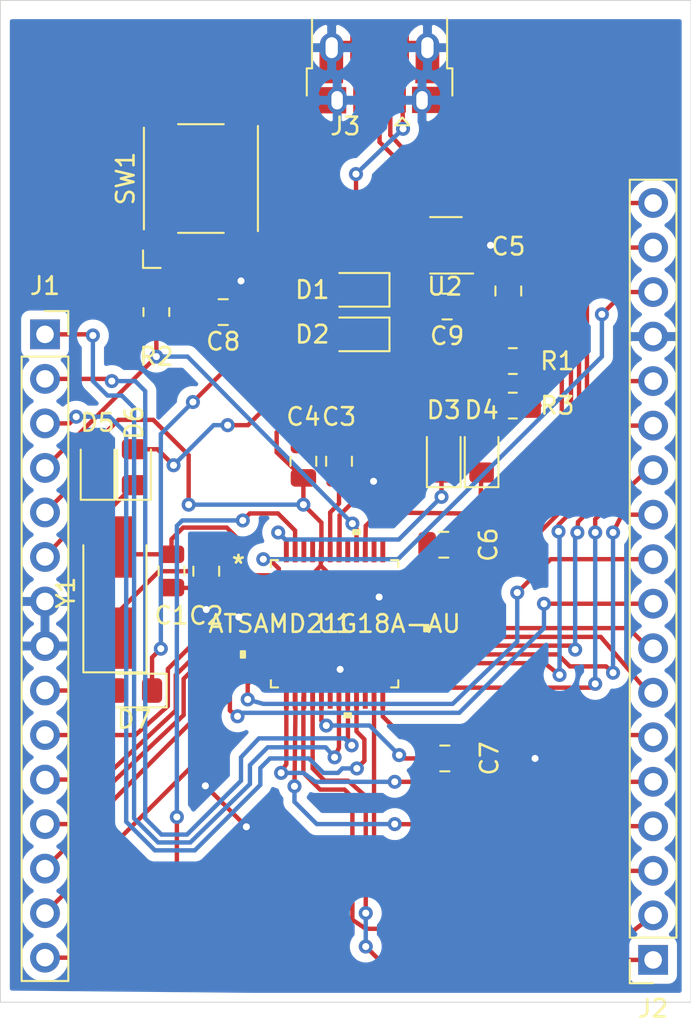
<source format=kicad_pcb>
(kicad_pcb (version 20171130) (host pcbnew "(5.1.8)-1")

  (general
    (thickness 1.6)
    (drawings 4)
    (tracks 458)
    (zones 0)
    (modules 26)
    (nets 46)
  )

  (page A4)
  (layers
    (0 F.Cu signal)
    (31 B.Cu signal)
    (32 B.Adhes user)
    (33 F.Adhes user)
    (34 B.Paste user)
    (35 F.Paste user)
    (36 B.SilkS user)
    (37 F.SilkS user)
    (38 B.Mask user)
    (39 F.Mask user)
    (40 Dwgs.User user hide)
    (41 Cmts.User user)
    (42 Eco1.User user)
    (43 Eco2.User user)
    (44 Edge.Cuts user)
    (45 Margin user)
    (46 B.CrtYd user hide)
    (47 F.CrtYd user hide)
    (48 B.Fab user)
    (49 F.Fab user hide)
  )

  (setup
    (last_trace_width 0.25)
    (trace_clearance 0.2)
    (zone_clearance 0.508)
    (zone_45_only no)
    (trace_min 0.2)
    (via_size 0.8)
    (via_drill 0.4)
    (via_min_size 0.4)
    (via_min_drill 0.3)
    (uvia_size 0.3)
    (uvia_drill 0.1)
    (uvias_allowed no)
    (uvia_min_size 0.2)
    (uvia_min_drill 0.1)
    (edge_width 0.05)
    (segment_width 0.2)
    (pcb_text_width 0.3)
    (pcb_text_size 1.5 1.5)
    (mod_edge_width 0.12)
    (mod_text_size 1 1)
    (mod_text_width 0.15)
    (pad_size 1.524 1.524)
    (pad_drill 0.762)
    (pad_to_mask_clearance 0)
    (aux_axis_origin 0 0)
    (visible_elements 7FFFFFFF)
    (pcbplotparams
      (layerselection 0x010fc_ffffffff)
      (usegerberextensions false)
      (usegerberattributes true)
      (usegerberadvancedattributes true)
      (creategerberjobfile true)
      (excludeedgelayer true)
      (linewidth 0.100000)
      (plotframeref false)
      (viasonmask false)
      (mode 1)
      (useauxorigin false)
      (hpglpennumber 1)
      (hpglpenspeed 20)
      (hpglpendiameter 15.000000)
      (psnegative false)
      (psa4output false)
      (plotreference true)
      (plotvalue true)
      (plotinvisibletext false)
      (padsonsilk false)
      (subtractmaskfromsilk false)
      (outputformat 1)
      (mirror false)
      (drillshape 1)
      (scaleselection 1)
      (outputdirectory ""))
  )

  (net 0 "")
  (net 1 PA00)
  (net 2 GND)
  (net 3 PA01)
  (net 4 VDDCORE)
  (net 5 VDDIN)
  (net 6 "Net-(C5-Pad2)")
  (net 7 +BATT)
  (net 8 VBUS)
  (net 9 RX_LED)
  (net 10 "Net-(D3-Pad2)")
  (net 11 "Net-(D4-Pad2)")
  (net 12 TX_LED)
  (net 13 "Net-(D5-Pad1)")
  (net 14 "Net-(D6-Pad1)")
  (net 15 "Net-(D7-Pad2)")
  (net 16 USB_D-)
  (net 17 USB_D+)
  (net 18 "Net-(R2-Pad1)")
  (net 19 /MOSI)
  (net 20 /CLK)
  (net 21 /MISO)
  (net 22 /A0)
  (net 23 /A1)
  (net 24 /A2)
  (net 25 /A3)
  (net 26 /A4)
  (net 27 /A5)
  (net 28 /D2)
  (net 29 /D3)
  (net 30 /D4)
  (net 31 /D5)
  (net 32 /D6)
  (net 33 /D7)
  (net 34 /D8)
  (net 35 /D9)
  (net 36 /D10)
  (net 37 /D11)
  (net 38 /D12)
  (net 39 /D13)
  (net 40 /AREF)
  (net 41 /SDA)
  (net 42 /SCL)
  (net 43 /RESET)
  (net 44 /D1_TX)
  (net 45 /D0_RX)

  (net_class Default "This is the default net class."
    (clearance 0.2)
    (trace_width 0.25)
    (via_dia 0.8)
    (via_drill 0.4)
    (uvia_dia 0.3)
    (uvia_drill 0.1)
    (add_net +BATT)
    (add_net /A0)
    (add_net /A1)
    (add_net /A2)
    (add_net /A3)
    (add_net /A4)
    (add_net /A5)
    (add_net /AREF)
    (add_net /CLK)
    (add_net /D0_RX)
    (add_net /D10)
    (add_net /D11)
    (add_net /D12)
    (add_net /D13)
    (add_net /D1_TX)
    (add_net /D2)
    (add_net /D3)
    (add_net /D4)
    (add_net /D5)
    (add_net /D6)
    (add_net /D7)
    (add_net /D8)
    (add_net /D9)
    (add_net /MISO)
    (add_net /MOSI)
    (add_net /RESET)
    (add_net /SCL)
    (add_net /SDA)
    (add_net GND)
    (add_net "Net-(C5-Pad2)")
    (add_net "Net-(D3-Pad2)")
    (add_net "Net-(D4-Pad2)")
    (add_net "Net-(D5-Pad1)")
    (add_net "Net-(D6-Pad1)")
    (add_net "Net-(D7-Pad2)")
    (add_net "Net-(R2-Pad1)")
    (add_net PA00)
    (add_net PA01)
    (add_net RX_LED)
    (add_net TX_LED)
    (add_net USB_D+)
    (add_net USB_D-)
    (add_net VBUS)
    (add_net VDDCORE)
    (add_net VDDIN)
  )

  (module Capacitor_SMD:C_0805_2012Metric (layer F.Cu) (tedit 5F68FEEE) (tstamp 60ED778E)
    (at 173.8655 92.0115 180)
    (descr "Capacitor SMD 0805 (2012 Metric), square (rectangular) end terminal, IPC_7351 nominal, (Body size source: IPC-SM-782 page 76, https://www.pcb-3d.com/wordpress/wp-content/uploads/ipc-sm-782a_amendment_1_and_2.pdf, https://docs.google.com/spreadsheets/d/1BsfQQcO9C6DZCsRaXUlFlo91Tg2WpOkGARC1WS5S8t0/edit?usp=sharing), generated with kicad-footprint-generator")
    (tags capacitor)
    (path /60F03DC7)
    (attr smd)
    (fp_text reference C6 (at -2.54 0 270) (layer F.SilkS)
      (effects (font (size 1 1) (thickness 0.15)))
    )
    (fp_text value 100nF (at 0 1.68) (layer F.Fab)
      (effects (font (size 1 1) (thickness 0.15)))
    )
    (fp_line (start -1 0.625) (end -1 -0.625) (layer F.Fab) (width 0.1))
    (fp_line (start -1 -0.625) (end 1 -0.625) (layer F.Fab) (width 0.1))
    (fp_line (start 1 -0.625) (end 1 0.625) (layer F.Fab) (width 0.1))
    (fp_line (start 1 0.625) (end -1 0.625) (layer F.Fab) (width 0.1))
    (fp_line (start -0.261252 -0.735) (end 0.261252 -0.735) (layer F.SilkS) (width 0.12))
    (fp_line (start -0.261252 0.735) (end 0.261252 0.735) (layer F.SilkS) (width 0.12))
    (fp_line (start -1.7 0.98) (end -1.7 -0.98) (layer F.CrtYd) (width 0.05))
    (fp_line (start -1.7 -0.98) (end 1.7 -0.98) (layer F.CrtYd) (width 0.05))
    (fp_line (start 1.7 -0.98) (end 1.7 0.98) (layer F.CrtYd) (width 0.05))
    (fp_line (start 1.7 0.98) (end -1.7 0.98) (layer F.CrtYd) (width 0.05))
    (fp_text user %R (at -0.185001 -0.045001) (layer F.Fab)
      (effects (font (size 0.5 0.5) (thickness 0.08)))
    )
    (pad 2 smd roundrect (at 0.95 0 180) (size 1 1.45) (layers F.Cu F.Paste F.Mask) (roundrect_rratio 0.25)
      (net 5 VDDIN))
    (pad 1 smd roundrect (at -0.95 0 180) (size 1 1.45) (layers F.Cu F.Paste F.Mask) (roundrect_rratio 0.25)
      (net 2 GND))
    (model ${KISYS3DMOD}/Capacitor_SMD.3dshapes/C_0805_2012Metric.wrl
      (at (xyz 0 0 0))
      (scale (xyz 1 1 1))
      (rotate (xyz 0 0 0))
    )
  )

  (module Capacitor_SMD:C_0805_2012Metric (layer F.Cu) (tedit 5F68FEEE) (tstamp 60ED776C)
    (at 165.862 87.249 270)
    (descr "Capacitor SMD 0805 (2012 Metric), square (rectangular) end terminal, IPC_7351 nominal, (Body size source: IPC-SM-782 page 76, https://www.pcb-3d.com/wordpress/wp-content/uploads/ipc-sm-782a_amendment_1_and_2.pdf, https://docs.google.com/spreadsheets/d/1BsfQQcO9C6DZCsRaXUlFlo91Tg2WpOkGARC1WS5S8t0/edit?usp=sharing), generated with kicad-footprint-generator")
    (tags capacitor)
    (path /60EEC951)
    (attr smd)
    (fp_text reference C4 (at -2.54 0 180) (layer F.SilkS)
      (effects (font (size 1 1) (thickness 0.15)))
    )
    (fp_text value 100nF (at 0 1.68 90) (layer F.Fab)
      (effects (font (size 1 1) (thickness 0.15)))
    )
    (fp_line (start -1 0.625) (end -1 -0.625) (layer F.Fab) (width 0.1))
    (fp_line (start -1 -0.625) (end 1 -0.625) (layer F.Fab) (width 0.1))
    (fp_line (start 1 -0.625) (end 1 0.625) (layer F.Fab) (width 0.1))
    (fp_line (start 1 0.625) (end -1 0.625) (layer F.Fab) (width 0.1))
    (fp_line (start -0.261252 -0.735) (end 0.261252 -0.735) (layer F.SilkS) (width 0.12))
    (fp_line (start -0.261252 0.735) (end 0.261252 0.735) (layer F.SilkS) (width 0.12))
    (fp_line (start -1.7 0.98) (end -1.7 -0.98) (layer F.CrtYd) (width 0.05))
    (fp_line (start -1.7 -0.98) (end 1.7 -0.98) (layer F.CrtYd) (width 0.05))
    (fp_line (start 1.7 -0.98) (end 1.7 0.98) (layer F.CrtYd) (width 0.05))
    (fp_line (start 1.7 0.98) (end -1.7 0.98) (layer F.CrtYd) (width 0.05))
    (fp_text user %R (at 0 0 90) (layer F.Fab)
      (effects (font (size 0.5 0.5) (thickness 0.08)))
    )
    (pad 2 smd roundrect (at 0.95 0 270) (size 1 1.45) (layers F.Cu F.Paste F.Mask) (roundrect_rratio 0.25)
      (net 5 VDDIN))
    (pad 1 smd roundrect (at -0.95 0 270) (size 1 1.45) (layers F.Cu F.Paste F.Mask) (roundrect_rratio 0.25)
      (net 2 GND))
    (model ${KISYS3DMOD}/Capacitor_SMD.3dshapes/C_0805_2012Metric.wrl
      (at (xyz 0 0 0))
      (scale (xyz 1 1 1))
      (rotate (xyz 0 0 0))
    )
  )

  (module Connector_PinSocket_2.54mm:PinSocket_1x15_P2.54mm_Vertical (layer F.Cu) (tedit 5A19A41D) (tstamp 60ED7869)
    (at 151.13 80.01)
    (descr "Through hole straight socket strip, 1x15, 2.54mm pitch, single row (from Kicad 4.0.7), script generated")
    (tags "Through hole socket strip THT 1x15 2.54mm single row")
    (path /60F5A96F)
    (fp_text reference J1 (at 0 -2.77) (layer F.SilkS)
      (effects (font (size 1 1) (thickness 0.15)))
    )
    (fp_text value Conn_01x15_Female (at 0 38.33) (layer F.Fab)
      (effects (font (size 1 1) (thickness 0.15)))
    )
    (fp_line (start -1.8 37.3) (end -1.8 -1.8) (layer F.CrtYd) (width 0.05))
    (fp_line (start 1.75 37.3) (end -1.8 37.3) (layer F.CrtYd) (width 0.05))
    (fp_line (start 1.75 -1.8) (end 1.75 37.3) (layer F.CrtYd) (width 0.05))
    (fp_line (start -1.8 -1.8) (end 1.75 -1.8) (layer F.CrtYd) (width 0.05))
    (fp_line (start 0 -1.33) (end 1.33 -1.33) (layer F.SilkS) (width 0.12))
    (fp_line (start 1.33 -1.33) (end 1.33 0) (layer F.SilkS) (width 0.12))
    (fp_line (start 1.33 1.27) (end 1.33 36.89) (layer F.SilkS) (width 0.12))
    (fp_line (start -1.33 36.89) (end 1.33 36.89) (layer F.SilkS) (width 0.12))
    (fp_line (start -1.33 1.27) (end -1.33 36.89) (layer F.SilkS) (width 0.12))
    (fp_line (start -1.33 1.27) (end 1.33 1.27) (layer F.SilkS) (width 0.12))
    (fp_line (start -1.27 36.83) (end -1.27 -1.27) (layer F.Fab) (width 0.1))
    (fp_line (start 1.27 36.83) (end -1.27 36.83) (layer F.Fab) (width 0.1))
    (fp_line (start 1.27 -0.635) (end 1.27 36.83) (layer F.Fab) (width 0.1))
    (fp_line (start 0.635 -1.27) (end 1.27 -0.635) (layer F.Fab) (width 0.1))
    (fp_line (start -1.27 -1.27) (end 0.635 -1.27) (layer F.Fab) (width 0.1))
    (fp_text user %R (at 0 17.78 90) (layer F.Fab)
      (effects (font (size 1 1) (thickness 0.15)))
    )
    (pad 1 thru_hole rect (at 0 0) (size 1.7 1.7) (drill 1) (layers *.Cu *.Mask)
      (net 19 /MOSI))
    (pad 2 thru_hole oval (at 0 2.54) (size 1.7 1.7) (drill 1) (layers *.Cu *.Mask)
      (net 20 /CLK))
    (pad 3 thru_hole oval (at 0 5.08) (size 1.7 1.7) (drill 1) (layers *.Cu *.Mask)
      (net 21 /MISO))
    (pad 4 thru_hole oval (at 0 7.62) (size 1.7 1.7) (drill 1) (layers *.Cu *.Mask)
      (net 43 /RESET))
    (pad 5 thru_hole oval (at 0 10.16) (size 1.7 1.7) (drill 1) (layers *.Cu *.Mask)
      (net 13 "Net-(D5-Pad1)"))
    (pad 6 thru_hole oval (at 0 12.7) (size 1.7 1.7) (drill 1) (layers *.Cu *.Mask)
      (net 14 "Net-(D6-Pad1)"))
    (pad 7 thru_hole oval (at 0 15.24) (size 1.7 1.7) (drill 1) (layers *.Cu *.Mask)
      (net 2 GND))
    (pad 8 thru_hole oval (at 0 17.78) (size 1.7 1.7) (drill 1) (layers *.Cu *.Mask)
      (net 2 GND))
    (pad 9 thru_hole oval (at 0 20.32) (size 1.7 1.7) (drill 1) (layers *.Cu *.Mask)
      (net 15 "Net-(D7-Pad2)"))
    (pad 10 thru_hole oval (at 0 22.86) (size 1.7 1.7) (drill 1) (layers *.Cu *.Mask)
      (net 22 /A0))
    (pad 11 thru_hole oval (at 0 25.4) (size 1.7 1.7) (drill 1) (layers *.Cu *.Mask)
      (net 23 /A1))
    (pad 12 thru_hole oval (at 0 27.94) (size 1.7 1.7) (drill 1) (layers *.Cu *.Mask)
      (net 24 /A2))
    (pad 13 thru_hole oval (at 0 30.48) (size 1.7 1.7) (drill 1) (layers *.Cu *.Mask)
      (net 25 /A3))
    (pad 14 thru_hole oval (at 0 33.02) (size 1.7 1.7) (drill 1) (layers *.Cu *.Mask)
      (net 26 /A4))
    (pad 15 thru_hole oval (at 0 35.56) (size 1.7 1.7) (drill 1) (layers *.Cu *.Mask)
      (net 27 /A5))
    (model ${KISYS3DMOD}/Connector_PinSocket_2.54mm.3dshapes/PinSocket_1x15_P2.54mm_Vertical.wrl
      (at (xyz 0 0 0))
      (scale (xyz 1 1 1))
      (rotate (xyz 0 0 0))
    )
  )

  (module Capacitor_SMD:C_0805_2012Metric (layer F.Cu) (tedit 5F68FEEE) (tstamp 60ED7739)
    (at 158.3436 93.5076 270)
    (descr "Capacitor SMD 0805 (2012 Metric), square (rectangular) end terminal, IPC_7351 nominal, (Body size source: IPC-SM-782 page 76, https://www.pcb-3d.com/wordpress/wp-content/uploads/ipc-sm-782a_amendment_1_and_2.pdf, https://docs.google.com/spreadsheets/d/1BsfQQcO9C6DZCsRaXUlFlo91Tg2WpOkGARC1WS5S8t0/edit?usp=sharing), generated with kicad-footprint-generator")
    (tags capacitor)
    (path /60EA4534)
    (attr smd)
    (fp_text reference C1 (at 2.54 0 180) (layer F.SilkS)
      (effects (font (size 1 1) (thickness 0.15)))
    )
    (fp_text value 22pF (at 0 1.68 90) (layer F.Fab)
      (effects (font (size 1 1) (thickness 0.15)))
    )
    (fp_line (start 1.7 0.98) (end -1.7 0.98) (layer F.CrtYd) (width 0.05))
    (fp_line (start 1.7 -0.98) (end 1.7 0.98) (layer F.CrtYd) (width 0.05))
    (fp_line (start -1.7 -0.98) (end 1.7 -0.98) (layer F.CrtYd) (width 0.05))
    (fp_line (start -1.7 0.98) (end -1.7 -0.98) (layer F.CrtYd) (width 0.05))
    (fp_line (start -0.261252 0.735) (end 0.261252 0.735) (layer F.SilkS) (width 0.12))
    (fp_line (start -0.261252 -0.735) (end 0.261252 -0.735) (layer F.SilkS) (width 0.12))
    (fp_line (start 1 0.625) (end -1 0.625) (layer F.Fab) (width 0.1))
    (fp_line (start 1 -0.625) (end 1 0.625) (layer F.Fab) (width 0.1))
    (fp_line (start -1 -0.625) (end 1 -0.625) (layer F.Fab) (width 0.1))
    (fp_line (start -1 0.625) (end -1 -0.625) (layer F.Fab) (width 0.1))
    (fp_text user %R (at 0 0 90) (layer F.Fab)
      (effects (font (size 0.5 0.5) (thickness 0.08)))
    )
    (pad 1 smd roundrect (at -0.95 0 270) (size 1 1.45) (layers F.Cu F.Paste F.Mask) (roundrect_rratio 0.25)
      (net 1 PA00))
    (pad 2 smd roundrect (at 0.95 0 270) (size 1 1.45) (layers F.Cu F.Paste F.Mask) (roundrect_rratio 0.25)
      (net 2 GND))
    (model ${KISYS3DMOD}/Capacitor_SMD.3dshapes/C_0805_2012Metric.wrl
      (at (xyz 0 0 0))
      (scale (xyz 1 1 1))
      (rotate (xyz 0 0 0))
    )
  )

  (module Capacitor_SMD:C_0805_2012Metric (layer F.Cu) (tedit 5F68FEEE) (tstamp 60ED774A)
    (at 160.3248 93.5228 270)
    (descr "Capacitor SMD 0805 (2012 Metric), square (rectangular) end terminal, IPC_7351 nominal, (Body size source: IPC-SM-782 page 76, https://www.pcb-3d.com/wordpress/wp-content/uploads/ipc-sm-782a_amendment_1_and_2.pdf, https://docs.google.com/spreadsheets/d/1BsfQQcO9C6DZCsRaXUlFlo91Tg2WpOkGARC1WS5S8t0/edit?usp=sharing), generated with kicad-footprint-generator")
    (tags capacitor)
    (path /60EA2265)
    (attr smd)
    (fp_text reference C2 (at 2.54 0 180) (layer F.SilkS)
      (effects (font (size 1 1) (thickness 0.15)))
    )
    (fp_text value 22pF (at 0 1.68 90) (layer F.Fab)
      (effects (font (size 1 1) (thickness 0.15)))
    )
    (fp_line (start 1.7 0.98) (end -1.7 0.98) (layer F.CrtYd) (width 0.05))
    (fp_line (start 1.7 -0.98) (end 1.7 0.98) (layer F.CrtYd) (width 0.05))
    (fp_line (start -1.7 -0.98) (end 1.7 -0.98) (layer F.CrtYd) (width 0.05))
    (fp_line (start -1.7 0.98) (end -1.7 -0.98) (layer F.CrtYd) (width 0.05))
    (fp_line (start -0.261252 0.735) (end 0.261252 0.735) (layer F.SilkS) (width 0.12))
    (fp_line (start -0.261252 -0.735) (end 0.261252 -0.735) (layer F.SilkS) (width 0.12))
    (fp_line (start 1 0.625) (end -1 0.625) (layer F.Fab) (width 0.1))
    (fp_line (start 1 -0.625) (end 1 0.625) (layer F.Fab) (width 0.1))
    (fp_line (start -1 -0.625) (end 1 -0.625) (layer F.Fab) (width 0.1))
    (fp_line (start -1 0.625) (end -1 -0.625) (layer F.Fab) (width 0.1))
    (fp_text user %R (at 0 0 90) (layer F.Fab)
      (effects (font (size 0.5 0.5) (thickness 0.08)))
    )
    (pad 1 smd roundrect (at -0.95 0 270) (size 1 1.45) (layers F.Cu F.Paste F.Mask) (roundrect_rratio 0.25)
      (net 3 PA01))
    (pad 2 smd roundrect (at 0.95 0 270) (size 1 1.45) (layers F.Cu F.Paste F.Mask) (roundrect_rratio 0.25)
      (net 2 GND))
    (model ${KISYS3DMOD}/Capacitor_SMD.3dshapes/C_0805_2012Metric.wrl
      (at (xyz 0 0 0))
      (scale (xyz 1 1 1))
      (rotate (xyz 0 0 0))
    )
  )

  (module Capacitor_SMD:C_0805_2012Metric (layer F.Cu) (tedit 5F68FEEE) (tstamp 60ED775B)
    (at 167.894 87.249 270)
    (descr "Capacitor SMD 0805 (2012 Metric), square (rectangular) end terminal, IPC_7351 nominal, (Body size source: IPC-SM-782 page 76, https://www.pcb-3d.com/wordpress/wp-content/uploads/ipc-sm-782a_amendment_1_and_2.pdf, https://docs.google.com/spreadsheets/d/1BsfQQcO9C6DZCsRaXUlFlo91Tg2WpOkGARC1WS5S8t0/edit?usp=sharing), generated with kicad-footprint-generator")
    (tags capacitor)
    (path /60ED6638)
    (attr smd)
    (fp_text reference C3 (at -2.54 0 180) (layer F.SilkS)
      (effects (font (size 1 1) (thickness 0.15)))
    )
    (fp_text value 100nF (at 0 1.68 90) (layer F.Fab)
      (effects (font (size 1 1) (thickness 0.15)))
    )
    (fp_line (start -1 0.625) (end -1 -0.625) (layer F.Fab) (width 0.1))
    (fp_line (start -1 -0.625) (end 1 -0.625) (layer F.Fab) (width 0.1))
    (fp_line (start 1 -0.625) (end 1 0.625) (layer F.Fab) (width 0.1))
    (fp_line (start 1 0.625) (end -1 0.625) (layer F.Fab) (width 0.1))
    (fp_line (start -0.261252 -0.735) (end 0.261252 -0.735) (layer F.SilkS) (width 0.12))
    (fp_line (start -0.261252 0.735) (end 0.261252 0.735) (layer F.SilkS) (width 0.12))
    (fp_line (start -1.7 0.98) (end -1.7 -0.98) (layer F.CrtYd) (width 0.05))
    (fp_line (start -1.7 -0.98) (end 1.7 -0.98) (layer F.CrtYd) (width 0.05))
    (fp_line (start 1.7 -0.98) (end 1.7 0.98) (layer F.CrtYd) (width 0.05))
    (fp_line (start 1.7 0.98) (end -1.7 0.98) (layer F.CrtYd) (width 0.05))
    (fp_text user %R (at 0 0 90) (layer F.Fab)
      (effects (font (size 0.5 0.5) (thickness 0.08)))
    )
    (pad 2 smd roundrect (at 0.95 0 270) (size 1 1.45) (layers F.Cu F.Paste F.Mask) (roundrect_rratio 0.25)
      (net 4 VDDCORE))
    (pad 1 smd roundrect (at -0.95 0 270) (size 1 1.45) (layers F.Cu F.Paste F.Mask) (roundrect_rratio 0.25)
      (net 2 GND))
    (model ${KISYS3DMOD}/Capacitor_SMD.3dshapes/C_0805_2012Metric.wrl
      (at (xyz 0 0 0))
      (scale (xyz 1 1 1))
      (rotate (xyz 0 0 0))
    )
  )

  (module Capacitor_SMD:C_0805_2012Metric (layer F.Cu) (tedit 5F68FEEE) (tstamp 60ED777D)
    (at 177.546 77.536 90)
    (descr "Capacitor SMD 0805 (2012 Metric), square (rectangular) end terminal, IPC_7351 nominal, (Body size source: IPC-SM-782 page 76, https://www.pcb-3d.com/wordpress/wp-content/uploads/ipc-sm-782a_amendment_1_and_2.pdf, https://docs.google.com/spreadsheets/d/1BsfQQcO9C6DZCsRaXUlFlo91Tg2WpOkGARC1WS5S8t0/edit?usp=sharing), generated with kicad-footprint-generator")
    (tags capacitor)
    (path /60EE79B7)
    (attr smd)
    (fp_text reference C5 (at 2.54 0 180) (layer F.SilkS)
      (effects (font (size 1 1) (thickness 0.15)))
    )
    (fp_text value ?F (at 0 1.68 90) (layer F.Fab)
      (effects (font (size 1 1) (thickness 0.15)))
    )
    (fp_line (start 1.7 0.98) (end -1.7 0.98) (layer F.CrtYd) (width 0.05))
    (fp_line (start 1.7 -0.98) (end 1.7 0.98) (layer F.CrtYd) (width 0.05))
    (fp_line (start -1.7 -0.98) (end 1.7 -0.98) (layer F.CrtYd) (width 0.05))
    (fp_line (start -1.7 0.98) (end -1.7 -0.98) (layer F.CrtYd) (width 0.05))
    (fp_line (start -0.261252 0.735) (end 0.261252 0.735) (layer F.SilkS) (width 0.12))
    (fp_line (start -0.261252 -0.735) (end 0.261252 -0.735) (layer F.SilkS) (width 0.12))
    (fp_line (start 1 0.625) (end -1 0.625) (layer F.Fab) (width 0.1))
    (fp_line (start 1 -0.625) (end 1 0.625) (layer F.Fab) (width 0.1))
    (fp_line (start -1 -0.625) (end 1 -0.625) (layer F.Fab) (width 0.1))
    (fp_line (start -1 0.625) (end -1 -0.625) (layer F.Fab) (width 0.1))
    (fp_text user %R (at 0 0 90) (layer F.Fab)
      (effects (font (size 0.5 0.5) (thickness 0.08)))
    )
    (pad 1 smd roundrect (at -0.95 0 90) (size 1 1.45) (layers F.Cu F.Paste F.Mask) (roundrect_rratio 0.25)
      (net 2 GND))
    (pad 2 smd roundrect (at 0.95 0 90) (size 1 1.45) (layers F.Cu F.Paste F.Mask) (roundrect_rratio 0.25)
      (net 6 "Net-(C5-Pad2)"))
    (model ${KISYS3DMOD}/Capacitor_SMD.3dshapes/C_0805_2012Metric.wrl
      (at (xyz 0 0 0))
      (scale (xyz 1 1 1))
      (rotate (xyz 0 0 0))
    )
  )

  (module Capacitor_SMD:C_0805_2012Metric (layer F.Cu) (tedit 5F68FEEE) (tstamp 60ED779F)
    (at 173.9265 104.2035 180)
    (descr "Capacitor SMD 0805 (2012 Metric), square (rectangular) end terminal, IPC_7351 nominal, (Body size source: IPC-SM-782 page 76, https://www.pcb-3d.com/wordpress/wp-content/uploads/ipc-sm-782a_amendment_1_and_2.pdf, https://docs.google.com/spreadsheets/d/1BsfQQcO9C6DZCsRaXUlFlo91Tg2WpOkGARC1WS5S8t0/edit?usp=sharing), generated with kicad-footprint-generator")
    (tags capacitor)
    (path /60F04629)
    (attr smd)
    (fp_text reference C7 (at -2.54 0 270) (layer F.SilkS)
      (effects (font (size 1 1) (thickness 0.15)))
    )
    (fp_text value 100nF (at -0.32 1.68) (layer F.Fab)
      (effects (font (size 1 1) (thickness 0.15)))
    )
    (fp_line (start 1.7 0.98) (end -1.7 0.98) (layer F.CrtYd) (width 0.05))
    (fp_line (start 1.7 -0.98) (end 1.7 0.98) (layer F.CrtYd) (width 0.05))
    (fp_line (start -1.7 -0.98) (end 1.7 -0.98) (layer F.CrtYd) (width 0.05))
    (fp_line (start -1.7 0.98) (end -1.7 -0.98) (layer F.CrtYd) (width 0.05))
    (fp_line (start -0.261252 0.735) (end 0.261252 0.735) (layer F.SilkS) (width 0.12))
    (fp_line (start -0.261252 -0.735) (end 0.261252 -0.735) (layer F.SilkS) (width 0.12))
    (fp_line (start 1 0.625) (end -1 0.625) (layer F.Fab) (width 0.1))
    (fp_line (start 1 -0.625) (end 1 0.625) (layer F.Fab) (width 0.1))
    (fp_line (start -1 -0.625) (end 1 -0.625) (layer F.Fab) (width 0.1))
    (fp_line (start -1 0.625) (end -1 -0.625) (layer F.Fab) (width 0.1))
    (fp_text user %R (at 0 0) (layer F.Fab)
      (effects (font (size 0.5 0.5) (thickness 0.08)))
    )
    (pad 1 smd roundrect (at -0.95 0 180) (size 1 1.45) (layers F.Cu F.Paste F.Mask) (roundrect_rratio 0.25)
      (net 2 GND))
    (pad 2 smd roundrect (at 0.95 0 180) (size 1 1.45) (layers F.Cu F.Paste F.Mask) (roundrect_rratio 0.25)
      (net 5 VDDIN))
    (model ${KISYS3DMOD}/Capacitor_SMD.3dshapes/C_0805_2012Metric.wrl
      (at (xyz 0 0 0))
      (scale (xyz 1 1 1))
      (rotate (xyz 0 0 0))
    )
  )

  (module Capacitor_SMD:C_0805_2012Metric (layer F.Cu) (tedit 5F68FEEE) (tstamp 60ED77B0)
    (at 161.29 78.74 180)
    (descr "Capacitor SMD 0805 (2012 Metric), square (rectangular) end terminal, IPC_7351 nominal, (Body size source: IPC-SM-782 page 76, https://www.pcb-3d.com/wordpress/wp-content/uploads/ipc-sm-782a_amendment_1_and_2.pdf, https://docs.google.com/spreadsheets/d/1BsfQQcO9C6DZCsRaXUlFlo91Tg2WpOkGARC1WS5S8t0/edit?usp=sharing), generated with kicad-footprint-generator")
    (tags capacitor)
    (path /60EDD023)
    (attr smd)
    (fp_text reference C8 (at 0 -1.68) (layer F.SilkS)
      (effects (font (size 1 1) (thickness 0.15)))
    )
    (fp_text value 10nF (at 0 1.68) (layer F.Fab)
      (effects (font (size 1 1) (thickness 0.15)))
    )
    (fp_line (start 1.7 0.98) (end -1.7 0.98) (layer F.CrtYd) (width 0.05))
    (fp_line (start 1.7 -0.98) (end 1.7 0.98) (layer F.CrtYd) (width 0.05))
    (fp_line (start -1.7 -0.98) (end 1.7 -0.98) (layer F.CrtYd) (width 0.05))
    (fp_line (start -1.7 0.98) (end -1.7 -0.98) (layer F.CrtYd) (width 0.05))
    (fp_line (start -0.261252 0.735) (end 0.261252 0.735) (layer F.SilkS) (width 0.12))
    (fp_line (start -0.261252 -0.735) (end 0.261252 -0.735) (layer F.SilkS) (width 0.12))
    (fp_line (start 1 0.625) (end -1 0.625) (layer F.Fab) (width 0.1))
    (fp_line (start 1 -0.625) (end 1 0.625) (layer F.Fab) (width 0.1))
    (fp_line (start -1 -0.625) (end 1 -0.625) (layer F.Fab) (width 0.1))
    (fp_line (start -1 0.625) (end -1 -0.625) (layer F.Fab) (width 0.1))
    (fp_text user %R (at 0 0) (layer F.Fab)
      (effects (font (size 0.5 0.5) (thickness 0.08)))
    )
    (pad 1 smd roundrect (at -0.95 0 180) (size 1 1.45) (layers F.Cu F.Paste F.Mask) (roundrect_rratio 0.25)
      (net 2 GND))
    (pad 2 smd roundrect (at 0.95 0 180) (size 1 1.45) (layers F.Cu F.Paste F.Mask) (roundrect_rratio 0.25)
      (net 43 /RESET))
    (model ${KISYS3DMOD}/Capacitor_SMD.3dshapes/C_0805_2012Metric.wrl
      (at (xyz 0 0 0))
      (scale (xyz 1 1 1))
      (rotate (xyz 0 0 0))
    )
  )

  (module Capacitor_SMD:C_0805_2012Metric (layer F.Cu) (tedit 5F68FEEE) (tstamp 60ED77C1)
    (at 174.056 78.4225 180)
    (descr "Capacitor SMD 0805 (2012 Metric), square (rectangular) end terminal, IPC_7351 nominal, (Body size source: IPC-SM-782 page 76, https://www.pcb-3d.com/wordpress/wp-content/uploads/ipc-sm-782a_amendment_1_and_2.pdf, https://docs.google.com/spreadsheets/d/1BsfQQcO9C6DZCsRaXUlFlo91Tg2WpOkGARC1WS5S8t0/edit?usp=sharing), generated with kicad-footprint-generator")
    (tags capacitor)
    (path /60F34ACC)
    (attr smd)
    (fp_text reference C9 (at 0 -1.68) (layer F.SilkS)
      (effects (font (size 1 1) (thickness 0.15)))
    )
    (fp_text value ?F (at 0 1.68) (layer F.Fab)
      (effects (font (size 1 1) (thickness 0.15)))
    )
    (fp_line (start -1 0.625) (end -1 -0.625) (layer F.Fab) (width 0.1))
    (fp_line (start -1 -0.625) (end 1 -0.625) (layer F.Fab) (width 0.1))
    (fp_line (start 1 -0.625) (end 1 0.625) (layer F.Fab) (width 0.1))
    (fp_line (start 1 0.625) (end -1 0.625) (layer F.Fab) (width 0.1))
    (fp_line (start -0.261252 -0.735) (end 0.261252 -0.735) (layer F.SilkS) (width 0.12))
    (fp_line (start -0.261252 0.735) (end 0.261252 0.735) (layer F.SilkS) (width 0.12))
    (fp_line (start -1.7 0.98) (end -1.7 -0.98) (layer F.CrtYd) (width 0.05))
    (fp_line (start -1.7 -0.98) (end 1.7 -0.98) (layer F.CrtYd) (width 0.05))
    (fp_line (start 1.7 -0.98) (end 1.7 0.98) (layer F.CrtYd) (width 0.05))
    (fp_line (start 1.7 0.98) (end -1.7 0.98) (layer F.CrtYd) (width 0.05))
    (fp_text user %R (at 0 0) (layer F.Fab)
      (effects (font (size 0.5 0.5) (thickness 0.08)))
    )
    (pad 2 smd roundrect (at 0.95 0 180) (size 1 1.45) (layers F.Cu F.Paste F.Mask) (roundrect_rratio 0.25)
      (net 5 VDDIN))
    (pad 1 smd roundrect (at -0.95 0 180) (size 1 1.45) (layers F.Cu F.Paste F.Mask) (roundrect_rratio 0.25)
      (net 2 GND))
    (model ${KISYS3DMOD}/Capacitor_SMD.3dshapes/C_0805_2012Metric.wrl
      (at (xyz 0 0 0))
      (scale (xyz 1 1 1))
      (rotate (xyz 0 0 0))
    )
  )

  (module Diode_SMD:D_0805_2012Metric_Pad1.15x1.40mm_HandSolder (layer F.Cu) (tedit 5F68FEF0) (tstamp 60ED77D4)
    (at 168.91 77.47 180)
    (descr "Diode SMD 0805 (2012 Metric), square (rectangular) end terminal, IPC_7351 nominal, (Body size source: https://docs.google.com/spreadsheets/d/1BsfQQcO9C6DZCsRaXUlFlo91Tg2WpOkGARC1WS5S8t0/edit?usp=sharing), generated with kicad-footprint-generator")
    (tags "diode handsolder")
    (path /60EC2C4F)
    (attr smd)
    (fp_text reference D1 (at 2.54 0) (layer F.SilkS)
      (effects (font (size 1 1) (thickness 0.15)))
    )
    (fp_text value BAT20J (at 0 1.65) (layer F.Fab)
      (effects (font (size 1 1) (thickness 0.15)))
    )
    (fp_line (start 1.85 0.95) (end -1.85 0.95) (layer F.CrtYd) (width 0.05))
    (fp_line (start 1.85 -0.95) (end 1.85 0.95) (layer F.CrtYd) (width 0.05))
    (fp_line (start -1.85 -0.95) (end 1.85 -0.95) (layer F.CrtYd) (width 0.05))
    (fp_line (start -1.85 0.95) (end -1.85 -0.95) (layer F.CrtYd) (width 0.05))
    (fp_line (start -1.86 0.96) (end 1 0.96) (layer F.SilkS) (width 0.12))
    (fp_line (start -1.86 -0.96) (end -1.86 0.96) (layer F.SilkS) (width 0.12))
    (fp_line (start 1 -0.96) (end -1.86 -0.96) (layer F.SilkS) (width 0.12))
    (fp_line (start 1 0.6) (end 1 -0.6) (layer F.Fab) (width 0.1))
    (fp_line (start -1 0.6) (end 1 0.6) (layer F.Fab) (width 0.1))
    (fp_line (start -1 -0.3) (end -1 0.6) (layer F.Fab) (width 0.1))
    (fp_line (start -0.7 -0.6) (end -1 -0.3) (layer F.Fab) (width 0.1))
    (fp_line (start 1 -0.6) (end -0.7 -0.6) (layer F.Fab) (width 0.1))
    (fp_text user %R (at 0 0) (layer F.Fab)
      (effects (font (size 0.5 0.5) (thickness 0.08)))
    )
    (pad 1 smd roundrect (at -1.025 0 180) (size 1.15 1.4) (layers F.Cu F.Paste F.Mask) (roundrect_rratio 0.217391)
      (net 6 "Net-(C5-Pad2)"))
    (pad 2 smd roundrect (at 1.025 0 180) (size 1.15 1.4) (layers F.Cu F.Paste F.Mask) (roundrect_rratio 0.217391)
      (net 7 +BATT))
    (model ${KISYS3DMOD}/Diode_SMD.3dshapes/D_0805_2012Metric.wrl
      (at (xyz 0 0 0))
      (scale (xyz 1 1 1))
      (rotate (xyz 0 0 0))
    )
  )

  (module Diode_SMD:D_0805_2012Metric_Pad1.15x1.40mm_HandSolder (layer F.Cu) (tedit 5F68FEF0) (tstamp 60ED77E7)
    (at 168.91 80.01 180)
    (descr "Diode SMD 0805 (2012 Metric), square (rectangular) end terminal, IPC_7351 nominal, (Body size source: https://docs.google.com/spreadsheets/d/1BsfQQcO9C6DZCsRaXUlFlo91Tg2WpOkGARC1WS5S8t0/edit?usp=sharing), generated with kicad-footprint-generator")
    (tags "diode handsolder")
    (path /60EBFD4A)
    (attr smd)
    (fp_text reference D2 (at 2.54 0) (layer F.SilkS)
      (effects (font (size 1 1) (thickness 0.15)))
    )
    (fp_text value BAT20J (at 0 1.65) (layer F.Fab)
      (effects (font (size 1 1) (thickness 0.15)))
    )
    (fp_line (start 1 -0.6) (end -0.7 -0.6) (layer F.Fab) (width 0.1))
    (fp_line (start -0.7 -0.6) (end -1 -0.3) (layer F.Fab) (width 0.1))
    (fp_line (start -1 -0.3) (end -1 0.6) (layer F.Fab) (width 0.1))
    (fp_line (start -1 0.6) (end 1 0.6) (layer F.Fab) (width 0.1))
    (fp_line (start 1 0.6) (end 1 -0.6) (layer F.Fab) (width 0.1))
    (fp_line (start 1 -0.96) (end -1.86 -0.96) (layer F.SilkS) (width 0.12))
    (fp_line (start -1.86 -0.96) (end -1.86 0.96) (layer F.SilkS) (width 0.12))
    (fp_line (start -1.86 0.96) (end 1 0.96) (layer F.SilkS) (width 0.12))
    (fp_line (start -1.85 0.95) (end -1.85 -0.95) (layer F.CrtYd) (width 0.05))
    (fp_line (start -1.85 -0.95) (end 1.85 -0.95) (layer F.CrtYd) (width 0.05))
    (fp_line (start 1.85 -0.95) (end 1.85 0.95) (layer F.CrtYd) (width 0.05))
    (fp_line (start 1.85 0.95) (end -1.85 0.95) (layer F.CrtYd) (width 0.05))
    (fp_text user %R (at 0 0) (layer F.Fab)
      (effects (font (size 0.5 0.5) (thickness 0.08)))
    )
    (pad 2 smd roundrect (at 1.025 0 180) (size 1.15 1.4) (layers F.Cu F.Paste F.Mask) (roundrect_rratio 0.217391)
      (net 8 VBUS))
    (pad 1 smd roundrect (at -1.025 0 180) (size 1.15 1.4) (layers F.Cu F.Paste F.Mask) (roundrect_rratio 0.217391)
      (net 6 "Net-(C5-Pad2)"))
    (model ${KISYS3DMOD}/Diode_SMD.3dshapes/D_0805_2012Metric.wrl
      (at (xyz 0 0 0))
      (scale (xyz 1 1 1))
      (rotate (xyz 0 0 0))
    )
  )

  (module LED_SMD:LED_0805_2012Metric_Pad1.15x1.40mm_HandSolder (layer F.Cu) (tedit 5F68FEF1) (tstamp 60ED77FA)
    (at 173.863 86.868 90)
    (descr "LED SMD 0805 (2012 Metric), square (rectangular) end terminal, IPC_7351 nominal, (Body size source: https://docs.google.com/spreadsheets/d/1BsfQQcO9C6DZCsRaXUlFlo91Tg2WpOkGARC1WS5S8t0/edit?usp=sharing), generated with kicad-footprint-generator")
    (tags "LED handsolder")
    (path /60EE73B3)
    (attr smd)
    (fp_text reference D3 (at 2.54 0 180) (layer F.SilkS)
      (effects (font (size 1 1) (thickness 0.15)))
    )
    (fp_text value GREEN_LED (at 0 1.65 90) (layer F.Fab)
      (effects (font (size 1 1) (thickness 0.15)))
    )
    (fp_line (start 1.85 0.95) (end -1.85 0.95) (layer F.CrtYd) (width 0.05))
    (fp_line (start 1.85 -0.95) (end 1.85 0.95) (layer F.CrtYd) (width 0.05))
    (fp_line (start -1.85 -0.95) (end 1.85 -0.95) (layer F.CrtYd) (width 0.05))
    (fp_line (start -1.85 0.95) (end -1.85 -0.95) (layer F.CrtYd) (width 0.05))
    (fp_line (start -1.86 0.96) (end 1 0.96) (layer F.SilkS) (width 0.12))
    (fp_line (start -1.86 -0.96) (end -1.86 0.96) (layer F.SilkS) (width 0.12))
    (fp_line (start 1 -0.96) (end -1.86 -0.96) (layer F.SilkS) (width 0.12))
    (fp_line (start 1 0.6) (end 1 -0.6) (layer F.Fab) (width 0.1))
    (fp_line (start -1 0.6) (end 1 0.6) (layer F.Fab) (width 0.1))
    (fp_line (start -1 -0.3) (end -1 0.6) (layer F.Fab) (width 0.1))
    (fp_line (start -0.7 -0.6) (end -1 -0.3) (layer F.Fab) (width 0.1))
    (fp_line (start 1 -0.6) (end -0.7 -0.6) (layer F.Fab) (width 0.1))
    (fp_text user %R (at 0 0 90) (layer F.Fab)
      (effects (font (size 0.5 0.5) (thickness 0.08)))
    )
    (pad 1 smd roundrect (at -1.025 0 90) (size 1.15 1.4) (layers F.Cu F.Paste F.Mask) (roundrect_rratio 0.217391)
      (net 9 RX_LED))
    (pad 2 smd roundrect (at 1.025 0 90) (size 1.15 1.4) (layers F.Cu F.Paste F.Mask) (roundrect_rratio 0.217391)
      (net 10 "Net-(D3-Pad2)"))
    (model ${KISYS3DMOD}/LED_SMD.3dshapes/LED_0805_2012Metric.wrl
      (at (xyz 0 0 0))
      (scale (xyz 1 1 1))
      (rotate (xyz 0 0 0))
    )
  )

  (module LED_SMD:LED_0805_2012Metric_Pad1.15x1.40mm_HandSolder (layer F.Cu) (tedit 5F68FEF1) (tstamp 60ED780D)
    (at 176.022 86.868 90)
    (descr "LED SMD 0805 (2012 Metric), square (rectangular) end terminal, IPC_7351 nominal, (Body size source: https://docs.google.com/spreadsheets/d/1BsfQQcO9C6DZCsRaXUlFlo91Tg2WpOkGARC1WS5S8t0/edit?usp=sharing), generated with kicad-footprint-generator")
    (tags "LED handsolder")
    (path /60EE86B2)
    (attr smd)
    (fp_text reference D4 (at 2.54 0 180) (layer F.SilkS)
      (effects (font (size 1 1) (thickness 0.15)))
    )
    (fp_text value RED_LED (at 0 1.65 90) (layer F.Fab)
      (effects (font (size 1 1) (thickness 0.15)))
    )
    (fp_line (start 1 -0.6) (end -0.7 -0.6) (layer F.Fab) (width 0.1))
    (fp_line (start -0.7 -0.6) (end -1 -0.3) (layer F.Fab) (width 0.1))
    (fp_line (start -1 -0.3) (end -1 0.6) (layer F.Fab) (width 0.1))
    (fp_line (start -1 0.6) (end 1 0.6) (layer F.Fab) (width 0.1))
    (fp_line (start 1 0.6) (end 1 -0.6) (layer F.Fab) (width 0.1))
    (fp_line (start 1 -0.96) (end -1.86 -0.96) (layer F.SilkS) (width 0.12))
    (fp_line (start -1.86 -0.96) (end -1.86 0.96) (layer F.SilkS) (width 0.12))
    (fp_line (start -1.86 0.96) (end 1 0.96) (layer F.SilkS) (width 0.12))
    (fp_line (start -1.85 0.95) (end -1.85 -0.95) (layer F.CrtYd) (width 0.05))
    (fp_line (start -1.85 -0.95) (end 1.85 -0.95) (layer F.CrtYd) (width 0.05))
    (fp_line (start 1.85 -0.95) (end 1.85 0.95) (layer F.CrtYd) (width 0.05))
    (fp_line (start 1.85 0.95) (end -1.85 0.95) (layer F.CrtYd) (width 0.05))
    (fp_text user %R (at 0 0 90) (layer F.Fab)
      (effects (font (size 0.5 0.5) (thickness 0.08)))
    )
    (pad 2 smd roundrect (at 1.025 0 90) (size 1.15 1.4) (layers F.Cu F.Paste F.Mask) (roundrect_rratio 0.217391)
      (net 11 "Net-(D4-Pad2)"))
    (pad 1 smd roundrect (at -1.025 0 90) (size 1.15 1.4) (layers F.Cu F.Paste F.Mask) (roundrect_rratio 0.217391)
      (net 12 TX_LED))
    (model ${KISYS3DMOD}/LED_SMD.3dshapes/LED_0805_2012Metric.wrl
      (at (xyz 0 0 0))
      (scale (xyz 1 1 1))
      (rotate (xyz 0 0 0))
    )
  )

  (module Diode_SMD:D_0805_2012Metric_Pad1.15x1.40mm_HandSolder (layer F.Cu) (tedit 5F68FEF0) (tstamp 60ED7820)
    (at 154.1272 87.5882 90)
    (descr "Diode SMD 0805 (2012 Metric), square (rectangular) end terminal, IPC_7351 nominal, (Body size source: https://docs.google.com/spreadsheets/d/1BsfQQcO9C6DZCsRaXUlFlo91Tg2WpOkGARC1WS5S8t0/edit?usp=sharing), generated with kicad-footprint-generator")
    (tags "diode handsolder")
    (path /611AF020)
    (attr smd)
    (fp_text reference D5 (at 2.54 0 180) (layer F.SilkS)
      (effects (font (size 1 1) (thickness 0.15)))
    )
    (fp_text value " " (at 0 1.65 90) (layer F.Fab)
      (effects (font (size 1 1) (thickness 0.15)))
    )
    (fp_line (start 1.85 0.95) (end -1.85 0.95) (layer F.CrtYd) (width 0.05))
    (fp_line (start 1.85 -0.95) (end 1.85 0.95) (layer F.CrtYd) (width 0.05))
    (fp_line (start -1.85 -0.95) (end 1.85 -0.95) (layer F.CrtYd) (width 0.05))
    (fp_line (start -1.85 0.95) (end -1.85 -0.95) (layer F.CrtYd) (width 0.05))
    (fp_line (start -1.86 0.96) (end 1 0.96) (layer F.SilkS) (width 0.12))
    (fp_line (start -1.86 -0.96) (end -1.86 0.96) (layer F.SilkS) (width 0.12))
    (fp_line (start 1 -0.96) (end -1.86 -0.96) (layer F.SilkS) (width 0.12))
    (fp_line (start 1 0.6) (end 1 -0.6) (layer F.Fab) (width 0.1))
    (fp_line (start -1 0.6) (end 1 0.6) (layer F.Fab) (width 0.1))
    (fp_line (start -1 -0.3) (end -1 0.6) (layer F.Fab) (width 0.1))
    (fp_line (start -0.7 -0.6) (end -1 -0.3) (layer F.Fab) (width 0.1))
    (fp_line (start 1 -0.6) (end -0.7 -0.6) (layer F.Fab) (width 0.1))
    (fp_text user %R (at 0 0 90) (layer F.Fab)
      (effects (font (size 0.5 0.5) (thickness 0.08)))
    )
    (pad 1 smd roundrect (at -1.025 0 90) (size 1.15 1.4) (layers F.Cu F.Paste F.Mask) (roundrect_rratio 0.217391)
      (net 13 "Net-(D5-Pad1)"))
    (pad 2 smd roundrect (at 1.025 0 90) (size 1.15 1.4) (layers F.Cu F.Paste F.Mask) (roundrect_rratio 0.217391)
      (net 5 VDDIN))
    (model ${KISYS3DMOD}/Diode_SMD.3dshapes/D_0805_2012Metric.wrl
      (at (xyz 0 0 0))
      (scale (xyz 1 1 1))
      (rotate (xyz 0 0 0))
    )
  )

  (module Diode_SMD:D_0805_2012Metric_Pad1.15x1.40mm_HandSolder (layer F.Cu) (tedit 5F68FEF0) (tstamp 60ED7833)
    (at 156.21 87.5882 90)
    (descr "Diode SMD 0805 (2012 Metric), square (rectangular) end terminal, IPC_7351 nominal, (Body size source: https://docs.google.com/spreadsheets/d/1BsfQQcO9C6DZCsRaXUlFlo91Tg2WpOkGARC1WS5S8t0/edit?usp=sharing), generated with kicad-footprint-generator")
    (tags "diode handsolder")
    (path /611B047E)
    (attr smd)
    (fp_text reference D6 (at 2.54 0 90) (layer F.SilkS)
      (effects (font (size 1 1) (thickness 0.15)))
    )
    (fp_text value " " (at 0 1.65 90) (layer F.Fab)
      (effects (font (size 1 1) (thickness 0.15)))
    )
    (fp_line (start 1 -0.6) (end -0.7 -0.6) (layer F.Fab) (width 0.1))
    (fp_line (start -0.7 -0.6) (end -1 -0.3) (layer F.Fab) (width 0.1))
    (fp_line (start -1 -0.3) (end -1 0.6) (layer F.Fab) (width 0.1))
    (fp_line (start -1 0.6) (end 1 0.6) (layer F.Fab) (width 0.1))
    (fp_line (start 1 0.6) (end 1 -0.6) (layer F.Fab) (width 0.1))
    (fp_line (start 1 -0.96) (end -1.86 -0.96) (layer F.SilkS) (width 0.12))
    (fp_line (start -1.86 -0.96) (end -1.86 0.96) (layer F.SilkS) (width 0.12))
    (fp_line (start -1.86 0.96) (end 1 0.96) (layer F.SilkS) (width 0.12))
    (fp_line (start -1.85 0.95) (end -1.85 -0.95) (layer F.CrtYd) (width 0.05))
    (fp_line (start -1.85 -0.95) (end 1.85 -0.95) (layer F.CrtYd) (width 0.05))
    (fp_line (start 1.85 -0.95) (end 1.85 0.95) (layer F.CrtYd) (width 0.05))
    (fp_line (start 1.85 0.95) (end -1.85 0.95) (layer F.CrtYd) (width 0.05))
    (fp_text user %R (at 0 0 90) (layer F.Fab)
      (effects (font (size 0.5 0.5) (thickness 0.08)))
    )
    (pad 2 smd roundrect (at 1.025 0 90) (size 1.15 1.4) (layers F.Cu F.Paste F.Mask) (roundrect_rratio 0.217391)
      (net 8 VBUS))
    (pad 1 smd roundrect (at -1.025 0 90) (size 1.15 1.4) (layers F.Cu F.Paste F.Mask) (roundrect_rratio 0.217391)
      (net 14 "Net-(D6-Pad1)"))
    (model ${KISYS3DMOD}/Diode_SMD.3dshapes/D_0805_2012Metric.wrl
      (at (xyz 0 0 0))
      (scale (xyz 1 1 1))
      (rotate (xyz 0 0 0))
    )
  )

  (module Diode_SMD:D_0805_2012Metric_Pad1.15x1.40mm_HandSolder (layer F.Cu) (tedit 5F68FEF0) (tstamp 60ED7846)
    (at 156.21 100.33 180)
    (descr "Diode SMD 0805 (2012 Metric), square (rectangular) end terminal, IPC_7351 nominal, (Body size source: https://docs.google.com/spreadsheets/d/1BsfQQcO9C6DZCsRaXUlFlo91Tg2WpOkGARC1WS5S8t0/edit?usp=sharing), generated with kicad-footprint-generator")
    (tags "diode handsolder")
    (path /61218A61)
    (attr smd)
    (fp_text reference D7 (at 0 -1.65) (layer F.SilkS)
      (effects (font (size 1 1) (thickness 0.15)))
    )
    (fp_text value " " (at 0 1.65) (layer F.Fab)
      (effects (font (size 1 1) (thickness 0.15)))
    )
    (fp_line (start 1.85 0.95) (end -1.85 0.95) (layer F.CrtYd) (width 0.05))
    (fp_line (start 1.85 -0.95) (end 1.85 0.95) (layer F.CrtYd) (width 0.05))
    (fp_line (start -1.85 -0.95) (end 1.85 -0.95) (layer F.CrtYd) (width 0.05))
    (fp_line (start -1.85 0.95) (end -1.85 -0.95) (layer F.CrtYd) (width 0.05))
    (fp_line (start -1.86 0.96) (end 1 0.96) (layer F.SilkS) (width 0.12))
    (fp_line (start -1.86 -0.96) (end -1.86 0.96) (layer F.SilkS) (width 0.12))
    (fp_line (start 1 -0.96) (end -1.86 -0.96) (layer F.SilkS) (width 0.12))
    (fp_line (start 1 0.6) (end 1 -0.6) (layer F.Fab) (width 0.1))
    (fp_line (start -1 0.6) (end 1 0.6) (layer F.Fab) (width 0.1))
    (fp_line (start -1 -0.3) (end -1 0.6) (layer F.Fab) (width 0.1))
    (fp_line (start -0.7 -0.6) (end -1 -0.3) (layer F.Fab) (width 0.1))
    (fp_line (start 1 -0.6) (end -0.7 -0.6) (layer F.Fab) (width 0.1))
    (fp_text user %R (at 0 0) (layer F.Fab)
      (effects (font (size 0.5 0.5) (thickness 0.08)))
    )
    (pad 1 smd roundrect (at -1.025 0 180) (size 1.15 1.4) (layers F.Cu F.Paste F.Mask) (roundrect_rratio 0.217391)
      (net 7 +BATT))
    (pad 2 smd roundrect (at 1.025 0 180) (size 1.15 1.4) (layers F.Cu F.Paste F.Mask) (roundrect_rratio 0.217391)
      (net 15 "Net-(D7-Pad2)"))
    (model ${KISYS3DMOD}/Diode_SMD.3dshapes/D_0805_2012Metric.wrl
      (at (xyz 0 0 0))
      (scale (xyz 1 1 1))
      (rotate (xyz 0 0 0))
    )
  )

  (module Connector_USB:USB_Micro-B_Amphenol_10103594-0001LF_Horizontal (layer F.Cu) (tedit 5A1DC0BD) (tstamp 60ED78B9)
    (at 170.18 64.77 180)
    (descr "Micro USB Type B 10103594-0001LF, http://cdn.amphenol-icc.com/media/wysiwyg/files/drawing/10103594.pdf")
    (tags "USB USB_B USB_micro USB_OTG")
    (path /60F9C6C2)
    (attr smd)
    (fp_text reference J3 (at 1.925 -3.365) (layer F.SilkS)
      (effects (font (size 1 1) (thickness 0.15)))
    )
    (fp_text value USB_B_Micro (at -0.025 4.435) (layer F.Fab)
      (effects (font (size 1 1) (thickness 0.15)))
    )
    (fp_line (start 4.14 3.58) (end -4.13 3.58) (layer F.CrtYd) (width 0.05))
    (fp_line (start 4.14 3.58) (end 4.14 -2.88) (layer F.CrtYd) (width 0.05))
    (fp_line (start -4.13 -2.88) (end -4.13 3.58) (layer F.CrtYd) (width 0.05))
    (fp_line (start -4.13 -2.88) (end 4.14 -2.88) (layer F.CrtYd) (width 0.05))
    (fp_line (start -4.025 2.835) (end 3.975 2.835) (layer Dwgs.User) (width 0.1))
    (fp_line (start -3.775 3.335) (end -3.775 -0.865) (layer F.Fab) (width 0.12))
    (fp_line (start -2.975 -1.615) (end 3.725 -1.615) (layer F.Fab) (width 0.12))
    (fp_line (start 3.725 -1.615) (end 3.725 3.335) (layer F.Fab) (width 0.12))
    (fp_line (start 3.725 3.335) (end -3.775 3.335) (layer F.Fab) (width 0.12))
    (fp_line (start -3.775 -0.865) (end -2.975 -1.615) (layer F.Fab) (width 0.12))
    (fp_line (start -1.325 -2.865) (end -1.725 -3.315) (layer F.SilkS) (width 0.12))
    (fp_line (start -1.725 -3.315) (end -0.925 -3.315) (layer F.SilkS) (width 0.12))
    (fp_line (start -0.925 -3.315) (end -1.325 -2.865) (layer F.SilkS) (width 0.12))
    (fp_line (start 3.825 2.735) (end 3.825 -0.065) (layer F.SilkS) (width 0.12))
    (fp_line (start 3.825 -0.065) (end 4.125 -0.065) (layer F.SilkS) (width 0.12))
    (fp_line (start 4.125 -0.065) (end 4.125 -1.615) (layer F.SilkS) (width 0.12))
    (fp_line (start -3.875 2.735) (end -3.875 -0.065) (layer F.SilkS) (width 0.12))
    (fp_line (start -4.175 -0.065) (end -3.875 -0.065) (layer F.SilkS) (width 0.12))
    (fp_line (start -4.175 -0.065) (end -4.175 -1.615) (layer F.SilkS) (width 0.12))
    (fp_text user "PCB edge" (at -0.025 2.235) (layer Dwgs.User)
      (effects (font (size 0.5 0.5) (thickness 0.075)))
    )
    (fp_text user %R (at -0.025 -0.015) (layer F.Fab)
      (effects (font (size 1 1) (thickness 0.15)))
    )
    (pad 6 smd rect (at 2.725 0.185 180) (size 1.35 2) (layers F.Cu F.Paste F.Mask)
      (net 2 GND))
    (pad 6 smd rect (at -2.755 0.185 180) (size 1.35 2) (layers F.Cu F.Paste F.Mask)
      (net 2 GND))
    (pad 6 smd rect (at -2.975 -0.565 180) (size 1.825 0.7) (layers F.Cu F.Paste F.Mask)
      (net 2 GND))
    (pad 6 smd rect (at 2.975 -0.565 180) (size 1.825 0.7) (layers F.Cu F.Paste F.Mask)
      (net 2 GND))
    (pad 6 smd rect (at -2.875 -1.865 180) (size 2 1.5) (layers F.Cu F.Paste F.Mask)
      (net 2 GND))
    (pad 6 smd rect (at 2.875 -1.885 180) (size 2 1.5) (layers F.Cu F.Paste F.Mask)
      (net 2 GND))
    (pad 1 smd rect (at -1.325 -1.765 270) (size 1.65 0.4) (layers F.Cu F.Paste F.Mask)
      (net 8 VBUS))
    (pad 2 smd rect (at -0.675 -1.765 270) (size 1.65 0.4) (layers F.Cu F.Paste F.Mask)
      (net 16 USB_D-))
    (pad 3 smd rect (at -0.025 -1.765 270) (size 1.65 0.4) (layers F.Cu F.Paste F.Mask)
      (net 17 USB_D+))
    (pad 4 smd rect (at 0.625 -1.765 270) (size 1.65 0.4) (layers F.Cu F.Paste F.Mask))
    (pad 5 smd rect (at 1.275 -1.765 270) (size 1.65 0.4) (layers F.Cu F.Paste F.Mask)
      (net 2 GND))
    (pad 6 thru_hole oval (at -2.445 -1.885 270) (size 1.5 1.1) (drill oval 1.05 0.65) (layers *.Cu *.Mask)
      (net 2 GND))
    (pad 6 thru_hole oval (at 2.395 -1.885 270) (size 1.5 1.1) (drill oval 1.05 0.65) (layers *.Cu *.Mask)
      (net 2 GND))
    (pad 6 thru_hole oval (at -2.755 1.115 270) (size 1.7 1.35) (drill oval 1.2 0.7) (layers *.Cu *.Mask)
      (net 2 GND))
    (pad 6 thru_hole oval (at 2.705 1.115 270) (size 1.7 1.35) (drill oval 1.2 0.7) (layers *.Cu *.Mask)
      (net 2 GND))
    (pad 6 smd rect (at -0.985 1.385 270) (size 2.5 1.43) (layers F.Cu F.Paste F.Mask)
      (net 2 GND))
    (pad 6 smd rect (at 0.935 1.385 270) (size 2.5 1.43) (layers F.Cu F.Paste F.Mask)
      (net 2 GND))
    (model ${KISYS3DMOD}/Connector_USB.3dshapes/USB_Micro-B_Amphenol_10103594-0001LF_Horizontal.wrl
      (at (xyz 0 0 0))
      (scale (xyz 1 1 1))
      (rotate (xyz 0 0 0))
    )
  )

  (module Resistor_SMD:R_0805_2012Metric_Pad1.20x1.40mm_HandSolder (layer F.Cu) (tedit 5F68FEEE) (tstamp 60ED78CA)
    (at 177.8 81.534 180)
    (descr "Resistor SMD 0805 (2012 Metric), square (rectangular) end terminal, IPC_7351 nominal with elongated pad for handsoldering. (Body size source: IPC-SM-782 page 72, https://www.pcb-3d.com/wordpress/wp-content/uploads/ipc-sm-782a_amendment_1_and_2.pdf), generated with kicad-footprint-generator")
    (tags "resistor handsolder")
    (path /60EE8F83)
    (attr smd)
    (fp_text reference R1 (at -2.54 0) (layer F.SilkS)
      (effects (font (size 1 1) (thickness 0.15)))
    )
    (fp_text value 1k (at 0 1.65) (layer F.Fab)
      (effects (font (size 1 1) (thickness 0.15)))
    )
    (fp_line (start 1.85 0.95) (end -1.85 0.95) (layer F.CrtYd) (width 0.05))
    (fp_line (start 1.85 -0.95) (end 1.85 0.95) (layer F.CrtYd) (width 0.05))
    (fp_line (start -1.85 -0.95) (end 1.85 -0.95) (layer F.CrtYd) (width 0.05))
    (fp_line (start -1.85 0.95) (end -1.85 -0.95) (layer F.CrtYd) (width 0.05))
    (fp_line (start -0.227064 0.735) (end 0.227064 0.735) (layer F.SilkS) (width 0.12))
    (fp_line (start -0.227064 -0.735) (end 0.227064 -0.735) (layer F.SilkS) (width 0.12))
    (fp_line (start 1 0.625) (end -1 0.625) (layer F.Fab) (width 0.1))
    (fp_line (start 1 -0.625) (end 1 0.625) (layer F.Fab) (width 0.1))
    (fp_line (start -1 -0.625) (end 1 -0.625) (layer F.Fab) (width 0.1))
    (fp_line (start -1 0.625) (end -1 -0.625) (layer F.Fab) (width 0.1))
    (fp_text user %R (at 0 0) (layer F.Fab)
      (effects (font (size 0.5 0.5) (thickness 0.08)))
    )
    (pad 1 smd roundrect (at -1 0 180) (size 1.2 1.4) (layers F.Cu F.Paste F.Mask) (roundrect_rratio 0.208333)
      (net 5 VDDIN))
    (pad 2 smd roundrect (at 1 0 180) (size 1.2 1.4) (layers F.Cu F.Paste F.Mask) (roundrect_rratio 0.208333)
      (net 10 "Net-(D3-Pad2)"))
    (model ${KISYS3DMOD}/Resistor_SMD.3dshapes/R_0805_2012Metric.wrl
      (at (xyz 0 0 0))
      (scale (xyz 1 1 1))
      (rotate (xyz 0 0 0))
    )
  )

  (module Resistor_SMD:R_0805_2012Metric_Pad1.20x1.40mm_HandSolder (layer F.Cu) (tedit 5F68FEEE) (tstamp 60ED78DB)
    (at 157.48 78.74 270)
    (descr "Resistor SMD 0805 (2012 Metric), square (rectangular) end terminal, IPC_7351 nominal with elongated pad for handsoldering. (Body size source: IPC-SM-782 page 72, https://www.pcb-3d.com/wordpress/wp-content/uploads/ipc-sm-782a_amendment_1_and_2.pdf), generated with kicad-footprint-generator")
    (tags "resistor handsolder")
    (path /60F03CEC)
    (attr smd)
    (fp_text reference R2 (at 2.54 0 180) (layer F.SilkS)
      (effects (font (size 1 1) (thickness 0.15)))
    )
    (fp_text value 330 (at 0 1.65 90) (layer F.Fab)
      (effects (font (size 1 1) (thickness 0.15)))
    )
    (fp_line (start 1.85 0.95) (end -1.85 0.95) (layer F.CrtYd) (width 0.05))
    (fp_line (start 1.85 -0.95) (end 1.85 0.95) (layer F.CrtYd) (width 0.05))
    (fp_line (start -1.85 -0.95) (end 1.85 -0.95) (layer F.CrtYd) (width 0.05))
    (fp_line (start -1.85 0.95) (end -1.85 -0.95) (layer F.CrtYd) (width 0.05))
    (fp_line (start -0.227064 0.735) (end 0.227064 0.735) (layer F.SilkS) (width 0.12))
    (fp_line (start -0.227064 -0.735) (end 0.227064 -0.735) (layer F.SilkS) (width 0.12))
    (fp_line (start 1 0.625) (end -1 0.625) (layer F.Fab) (width 0.1))
    (fp_line (start 1 -0.625) (end 1 0.625) (layer F.Fab) (width 0.1))
    (fp_line (start -1 -0.625) (end 1 -0.625) (layer F.Fab) (width 0.1))
    (fp_line (start -1 0.625) (end -1 -0.625) (layer F.Fab) (width 0.1))
    (fp_text user %R (at 0 0 90) (layer F.Fab)
      (effects (font (size 0.5 0.5) (thickness 0.08)))
    )
    (pad 1 smd roundrect (at -1 0 270) (size 1.2 1.4) (layers F.Cu F.Paste F.Mask) (roundrect_rratio 0.208333)
      (net 18 "Net-(R2-Pad1)"))
    (pad 2 smd roundrect (at 1 0 270) (size 1.2 1.4) (layers F.Cu F.Paste F.Mask) (roundrect_rratio 0.208333)
      (net 43 /RESET))
    (model ${KISYS3DMOD}/Resistor_SMD.3dshapes/R_0805_2012Metric.wrl
      (at (xyz 0 0 0))
      (scale (xyz 1 1 1))
      (rotate (xyz 0 0 0))
    )
  )

  (module Resistor_SMD:R_0805_2012Metric_Pad1.20x1.40mm_HandSolder (layer F.Cu) (tedit 5F68FEEE) (tstamp 60ED78EC)
    (at 177.8 84.074 180)
    (descr "Resistor SMD 0805 (2012 Metric), square (rectangular) end terminal, IPC_7351 nominal with elongated pad for handsoldering. (Body size source: IPC-SM-782 page 72, https://www.pcb-3d.com/wordpress/wp-content/uploads/ipc-sm-782a_amendment_1_and_2.pdf), generated with kicad-footprint-generator")
    (tags "resistor handsolder")
    (path /60F0390A)
    (attr smd)
    (fp_text reference R3 (at -2.54 0) (layer F.SilkS)
      (effects (font (size 1 1) (thickness 0.15)))
    )
    (fp_text value 1k (at 0 1.65) (layer F.Fab)
      (effects (font (size 1 1) (thickness 0.15)))
    )
    (fp_line (start -1 0.625) (end -1 -0.625) (layer F.Fab) (width 0.1))
    (fp_line (start -1 -0.625) (end 1 -0.625) (layer F.Fab) (width 0.1))
    (fp_line (start 1 -0.625) (end 1 0.625) (layer F.Fab) (width 0.1))
    (fp_line (start 1 0.625) (end -1 0.625) (layer F.Fab) (width 0.1))
    (fp_line (start -0.227064 -0.735) (end 0.227064 -0.735) (layer F.SilkS) (width 0.12))
    (fp_line (start -0.227064 0.735) (end 0.227064 0.735) (layer F.SilkS) (width 0.12))
    (fp_line (start -1.85 0.95) (end -1.85 -0.95) (layer F.CrtYd) (width 0.05))
    (fp_line (start -1.85 -0.95) (end 1.85 -0.95) (layer F.CrtYd) (width 0.05))
    (fp_line (start 1.85 -0.95) (end 1.85 0.95) (layer F.CrtYd) (width 0.05))
    (fp_line (start 1.85 0.95) (end -1.85 0.95) (layer F.CrtYd) (width 0.05))
    (fp_text user %R (at 0 0) (layer F.Fab)
      (effects (font (size 0.5 0.5) (thickness 0.08)))
    )
    (pad 2 smd roundrect (at 1 0 180) (size 1.2 1.4) (layers F.Cu F.Paste F.Mask) (roundrect_rratio 0.208333)
      (net 11 "Net-(D4-Pad2)"))
    (pad 1 smd roundrect (at -1 0 180) (size 1.2 1.4) (layers F.Cu F.Paste F.Mask) (roundrect_rratio 0.208333)
      (net 5 VDDIN))
    (model ${KISYS3DMOD}/Resistor_SMD.3dshapes/R_0805_2012Metric.wrl
      (at (xyz 0 0 0))
      (scale (xyz 1 1 1))
      (rotate (xyz 0 0 0))
    )
  )

  (module Button_Switch_SMD:SW_SPST_Omron_B3FS-100xP (layer F.Cu) (tedit 5E6E8EA9) (tstamp 60ED790C)
    (at 160.02 71.12 90)
    (descr "Surface Mount Tactile Switch for High-Density Mounting, 3.1mm height, https://omronfs.omron.com/en_US/ecb/products/pdf/en-b3fs.pdf")
    (tags "Tactile Switch")
    (path /60F5DE76)
    (attr smd)
    (fp_text reference SW1 (at 0 -4.3 90) (layer F.SilkS)
      (effects (font (size 1 1) (thickness 0.15)))
    )
    (fp_text value SW_Push_Dual_x2 (at 0 4.2 90) (layer F.Fab)
      (effects (font (size 1 1) (thickness 0.15)))
    )
    (fp_line (start -5.1 -3.3) (end -4.1 -3.3) (layer F.SilkS) (width 0.12))
    (fp_line (start -5.1 -2.3) (end -5.1 -3.3) (layer F.SilkS) (width 0.12))
    (fp_circle (center 0 0) (end 1.5 0) (layer F.Fab) (width 0.1))
    (fp_line (start -5.05 -1.3) (end -5.05 -3.4) (layer F.CrtYd) (width 0.05))
    (fp_line (start -3.25 -1.3) (end -5.05 -1.3) (layer F.CrtYd) (width 0.05))
    (fp_line (start -3.25 1.3) (end -3.25 -1.3) (layer F.CrtYd) (width 0.05))
    (fp_line (start -5.05 1.3) (end -3.25 1.3) (layer F.CrtYd) (width 0.05))
    (fp_line (start -5.05 3.4) (end -5.05 1.3) (layer F.CrtYd) (width 0.05))
    (fp_line (start 5.05 3.4) (end -5.05 3.4) (layer F.CrtYd) (width 0.05))
    (fp_line (start 5.05 1.3) (end 5.05 3.4) (layer F.CrtYd) (width 0.05))
    (fp_line (start 3.25 1.3) (end 5.05 1.3) (layer F.CrtYd) (width 0.05))
    (fp_line (start 3.25 -1.3) (end 3.25 1.3) (layer F.CrtYd) (width 0.05))
    (fp_line (start 5.05 -1.3) (end 3.25 -1.3) (layer F.CrtYd) (width 0.05))
    (fp_line (start 5.05 -3.4) (end 5.05 -1.3) (layer F.CrtYd) (width 0.05))
    (fp_line (start -5.05 -3.4) (end 5.05 -3.4) (layer F.CrtYd) (width 0.05))
    (fp_line (start -3 3.15) (end -3 -3.15) (layer F.Fab) (width 0.1))
    (fp_line (start 3 3.15) (end -3 3.15) (layer F.Fab) (width 0.1))
    (fp_line (start 3 -3.15) (end 3 3.15) (layer F.Fab) (width 0.1))
    (fp_line (start -3 -3.15) (end 3 -3.15) (layer F.Fab) (width 0.1))
    (fp_line (start -3.1 -1.3) (end -3.1 1.3) (layer F.SilkS) (width 0.12))
    (fp_line (start 3.1 -1.3) (end 3.1 1.3) (layer F.SilkS) (width 0.12))
    (fp_line (start 3 3.25) (end -3 3.25) (layer F.SilkS) (width 0.12))
    (fp_line (start 2.9 -3.25) (end -2.9 -3.25) (layer F.SilkS) (width 0.12))
    (fp_text user %R (at 0 -2.2 90) (layer F.Fab)
      (effects (font (size 1 1) (thickness 0.15)))
    )
    (pad 2 smd rect (at 4 -2.25 270) (size 1.6 1.4) (layers F.Cu F.Paste F.Mask)
      (net 2 GND))
    (pad 1 smd rect (at -4 -2.25 270) (size 1.6 1.4) (layers F.Cu F.Paste F.Mask)
      (net 18 "Net-(R2-Pad1)"))
    (pad 4 smd rect (at 4 2.25 270) (size 1.6 1.4) (layers F.Cu F.Paste F.Mask))
    (pad 3 smd rect (at -4 2.25 270) (size 1.6 1.4) (layers F.Cu F.Paste F.Mask))
    (model ${KISYS3DMOD}/Button_Switch_SMD.3dshapes/SW_SPST_Omron_B3FS-100xP.wrl
      (at (xyz 0 0 0))
      (scale (xyz 1 1 1))
      (rotate (xyz 0 0 0))
    )
  )

  (module Package_TO_SOT_SMD:SOT-23-5 (layer F.Cu) (tedit 5A02FF57) (tstamp 60ED7A4F)
    (at 173.99 74.93 180)
    (descr "5-pin SOT23 package")
    (tags SOT-23-5)
    (path /60ED22EC)
    (attr smd)
    (fp_text reference U2 (at 0.0635 -2.3495) (layer F.SilkS)
      (effects (font (size 1 1) (thickness 0.15)))
    )
    (fp_text value AP2112K-3.3V (at 0 2.9) (layer F.Fab)
      (effects (font (size 1 1) (thickness 0.15)))
    )
    (fp_line (start 0.9 -1.55) (end 0.9 1.55) (layer F.Fab) (width 0.1))
    (fp_line (start 0.9 1.55) (end -0.9 1.55) (layer F.Fab) (width 0.1))
    (fp_line (start -0.9 -0.9) (end -0.9 1.55) (layer F.Fab) (width 0.1))
    (fp_line (start 0.9 -1.55) (end -0.25 -1.55) (layer F.Fab) (width 0.1))
    (fp_line (start -0.9 -0.9) (end -0.25 -1.55) (layer F.Fab) (width 0.1))
    (fp_line (start -1.9 1.8) (end -1.9 -1.8) (layer F.CrtYd) (width 0.05))
    (fp_line (start 1.9 1.8) (end -1.9 1.8) (layer F.CrtYd) (width 0.05))
    (fp_line (start 1.9 -1.8) (end 1.9 1.8) (layer F.CrtYd) (width 0.05))
    (fp_line (start -1.9 -1.8) (end 1.9 -1.8) (layer F.CrtYd) (width 0.05))
    (fp_line (start 0.9 -1.61) (end -1.55 -1.61) (layer F.SilkS) (width 0.12))
    (fp_line (start -0.9 1.61) (end 0.9 1.61) (layer F.SilkS) (width 0.12))
    (fp_text user %R (at 0 0 90) (layer F.Fab)
      (effects (font (size 0.5 0.5) (thickness 0.075)))
    )
    (pad 1 smd rect (at -1.1 -0.95 180) (size 1.06 0.65) (layers F.Cu F.Paste F.Mask)
      (net 6 "Net-(C5-Pad2)"))
    (pad 2 smd rect (at -1.1 0 180) (size 1.06 0.65) (layers F.Cu F.Paste F.Mask)
      (net 2 GND))
    (pad 3 smd rect (at -1.1 0.95 180) (size 1.06 0.65) (layers F.Cu F.Paste F.Mask)
      (net 6 "Net-(C5-Pad2)"))
    (pad 4 smd rect (at 1.1 0.95 180) (size 1.06 0.65) (layers F.Cu F.Paste F.Mask))
    (pad 5 smd rect (at 1.1 -0.95 180) (size 1.06 0.65) (layers F.Cu F.Paste F.Mask)
      (net 5 VDDIN))
    (model ${KISYS3DMOD}/Package_TO_SOT_SMD.3dshapes/SOT-23-5.wrl
      (at (xyz 0 0 0))
      (scale (xyz 1 1 1))
      (rotate (xyz 0 0 0))
    )
  )

  (module Crystal:Crystal_SMD_5032-2Pin_5.0x3.2mm_HandSoldering (layer F.Cu) (tedit 5A0FD1B2) (tstamp 60ED7A6A)
    (at 155.1178 94.742 90)
    (descr "SMD Crystal SERIES SMD2520/2 http://www.icbase.com/File/PDF/HKC/HKC00061008.pdf, hand-soldering, 5.0x3.2mm^2 package")
    (tags "SMD SMT crystal hand-soldering")
    (path /60E9FEF9)
    (attr smd)
    (fp_text reference Y1 (at 0 -2.8 90) (layer F.SilkS)
      (effects (font (size 1 1) (thickness 0.15)))
    )
    (fp_text value 32kHz (at 0 2.8 90) (layer F.Fab)
      (effects (font (size 1 1) (thickness 0.15)))
    )
    (fp_circle (center 0 0) (end 0.093333 0) (layer F.Adhes) (width 0.186667))
    (fp_circle (center 0 0) (end 0.213333 0) (layer F.Adhes) (width 0.133333))
    (fp_circle (center 0 0) (end 0.333333 0) (layer F.Adhes) (width 0.133333))
    (fp_circle (center 0 0) (end 0.4 0) (layer F.Adhes) (width 0.1))
    (fp_line (start 4.6 -1.9) (end -4.6 -1.9) (layer F.CrtYd) (width 0.05))
    (fp_line (start 4.6 1.9) (end 4.6 -1.9) (layer F.CrtYd) (width 0.05))
    (fp_line (start -4.6 1.9) (end 4.6 1.9) (layer F.CrtYd) (width 0.05))
    (fp_line (start -4.6 -1.9) (end -4.6 1.9) (layer F.CrtYd) (width 0.05))
    (fp_line (start -4.55 1.8) (end 2.7 1.8) (layer F.SilkS) (width 0.12))
    (fp_line (start -4.55 -1.8) (end -4.55 1.8) (layer F.SilkS) (width 0.12))
    (fp_line (start 2.7 -1.8) (end -4.55 -1.8) (layer F.SilkS) (width 0.12))
    (fp_line (start -2.5 0.6) (end -1.5 1.6) (layer F.Fab) (width 0.1))
    (fp_line (start -2.5 -1.4) (end -2.3 -1.6) (layer F.Fab) (width 0.1))
    (fp_line (start -2.5 1.4) (end -2.5 -1.4) (layer F.Fab) (width 0.1))
    (fp_line (start -2.3 1.6) (end -2.5 1.4) (layer F.Fab) (width 0.1))
    (fp_line (start 2.3 1.6) (end -2.3 1.6) (layer F.Fab) (width 0.1))
    (fp_line (start 2.5 1.4) (end 2.3 1.6) (layer F.Fab) (width 0.1))
    (fp_line (start 2.5 -1.4) (end 2.5 1.4) (layer F.Fab) (width 0.1))
    (fp_line (start 2.3 -1.6) (end 2.5 -1.4) (layer F.Fab) (width 0.1))
    (fp_line (start -2.3 -1.6) (end 2.3 -1.6) (layer F.Fab) (width 0.1))
    (fp_text user %R (at 0 0 90) (layer F.Fab)
      (effects (font (size 1 1) (thickness 0.15)))
    )
    (pad 1 smd rect (at -2.6 0 90) (size 3.5 2.4) (layers F.Cu F.Paste F.Mask)
      (net 3 PA01))
    (pad 2 smd rect (at 2.6 0 90) (size 3.5 2.4) (layers F.Cu F.Paste F.Mask)
      (net 1 PA00))
    (model ${KISYS3DMOD}/Crystal.3dshapes/Crystal_SMD_5032-2Pin_5.0x3.2mm_HandSoldering.wrl
      (at (xyz 0 0 0))
      (scale (xyz 1 1 1))
      (rotate (xyz 0 0 0))
    )
  )

  (module Connector_PinSocket_2.54mm:PinSocket_1x18_P2.54mm_Vertical (layer F.Cu) (tedit 5A19A434) (tstamp 60EE7465)
    (at 185.801 115.697 180)
    (descr "Through hole straight socket strip, 1x18, 2.54mm pitch, single row (from Kicad 4.0.7), script generated")
    (tags "Through hole socket strip THT 1x18 2.54mm single row")
    (path /610F1D28)
    (fp_text reference J2 (at 0 -2.77) (layer F.SilkS)
      (effects (font (size 1 1) (thickness 0.15)))
    )
    (fp_text value Conn_01x18_Female (at 0 45.95) (layer F.Fab)
      (effects (font (size 1 1) (thickness 0.15)))
    )
    (fp_line (start -1.27 -1.27) (end 0.635 -1.27) (layer F.Fab) (width 0.1))
    (fp_line (start 0.635 -1.27) (end 1.27 -0.635) (layer F.Fab) (width 0.1))
    (fp_line (start 1.27 -0.635) (end 1.27 44.45) (layer F.Fab) (width 0.1))
    (fp_line (start 1.27 44.45) (end -1.27 44.45) (layer F.Fab) (width 0.1))
    (fp_line (start -1.27 44.45) (end -1.27 -1.27) (layer F.Fab) (width 0.1))
    (fp_line (start -1.33 1.27) (end 1.33 1.27) (layer F.SilkS) (width 0.12))
    (fp_line (start -1.33 1.27) (end -1.33 44.51) (layer F.SilkS) (width 0.12))
    (fp_line (start -1.33 44.51) (end 1.33 44.51) (layer F.SilkS) (width 0.12))
    (fp_line (start 1.33 1.27) (end 1.33 44.51) (layer F.SilkS) (width 0.12))
    (fp_line (start 1.33 -1.33) (end 1.33 0) (layer F.SilkS) (width 0.12))
    (fp_line (start 0 -1.33) (end 1.33 -1.33) (layer F.SilkS) (width 0.12))
    (fp_line (start -1.8 -1.8) (end 1.75 -1.8) (layer F.CrtYd) (width 0.05))
    (fp_line (start 1.75 -1.8) (end 1.75 44.95) (layer F.CrtYd) (width 0.05))
    (fp_line (start 1.75 44.95) (end -1.8 44.95) (layer F.CrtYd) (width 0.05))
    (fp_line (start -1.8 44.95) (end -1.8 -1.8) (layer F.CrtYd) (width 0.05))
    (fp_text user %R (at 0 21.59 90) (layer F.Fab)
      (effects (font (size 1 1) (thickness 0.15)))
    )
    (pad 1 thru_hole rect (at 0 0 180) (size 1.7 1.7) (drill 1) (layers *.Cu *.Mask)
      (net 45 /D0_RX))
    (pad 2 thru_hole oval (at 0 2.54 180) (size 1.7 1.7) (drill 1) (layers *.Cu *.Mask)
      (net 44 /D1_TX))
    (pad 3 thru_hole oval (at 0 5.08 180) (size 1.7 1.7) (drill 1) (layers *.Cu *.Mask)
      (net 28 /D2))
    (pad 4 thru_hole oval (at 0 7.62 180) (size 1.7 1.7) (drill 1) (layers *.Cu *.Mask)
      (net 29 /D3))
    (pad 5 thru_hole oval (at 0 10.16 180) (size 1.7 1.7) (drill 1) (layers *.Cu *.Mask)
      (net 30 /D4))
    (pad 6 thru_hole oval (at 0 12.7 180) (size 1.7 1.7) (drill 1) (layers *.Cu *.Mask)
      (net 31 /D5))
    (pad 7 thru_hole oval (at 0 15.24 180) (size 1.7 1.7) (drill 1) (layers *.Cu *.Mask)
      (net 32 /D6))
    (pad 8 thru_hole oval (at 0 17.78 180) (size 1.7 1.7) (drill 1) (layers *.Cu *.Mask)
      (net 33 /D7))
    (pad 9 thru_hole oval (at 0 20.32 180) (size 1.7 1.7) (drill 1) (layers *.Cu *.Mask)
      (net 34 /D8))
    (pad 10 thru_hole oval (at 0 22.86 180) (size 1.7 1.7) (drill 1) (layers *.Cu *.Mask)
      (net 35 /D9))
    (pad 11 thru_hole oval (at 0 25.4 180) (size 1.7 1.7) (drill 1) (layers *.Cu *.Mask)
      (net 36 /D10))
    (pad 12 thru_hole oval (at 0 27.94 180) (size 1.7 1.7) (drill 1) (layers *.Cu *.Mask)
      (net 37 /D11))
    (pad 13 thru_hole oval (at 0 30.48 180) (size 1.7 1.7) (drill 1) (layers *.Cu *.Mask)
      (net 38 /D12))
    (pad 14 thru_hole oval (at 0 33.02 180) (size 1.7 1.7) (drill 1) (layers *.Cu *.Mask)
      (net 39 /D13))
    (pad 15 thru_hole oval (at 0 35.56 180) (size 1.7 1.7) (drill 1) (layers *.Cu *.Mask)
      (net 2 GND))
    (pad 16 thru_hole oval (at 0 38.1 180) (size 1.7 1.7) (drill 1) (layers *.Cu *.Mask)
      (net 40 /AREF))
    (pad 17 thru_hole oval (at 0 40.64 180) (size 1.7 1.7) (drill 1) (layers *.Cu *.Mask)
      (net 41 /SDA))
    (pad 18 thru_hole oval (at 0 43.18 180) (size 1.7 1.7) (drill 1) (layers *.Cu *.Mask)
      (net 42 /SCL))
    (model ${KISYS3DMOD}/Connector_PinSocket_2.54mm.3dshapes/PinSocket_1x18_P2.54mm_Vertical.wrl
      (at (xyz 0 0 0))
      (scale (xyz 1 1 1))
      (rotate (xyz 0 0 0))
    )
  )

  (module footprints:ATSAMD21G18A-AU (layer F.Cu) (tedit 0) (tstamp 60EE85D8)
    (at 167.64 96.52)
    (path /60EB9453)
    (fp_text reference U1 (at 0 0) (layer F.SilkS)
      (effects (font (size 1 1) (thickness 0.15)))
    )
    (fp_text value ATSAMD21G18A-AU (at 0 0) (layer F.SilkS)
      (effects (font (size 1 1) (thickness 0.15)))
    )
    (fp_line (start 2.6103 -3.5052) (end 2.8897 -3.5052) (layer F.Fab) (width 0.1))
    (fp_line (start 2.8897 -3.5052) (end 2.8897 -4.4958) (layer F.Fab) (width 0.1))
    (fp_line (start 2.8897 -4.4958) (end 2.6103 -4.4958) (layer F.Fab) (width 0.1))
    (fp_line (start 2.6103 -4.4958) (end 2.6103 -3.5052) (layer F.Fab) (width 0.1))
    (fp_line (start 2.1103 -3.5052) (end 2.3897 -3.5052) (layer F.Fab) (width 0.1))
    (fp_line (start 2.3897 -3.5052) (end 2.3897 -4.4958) (layer F.Fab) (width 0.1))
    (fp_line (start 2.3897 -4.4958) (end 2.1103 -4.4958) (layer F.Fab) (width 0.1))
    (fp_line (start 2.1103 -4.4958) (end 2.1103 -3.5052) (layer F.Fab) (width 0.1))
    (fp_line (start 1.6103 -3.5052) (end 1.8897 -3.5052) (layer F.Fab) (width 0.1))
    (fp_line (start 1.8897 -3.5052) (end 1.8897 -4.4958) (layer F.Fab) (width 0.1))
    (fp_line (start 1.8897 -4.4958) (end 1.6103 -4.4958) (layer F.Fab) (width 0.1))
    (fp_line (start 1.6103 -4.4958) (end 1.6103 -3.5052) (layer F.Fab) (width 0.1))
    (fp_line (start 1.1103 -3.5052) (end 1.3897 -3.5052) (layer F.Fab) (width 0.1))
    (fp_line (start 1.3897 -3.5052) (end 1.3897 -4.4958) (layer F.Fab) (width 0.1))
    (fp_line (start 1.3897 -4.4958) (end 1.1103 -4.4958) (layer F.Fab) (width 0.1))
    (fp_line (start 1.1103 -4.4958) (end 1.1103 -3.5052) (layer F.Fab) (width 0.1))
    (fp_line (start 0.6103 -3.5052) (end 0.8897 -3.5052) (layer F.Fab) (width 0.1))
    (fp_line (start 0.8897 -3.5052) (end 0.8897 -4.4958) (layer F.Fab) (width 0.1))
    (fp_line (start 0.8897 -4.4958) (end 0.6103 -4.4958) (layer F.Fab) (width 0.1))
    (fp_line (start 0.6103 -4.4958) (end 0.6103 -3.5052) (layer F.Fab) (width 0.1))
    (fp_line (start 0.1103 -3.5052) (end 0.3897 -3.5052) (layer F.Fab) (width 0.1))
    (fp_line (start 0.3897 -3.5052) (end 0.3897 -4.4958) (layer F.Fab) (width 0.1))
    (fp_line (start 0.3897 -4.4958) (end 0.1103 -4.4958) (layer F.Fab) (width 0.1))
    (fp_line (start 0.1103 -4.4958) (end 0.1103 -3.5052) (layer F.Fab) (width 0.1))
    (fp_line (start -0.3897 -3.5052) (end -0.1103 -3.5052) (layer F.Fab) (width 0.1))
    (fp_line (start -0.1103 -3.5052) (end -0.1103 -4.4958) (layer F.Fab) (width 0.1))
    (fp_line (start -0.1103 -4.4958) (end -0.3897 -4.4958) (layer F.Fab) (width 0.1))
    (fp_line (start -0.3897 -4.4958) (end -0.3897 -3.5052) (layer F.Fab) (width 0.1))
    (fp_line (start -0.8897 -3.5052) (end -0.6103 -3.5052) (layer F.Fab) (width 0.1))
    (fp_line (start -0.6103 -3.5052) (end -0.6103 -4.4958) (layer F.Fab) (width 0.1))
    (fp_line (start -0.6103 -4.4958) (end -0.8897 -4.4958) (layer F.Fab) (width 0.1))
    (fp_line (start -0.8897 -4.4958) (end -0.8897 -3.5052) (layer F.Fab) (width 0.1))
    (fp_line (start -1.3897 -3.5052) (end -1.1103 -3.5052) (layer F.Fab) (width 0.1))
    (fp_line (start -1.1103 -3.5052) (end -1.1103 -4.4958) (layer F.Fab) (width 0.1))
    (fp_line (start -1.1103 -4.4958) (end -1.3897 -4.4958) (layer F.Fab) (width 0.1))
    (fp_line (start -1.3897 -4.4958) (end -1.3897 -3.5052) (layer F.Fab) (width 0.1))
    (fp_line (start -1.8897 -3.5052) (end -1.6103 -3.5052) (layer F.Fab) (width 0.1))
    (fp_line (start -1.6103 -3.5052) (end -1.6103 -4.4958) (layer F.Fab) (width 0.1))
    (fp_line (start -1.6103 -4.4958) (end -1.8897 -4.4958) (layer F.Fab) (width 0.1))
    (fp_line (start -1.8897 -4.4958) (end -1.8897 -3.5052) (layer F.Fab) (width 0.1))
    (fp_line (start -2.3897 -3.5052) (end -2.1103 -3.5052) (layer F.Fab) (width 0.1))
    (fp_line (start -2.1103 -3.5052) (end -2.1103 -4.4958) (layer F.Fab) (width 0.1))
    (fp_line (start -2.1103 -4.4958) (end -2.3897 -4.4958) (layer F.Fab) (width 0.1))
    (fp_line (start -2.3897 -4.4958) (end -2.3897 -3.5052) (layer F.Fab) (width 0.1))
    (fp_line (start -2.8897 -3.5052) (end -2.6103 -3.5052) (layer F.Fab) (width 0.1))
    (fp_line (start -2.6103 -3.5052) (end -2.6103 -4.4958) (layer F.Fab) (width 0.1))
    (fp_line (start -2.6103 -4.4958) (end -2.8897 -4.4958) (layer F.Fab) (width 0.1))
    (fp_line (start -2.8897 -4.4958) (end -2.8897 -3.5052) (layer F.Fab) (width 0.1))
    (fp_line (start -3.5052 -2.6103) (end -3.5052 -2.8897) (layer F.Fab) (width 0.1))
    (fp_line (start -3.5052 -2.8897) (end -4.4958 -2.8897) (layer F.Fab) (width 0.1))
    (fp_line (start -4.4958 -2.8897) (end -4.4958 -2.6103) (layer F.Fab) (width 0.1))
    (fp_line (start -4.4958 -2.6103) (end -3.5052 -2.6103) (layer F.Fab) (width 0.1))
    (fp_line (start -3.5052 -2.1103) (end -3.5052 -2.3897) (layer F.Fab) (width 0.1))
    (fp_line (start -3.5052 -2.3897) (end -4.4958 -2.3897) (layer F.Fab) (width 0.1))
    (fp_line (start -4.4958 -2.3897) (end -4.4958 -2.1103) (layer F.Fab) (width 0.1))
    (fp_line (start -4.4958 -2.1103) (end -3.5052 -2.1103) (layer F.Fab) (width 0.1))
    (fp_line (start -3.5052 -1.6103) (end -3.5052 -1.8897) (layer F.Fab) (width 0.1))
    (fp_line (start -3.5052 -1.8897) (end -4.4958 -1.8897) (layer F.Fab) (width 0.1))
    (fp_line (start -4.4958 -1.8897) (end -4.4958 -1.6103) (layer F.Fab) (width 0.1))
    (fp_line (start -4.4958 -1.6103) (end -3.5052 -1.6103) (layer F.Fab) (width 0.1))
    (fp_line (start -3.5052 -1.1103) (end -3.5052 -1.3897) (layer F.Fab) (width 0.1))
    (fp_line (start -3.5052 -1.3897) (end -4.4958 -1.3897) (layer F.Fab) (width 0.1))
    (fp_line (start -4.4958 -1.3897) (end -4.4958 -1.1103) (layer F.Fab) (width 0.1))
    (fp_line (start -4.4958 -1.1103) (end -3.5052 -1.1103) (layer F.Fab) (width 0.1))
    (fp_line (start -3.5052 -0.6103) (end -3.5052 -0.8897) (layer F.Fab) (width 0.1))
    (fp_line (start -3.5052 -0.8897) (end -4.4958 -0.8897) (layer F.Fab) (width 0.1))
    (fp_line (start -4.4958 -0.8897) (end -4.4958 -0.6103) (layer F.Fab) (width 0.1))
    (fp_line (start -4.4958 -0.6103) (end -3.5052 -0.6103) (layer F.Fab) (width 0.1))
    (fp_line (start -3.5052 -0.1103) (end -3.5052 -0.3897) (layer F.Fab) (width 0.1))
    (fp_line (start -3.5052 -0.3897) (end -4.4958 -0.3897) (layer F.Fab) (width 0.1))
    (fp_line (start -4.4958 -0.3897) (end -4.4958 -0.1103) (layer F.Fab) (width 0.1))
    (fp_line (start -4.4958 -0.1103) (end -3.5052 -0.1103) (layer F.Fab) (width 0.1))
    (fp_line (start -3.5052 0.3897) (end -3.5052 0.1103) (layer F.Fab) (width 0.1))
    (fp_line (start -3.5052 0.1103) (end -4.4958 0.1103) (layer F.Fab) (width 0.1))
    (fp_line (start -4.4958 0.1103) (end -4.4958 0.3897) (layer F.Fab) (width 0.1))
    (fp_line (start -4.4958 0.3897) (end -3.5052 0.3897) (layer F.Fab) (width 0.1))
    (fp_line (start -3.5052 0.8897) (end -3.5052 0.6103) (layer F.Fab) (width 0.1))
    (fp_line (start -3.5052 0.6103) (end -4.4958 0.6103) (layer F.Fab) (width 0.1))
    (fp_line (start -4.4958 0.6103) (end -4.4958 0.8897) (layer F.Fab) (width 0.1))
    (fp_line (start -4.4958 0.8897) (end -3.5052 0.8897) (layer F.Fab) (width 0.1))
    (fp_line (start -3.5052 1.3897) (end -3.5052 1.1103) (layer F.Fab) (width 0.1))
    (fp_line (start -3.5052 1.1103) (end -4.4958 1.1103) (layer F.Fab) (width 0.1))
    (fp_line (start -4.4958 1.1103) (end -4.4958 1.3897) (layer F.Fab) (width 0.1))
    (fp_line (start -4.4958 1.3897) (end -3.5052 1.3897) (layer F.Fab) (width 0.1))
    (fp_line (start -3.5052 1.8897) (end -3.5052 1.6103) (layer F.Fab) (width 0.1))
    (fp_line (start -3.5052 1.6103) (end -4.4958 1.6103) (layer F.Fab) (width 0.1))
    (fp_line (start -4.4958 1.6103) (end -4.4958 1.8897) (layer F.Fab) (width 0.1))
    (fp_line (start -4.4958 1.8897) (end -3.5052 1.8897) (layer F.Fab) (width 0.1))
    (fp_line (start -3.5052 2.3897) (end -3.5052 2.1103) (layer F.Fab) (width 0.1))
    (fp_line (start -3.5052 2.1103) (end -4.4958 2.1103) (layer F.Fab) (width 0.1))
    (fp_line (start -4.4958 2.1103) (end -4.4958 2.3897) (layer F.Fab) (width 0.1))
    (fp_line (start -4.4958 2.3897) (end -3.5052 2.3897) (layer F.Fab) (width 0.1))
    (fp_line (start -3.5052 2.8897) (end -3.5052 2.6103) (layer F.Fab) (width 0.1))
    (fp_line (start -3.5052 2.6103) (end -4.4958 2.6103) (layer F.Fab) (width 0.1))
    (fp_line (start -4.4958 2.6103) (end -4.4958 2.8897) (layer F.Fab) (width 0.1))
    (fp_line (start -4.4958 2.8897) (end -3.5052 2.8897) (layer F.Fab) (width 0.1))
    (fp_line (start -2.6103 3.5052) (end -2.8897 3.5052) (layer F.Fab) (width 0.1))
    (fp_line (start -2.8897 3.5052) (end -2.8897 4.4958) (layer F.Fab) (width 0.1))
    (fp_line (start -2.8897 4.4958) (end -2.6103 4.4958) (layer F.Fab) (width 0.1))
    (fp_line (start -2.6103 4.4958) (end -2.6103 3.5052) (layer F.Fab) (width 0.1))
    (fp_line (start -2.1103 3.5052) (end -2.3897 3.5052) (layer F.Fab) (width 0.1))
    (fp_line (start -2.3897 3.5052) (end -2.3897 4.4958) (layer F.Fab) (width 0.1))
    (fp_line (start -2.3897 4.4958) (end -2.1103 4.4958) (layer F.Fab) (width 0.1))
    (fp_line (start -2.1103 4.4958) (end -2.1103 3.5052) (layer F.Fab) (width 0.1))
    (fp_line (start -1.6103 3.5052) (end -1.8897 3.5052) (layer F.Fab) (width 0.1))
    (fp_line (start -1.8897 3.5052) (end -1.8897 4.4958) (layer F.Fab) (width 0.1))
    (fp_line (start -1.8897 4.4958) (end -1.6103 4.4958) (layer F.Fab) (width 0.1))
    (fp_line (start -1.6103 4.4958) (end -1.6103 3.5052) (layer F.Fab) (width 0.1))
    (fp_line (start -1.1103 3.5052) (end -1.3897 3.5052) (layer F.Fab) (width 0.1))
    (fp_line (start -1.3897 3.5052) (end -1.3897 4.4958) (layer F.Fab) (width 0.1))
    (fp_line (start -1.3897 4.4958) (end -1.1103 4.4958) (layer F.Fab) (width 0.1))
    (fp_line (start -1.1103 4.4958) (end -1.1103 3.5052) (layer F.Fab) (width 0.1))
    (fp_line (start -0.6103 3.5052) (end -0.8897 3.5052) (layer F.Fab) (width 0.1))
    (fp_line (start -0.8897 3.5052) (end -0.8897 4.4958) (layer F.Fab) (width 0.1))
    (fp_line (start -0.8897 4.4958) (end -0.6103 4.4958) (layer F.Fab) (width 0.1))
    (fp_line (start -0.6103 4.4958) (end -0.6103 3.5052) (layer F.Fab) (width 0.1))
    (fp_line (start -0.1103 3.5052) (end -0.3897 3.5052) (layer F.Fab) (width 0.1))
    (fp_line (start -0.3897 3.5052) (end -0.3897 4.4958) (layer F.Fab) (width 0.1))
    (fp_line (start -0.3897 4.4958) (end -0.1103 4.4958) (layer F.Fab) (width 0.1))
    (fp_line (start -0.1103 4.4958) (end -0.1103 3.5052) (layer F.Fab) (width 0.1))
    (fp_line (start 0.3897 3.5052) (end 0.1103 3.5052) (layer F.Fab) (width 0.1))
    (fp_line (start 0.1103 3.5052) (end 0.1103 4.4958) (layer F.Fab) (width 0.1))
    (fp_line (start 0.1103 4.4958) (end 0.3897 4.4958) (layer F.Fab) (width 0.1))
    (fp_line (start 0.3897 4.4958) (end 0.3897 3.5052) (layer F.Fab) (width 0.1))
    (fp_line (start 0.8897 3.5052) (end 0.6103 3.5052) (layer F.Fab) (width 0.1))
    (fp_line (start 0.6103 3.5052) (end 0.6103 4.4958) (layer F.Fab) (width 0.1))
    (fp_line (start 0.6103 4.4958) (end 0.8897 4.4958) (layer F.Fab) (width 0.1))
    (fp_line (start 0.8897 4.4958) (end 0.8897 3.5052) (layer F.Fab) (width 0.1))
    (fp_line (start 1.3897 3.5052) (end 1.1103 3.5052) (layer F.Fab) (width 0.1))
    (fp_line (start 1.1103 3.5052) (end 1.1103 4.4958) (layer F.Fab) (width 0.1))
    (fp_line (start 1.1103 4.4958) (end 1.3897 4.4958) (layer F.Fab) (width 0.1))
    (fp_line (start 1.3897 4.4958) (end 1.3897 3.5052) (layer F.Fab) (width 0.1))
    (fp_line (start 1.8897 3.5052) (end 1.6103 3.5052) (layer F.Fab) (width 0.1))
    (fp_line (start 1.6103 3.5052) (end 1.6103 4.4958) (layer F.Fab) (width 0.1))
    (fp_line (start 1.6103 4.4958) (end 1.8897 4.4958) (layer F.Fab) (width 0.1))
    (fp_line (start 1.8897 4.4958) (end 1.8897 3.5052) (layer F.Fab) (width 0.1))
    (fp_line (start 2.3897 3.5052) (end 2.1103 3.5052) (layer F.Fab) (width 0.1))
    (fp_line (start 2.1103 3.5052) (end 2.1103 4.4958) (layer F.Fab) (width 0.1))
    (fp_line (start 2.1103 4.4958) (end 2.3897 4.4958) (layer F.Fab) (width 0.1))
    (fp_line (start 2.3897 4.4958) (end 2.3897 3.5052) (layer F.Fab) (width 0.1))
    (fp_line (start 2.8897 3.5052) (end 2.6103 3.5052) (layer F.Fab) (width 0.1))
    (fp_line (start 2.6103 3.5052) (end 2.6103 4.4958) (layer F.Fab) (width 0.1))
    (fp_line (start 2.6103 4.4958) (end 2.8897 4.4958) (layer F.Fab) (width 0.1))
    (fp_line (start 2.8897 4.4958) (end 2.8897 3.5052) (layer F.Fab) (width 0.1))
    (fp_line (start 3.5052 2.6103) (end 3.5052 2.8897) (layer F.Fab) (width 0.1))
    (fp_line (start 3.5052 2.8897) (end 4.4958 2.8897) (layer F.Fab) (width 0.1))
    (fp_line (start 4.4958 2.8897) (end 4.4958 2.6103) (layer F.Fab) (width 0.1))
    (fp_line (start 4.4958 2.6103) (end 3.5052 2.6103) (layer F.Fab) (width 0.1))
    (fp_line (start 3.5052 2.1103) (end 3.5052 2.3897) (layer F.Fab) (width 0.1))
    (fp_line (start 3.5052 2.3897) (end 4.4958 2.3897) (layer F.Fab) (width 0.1))
    (fp_line (start 4.4958 2.3897) (end 4.4958 2.1103) (layer F.Fab) (width 0.1))
    (fp_line (start 4.4958 2.1103) (end 3.5052 2.1103) (layer F.Fab) (width 0.1))
    (fp_line (start 3.5052 1.6103) (end 3.5052 1.8897) (layer F.Fab) (width 0.1))
    (fp_line (start 3.5052 1.8897) (end 4.4958 1.8897) (layer F.Fab) (width 0.1))
    (fp_line (start 4.4958 1.8897) (end 4.4958 1.6103) (layer F.Fab) (width 0.1))
    (fp_line (start 4.4958 1.6103) (end 3.5052 1.6103) (layer F.Fab) (width 0.1))
    (fp_line (start 3.5052 1.1103) (end 3.5052 1.3897) (layer F.Fab) (width 0.1))
    (fp_line (start 3.5052 1.3897) (end 4.4958 1.3897) (layer F.Fab) (width 0.1))
    (fp_line (start 4.4958 1.3897) (end 4.4958 1.1103) (layer F.Fab) (width 0.1))
    (fp_line (start 4.4958 1.1103) (end 3.5052 1.1103) (layer F.Fab) (width 0.1))
    (fp_line (start 3.5052 0.6103) (end 3.5052 0.8897) (layer F.Fab) (width 0.1))
    (fp_line (start 3.5052 0.8897) (end 4.4958 0.8897) (layer F.Fab) (width 0.1))
    (fp_line (start 4.4958 0.8897) (end 4.4958 0.6103) (layer F.Fab) (width 0.1))
    (fp_line (start 4.4958 0.6103) (end 3.5052 0.6103) (layer F.Fab) (width 0.1))
    (fp_line (start 3.5052 0.1103) (end 3.5052 0.3897) (layer F.Fab) (width 0.1))
    (fp_line (start 3.5052 0.3897) (end 4.4958 0.3897) (layer F.Fab) (width 0.1))
    (fp_line (start 4.4958 0.3897) (end 4.4958 0.1103) (layer F.Fab) (width 0.1))
    (fp_line (start 4.4958 0.1103) (end 3.5052 0.1103) (layer F.Fab) (width 0.1))
    (fp_line (start 3.5052 -0.3897) (end 3.5052 -0.1103) (layer F.Fab) (width 0.1))
    (fp_line (start 3.5052 -0.1103) (end 4.4958 -0.1103) (layer F.Fab) (width 0.1))
    (fp_line (start 4.4958 -0.1103) (end 4.4958 -0.3897) (layer F.Fab) (width 0.1))
    (fp_line (start 4.4958 -0.3897) (end 3.5052 -0.3897) (layer F.Fab) (width 0.1))
    (fp_line (start 3.5052 -0.8897) (end 3.5052 -0.6103) (layer F.Fab) (width 0.1))
    (fp_line (start 3.5052 -0.6103) (end 4.4958 -0.6103) (layer F.Fab) (width 0.1))
    (fp_line (start 4.4958 -0.6103) (end 4.4958 -0.8897) (layer F.Fab) (width 0.1))
    (fp_line (start 4.4958 -0.8897) (end 3.5052 -0.8897) (layer F.Fab) (width 0.1))
    (fp_line (start 3.5052 -1.3897) (end 3.5052 -1.1103) (layer F.Fab) (width 0.1))
    (fp_line (start 3.5052 -1.1103) (end 4.4958 -1.1103) (layer F.Fab) (width 0.1))
    (fp_line (start 4.4958 -1.1103) (end 4.4958 -1.3897) (layer F.Fab) (width 0.1))
    (fp_line (start 4.4958 -1.3897) (end 3.5052 -1.3897) (layer F.Fab) (width 0.1))
    (fp_line (start 3.5052 -1.8897) (end 3.5052 -1.6103) (layer F.Fab) (width 0.1))
    (fp_line (start 3.5052 -1.6103) (end 4.4958 -1.6103) (layer F.Fab) (width 0.1))
    (fp_line (start 4.4958 -1.6103) (end 4.4958 -1.8897) (layer F.Fab) (width 0.1))
    (fp_line (start 4.4958 -1.8897) (end 3.5052 -1.8897) (layer F.Fab) (width 0.1))
    (fp_line (start 3.5052 -2.3897) (end 3.5052 -2.1103) (layer F.Fab) (width 0.1))
    (fp_line (start 3.5052 -2.1103) (end 4.4958 -2.1103) (layer F.Fab) (width 0.1))
    (fp_line (start 4.4958 -2.1103) (end 4.4958 -2.3897) (layer F.Fab) (width 0.1))
    (fp_line (start 4.4958 -2.3897) (end 3.5052 -2.3897) (layer F.Fab) (width 0.1))
    (fp_line (start 3.5052 -2.8897) (end 3.5052 -2.6103) (layer F.Fab) (width 0.1))
    (fp_line (start 3.5052 -2.6103) (end 4.4958 -2.6103) (layer F.Fab) (width 0.1))
    (fp_line (start 4.4958 -2.6103) (end 4.4958 -2.8897) (layer F.Fab) (width 0.1))
    (fp_line (start 4.4958 -2.8897) (end 3.5052 -2.8897) (layer F.Fab) (width 0.1))
    (fp_line (start -3.5052 -2.2352) (end -2.2352 -3.5052) (layer F.Fab) (width 0.1))
    (fp_line (start -3.6322 3.6322) (end -3.22244 3.6322) (layer F.SilkS) (width 0.12))
    (fp_line (start 3.6322 3.6322) (end 3.6322 3.22244) (layer F.SilkS) (width 0.12))
    (fp_line (start 3.6322 -3.6322) (end 3.22244 -3.6322) (layer F.SilkS) (width 0.12))
    (fp_line (start -3.6322 -3.6322) (end -3.6322 -3.22244) (layer F.SilkS) (width 0.12))
    (fp_line (start -3.6322 3.22244) (end -3.6322 3.6322) (layer F.SilkS) (width 0.12))
    (fp_line (start -3.5052 3.5052) (end 3.5052 3.5052) (layer F.Fab) (width 0.1))
    (fp_line (start 3.5052 3.5052) (end 3.5052 3.5052) (layer F.Fab) (width 0.1))
    (fp_line (start 3.5052 3.5052) (end 3.5052 -3.5052) (layer F.Fab) (width 0.1))
    (fp_line (start 3.5052 -3.5052) (end 3.5052 -3.5052) (layer F.Fab) (width 0.1))
    (fp_line (start 3.5052 -3.5052) (end -3.5052 -3.5052) (layer F.Fab) (width 0.1))
    (fp_line (start -3.5052 -3.5052) (end -3.5052 -3.5052) (layer F.Fab) (width 0.1))
    (fp_line (start -3.5052 -3.5052) (end -3.5052 3.5052) (layer F.Fab) (width 0.1))
    (fp_line (start -3.5052 3.5052) (end -3.5052 3.5052) (layer F.Fab) (width 0.1))
    (fp_line (start 3.22244 3.6322) (end 3.6322 3.6322) (layer F.SilkS) (width 0.12))
    (fp_line (start 3.6322 -3.22244) (end 3.6322 -3.6322) (layer F.SilkS) (width 0.12))
    (fp_line (start -3.22244 -3.6322) (end -3.6322 -3.6322) (layer F.SilkS) (width 0.12))
    (fp_poly (pts (xy -5.353799 1.559499) (xy -5.353799 1.940499) (xy -5.099799 1.940499) (xy -5.099799 1.559499)) (layer F.SilkS) (width 0.1))
    (fp_poly (pts (xy 0.559501 5.099799) (xy 0.559501 5.353799) (xy 0.940501 5.353799) (xy 0.940501 5.099799)) (layer F.SilkS) (width 0.1))
    (fp_poly (pts (xy 5.353799 0.059499) (xy 5.353799 0.4405) (xy 5.099799 0.4405) (xy 5.099799 0.059499)) (layer F.SilkS) (width 0.1))
    (fp_poly (pts (xy 1.0595 -5.099799) (xy 1.0595 -5.353799) (xy 1.4405 -5.353799) (xy 1.4405 -5.099799)) (layer F.SilkS) (width 0.1))
    (fp_poly (pts (xy -1.6526 -1.6526) (xy -1.6526 -0.1) (xy -0.1 -0.1) (xy -0.1 -1.6526)) (layer F.Paste) (width 0.1))
    (fp_poly (pts (xy -1.6526 0.1) (xy -1.6526 1.6526) (xy -0.1 1.6526) (xy -0.1 0.1)) (layer F.Paste) (width 0.1))
    (fp_poly (pts (xy 0.1 -1.6526) (xy 0.1 -0.1) (xy 1.6526 -0.1) (xy 1.6526 -1.6526)) (layer F.Paste) (width 0.1))
    (fp_poly (pts (xy 0.1 0.1) (xy 0.1 1.6526) (xy 1.6526 1.6526) (xy 1.6526 0.1)) (layer F.Paste) (width 0.1))
    (fp_line (start -3.7592 3.7592) (end -3.7592 3.1437) (layer F.CrtYd) (width 0.05))
    (fp_line (start -3.7592 3.1437) (end -5.099799 3.1437) (layer F.CrtYd) (width 0.05))
    (fp_line (start -5.099799 3.1437) (end -5.099799 -3.1437) (layer F.CrtYd) (width 0.05))
    (fp_line (start -5.099799 -3.1437) (end -3.7592 -3.1437) (layer F.CrtYd) (width 0.05))
    (fp_line (start -3.7592 -3.1437) (end -3.7592 -3.7592) (layer F.CrtYd) (width 0.05))
    (fp_line (start -3.7592 -3.7592) (end -3.1437 -3.7592) (layer F.CrtYd) (width 0.05))
    (fp_line (start -3.1437 -3.7592) (end -3.1437 -5.099799) (layer F.CrtYd) (width 0.05))
    (fp_line (start -3.1437 -5.099799) (end 3.1437 -5.099799) (layer F.CrtYd) (width 0.05))
    (fp_line (start 3.1437 -5.099799) (end 3.1437 -3.7592) (layer F.CrtYd) (width 0.05))
    (fp_line (start 3.1437 -3.7592) (end 3.7592 -3.7592) (layer F.CrtYd) (width 0.05))
    (fp_line (start 3.7592 -3.7592) (end 3.7592 -3.1437) (layer F.CrtYd) (width 0.05))
    (fp_line (start 3.7592 -3.1437) (end 5.099799 -3.1437) (layer F.CrtYd) (width 0.05))
    (fp_line (start 5.099799 -3.1437) (end 5.099799 3.1437) (layer F.CrtYd) (width 0.05))
    (fp_line (start 5.099799 3.1437) (end 3.7592 3.1437) (layer F.CrtYd) (width 0.05))
    (fp_line (start 3.7592 3.1437) (end 3.7592 3.7592) (layer F.CrtYd) (width 0.05))
    (fp_line (start 3.7592 3.7592) (end 3.1437 3.7592) (layer F.CrtYd) (width 0.05))
    (fp_line (start 3.1437 3.7592) (end 3.1437 5.099799) (layer F.CrtYd) (width 0.05))
    (fp_line (start 3.1437 5.099799) (end -3.1437 5.099799) (layer F.CrtYd) (width 0.05))
    (fp_line (start -3.1437 5.099799) (end -3.1437 3.7592) (layer F.CrtYd) (width 0.05))
    (fp_line (start -3.1437 3.7592) (end -3.7592 3.7592) (layer F.CrtYd) (width 0.05))
    (fp_text user "Copyright 2021 Accelerated Designs. All rights reserved." (at 0 0) (layer Cmts.User)
      (effects (font (size 0.127 0.127) (thickness 0.002)))
    )
    (fp_text user * (at -5.480799 -3.381) (layer F.SilkS)
      (effects (font (size 1 1) (thickness 0.15)))
    )
    (fp_text user * (at -3.1242 -3) (layer F.Fab)
      (effects (font (size 1 1) (thickness 0.15)))
    )
    (fp_text user 0.02in/0.5mm (at 7.604499 -2.5) (layer Dwgs.User)
      (effects (font (size 1 1) (thickness 0.15)))
    )
    (fp_text user 0.011in/0.279mm (at 2.75 -7.5438) (layer Dwgs.User)
      (effects (font (size 1 1) (thickness 0.15)))
    )
    (fp_text user 0.053in/1.341mm (at 9.0932 -4.1755) (layer Dwgs.User)
      (effects (font (size 1 1) (thickness 0.15)))
    )
    (fp_text user 0.329in/8.351mm (at -9.0932 0) (layer Dwgs.User)
      (effects (font (size 1 1) (thickness 0.15)))
    )
    (fp_text user 0.329in/8.351mm (at 0 8.8138) (layer Dwgs.User)
      (effects (font (size 1 1) (thickness 0.15)))
    )
    (fp_text user 0.138in/3.505mm (at 9.0932 0) (layer Dwgs.User)
      (effects (font (size 1 1) (thickness 0.15)))
    )
    (fp_text user * (at -5.480799 -3.381) (layer F.SilkS)
      (effects (font (size 1 1) (thickness 0.15)))
    )
    (fp_text user * (at -3.1242 -3) (layer F.Fab)
      (effects (font (size 1 1) (thickness 0.15)))
    )
    (pad 1 smd rect (at -4.175501 -2.75 90) (size 0.2794 1.340599) (layers F.Cu F.Paste F.Mask)
      (net 1 PA00))
    (pad 2 smd rect (at -4.175501 -2.250001 90) (size 0.2794 1.340599) (layers F.Cu F.Paste F.Mask)
      (net 3 PA01))
    (pad 3 smd rect (at -4.175501 -1.749999 90) (size 0.2794 1.340599) (layers F.Cu F.Paste F.Mask)
      (net 22 /A0))
    (pad 4 smd rect (at -4.175501 -1.25 90) (size 0.2794 1.340599) (layers F.Cu F.Paste F.Mask)
      (net 40 /AREF))
    (pad 5 smd rect (at -4.175501 -0.750001 90) (size 0.2794 1.340599) (layers F.Cu F.Paste F.Mask)
      (net 2 GND))
    (pad 6 smd rect (at -4.175501 -0.25 90) (size 0.2794 1.340599) (layers F.Cu F.Paste F.Mask)
      (net 5 VDDIN))
    (pad 7 smd rect (at -4.175501 0.25 90) (size 0.2794 1.340599) (layers F.Cu F.Paste F.Mask)
      (net 23 /A1))
    (pad 8 smd rect (at -4.175501 0.750001 90) (size 0.2794 1.340599) (layers F.Cu F.Paste F.Mask)
      (net 24 /A2))
    (pad 9 smd rect (at -4.175501 1.25 90) (size 0.2794 1.340599) (layers F.Cu F.Paste F.Mask)
      (net 25 /A3))
    (pad 10 smd rect (at -4.175501 1.749999 90) (size 0.2794 1.340599) (layers F.Cu F.Paste F.Mask)
      (net 26 /A4))
    (pad 11 smd rect (at -4.175501 2.250001 90) (size 0.2794 1.340599) (layers F.Cu F.Paste F.Mask)
      (net 34 /D8))
    (pad 12 smd rect (at -4.175501 2.75 90) (size 0.2794 1.340599) (layers F.Cu F.Paste F.Mask)
      (net 35 /D9))
    (pad 13 smd rect (at -2.75 4.175501) (size 0.2794 1.340599) (layers F.Cu F.Paste F.Mask)
      (net 30 /D4))
    (pad 14 smd rect (at -2.250001 4.175501) (size 0.2794 1.340599) (layers F.Cu F.Paste F.Mask)
      (net 29 /D3))
    (pad 15 smd rect (at -1.749999 4.175501) (size 0.2794 1.340599) (layers F.Cu F.Paste F.Mask)
      (net 44 /D1_TX))
    (pad 16 smd rect (at -1.25 4.175501) (size 0.2794 1.340599) (layers F.Cu F.Paste F.Mask)
      (net 45 /D0_RX))
    (pad 17 smd rect (at -0.750001 4.175501) (size 0.2794 1.340599) (layers F.Cu F.Paste F.Mask)
      (net 5 VDDIN))
    (pad 18 smd rect (at -0.25 4.175501) (size 0.2794 1.340599) (layers F.Cu F.Paste F.Mask)
      (net 2 GND))
    (pad 19 smd rect (at 0.25 4.175501) (size 0.2794 1.340599) (layers F.Cu F.Paste F.Mask)
      (net 19 /MOSI))
    (pad 20 smd rect (at 0.750001 4.175501) (size 0.2794 1.340599) (layers F.Cu F.Paste F.Mask)
      (net 20 /CLK))
    (pad 21 smd rect (at 1.25 4.175501) (size 0.2794 1.340599) (layers F.Cu F.Paste F.Mask)
      (net 21 /MISO))
    (pad 22 smd rect (at 1.749999 4.175501) (size 0.2794 1.340599) (layers F.Cu F.Paste F.Mask))
    (pad 23 smd rect (at 2.250001 4.175501) (size 0.2794 1.340599) (layers F.Cu F.Paste F.Mask)
      (net 28 /D2))
    (pad 24 smd rect (at 2.75 4.175501) (size 0.2794 1.340599) (layers F.Cu F.Paste F.Mask)
      (net 31 /D5))
    (pad 25 smd rect (at 4.175501 2.75 90) (size 0.2794 1.340599) (layers F.Cu F.Paste F.Mask)
      (net 37 /D11))
    (pad 26 smd rect (at 4.175501 2.250001 90) (size 0.2794 1.340599) (layers F.Cu F.Paste F.Mask)
      (net 39 /D13))
    (pad 27 smd rect (at 4.175501 1.749999 90) (size 0.2794 1.340599) (layers F.Cu F.Paste F.Mask)
      (net 36 /D10))
    (pad 28 smd rect (at 4.175501 1.25 90) (size 0.2794 1.340599) (layers F.Cu F.Paste F.Mask)
      (net 38 /D12))
    (pad 29 smd rect (at 4.175501 0.750001 90) (size 0.2794 1.340599) (layers F.Cu F.Paste F.Mask)
      (net 32 /D6))
    (pad 30 smd rect (at 4.175501 0.25 90) (size 0.2794 1.340599) (layers F.Cu F.Paste F.Mask)
      (net 33 /D7))
    (pad 31 smd rect (at 4.175501 -0.25 90) (size 0.2794 1.340599) (layers F.Cu F.Paste F.Mask)
      (net 41 /SDA))
    (pad 32 smd rect (at 4.175501 -0.750001 90) (size 0.2794 1.340599) (layers F.Cu F.Paste F.Mask)
      (net 42 /SCL))
    (pad 33 smd rect (at 4.175501 -1.25 90) (size 0.2794 1.340599) (layers F.Cu F.Paste F.Mask)
      (net 16 USB_D-))
    (pad 34 smd rect (at 4.175501 -1.749999 90) (size 0.2794 1.340599) (layers F.Cu F.Paste F.Mask)
      (net 17 USB_D+))
    (pad 35 smd rect (at 4.175501 -2.250001 90) (size 0.2794 1.340599) (layers F.Cu F.Paste F.Mask)
      (net 2 GND))
    (pad 36 smd rect (at 4.175501 -2.75 90) (size 0.2794 1.340599) (layers F.Cu F.Paste F.Mask)
      (net 5 VDDIN))
    (pad 37 smd rect (at 2.75 -4.175501) (size 0.2794 1.340599) (layers F.Cu F.Paste F.Mask))
    (pad 38 smd rect (at 2.250001 -4.175501) (size 0.2794 1.340599) (layers F.Cu F.Paste F.Mask))
    (pad 39 smd rect (at 1.749999 -4.175501) (size 0.2794 1.340599) (layers F.Cu F.Paste F.Mask)
      (net 12 TX_LED))
    (pad 40 smd rect (at 1.25 -4.175501) (size 0.2794 1.340599) (layers F.Cu F.Paste F.Mask)
      (net 43 /RESET))
    (pad 41 smd rect (at 0.750001 -4.175501) (size 0.2794 1.340599) (layers F.Cu F.Paste F.Mask))
    (pad 42 smd rect (at 0.25 -4.175501) (size 0.2794 1.340599) (layers F.Cu F.Paste F.Mask)
      (net 2 GND))
    (pad 43 smd rect (at -0.25 -4.175501) (size 0.2794 1.340599) (layers F.Cu F.Paste F.Mask)
      (net 4 VDDCORE))
    (pad 44 smd rect (at -0.750001 -4.175501) (size 0.2794 1.340599) (layers F.Cu F.Paste F.Mask)
      (net 5 VDDIN))
    (pad 45 smd rect (at -1.25 -4.175501) (size 0.2794 1.340599) (layers F.Cu F.Paste F.Mask))
    (pad 46 smd rect (at -1.749999 -4.175501) (size 0.2794 1.340599) (layers F.Cu F.Paste F.Mask))
    (pad 47 smd rect (at -2.250001 -4.175501) (size 0.2794 1.340599) (layers F.Cu F.Paste F.Mask)
      (net 27 /A5))
    (pad 48 smd rect (at -2.75 -4.175501) (size 0.2794 1.340599) (layers F.Cu F.Paste F.Mask)
      (net 9 RX_LED))
    (pad EPAD smd rect (at 0 0) (size 3.5052 3.5052) (layers F.Cu F.Paste F.Mask))
  )

  (gr_line (start 187.96 118.11) (end 148.59 118.11) (layer Edge.Cuts) (width 0.05) (tstamp 60EDBD91))
  (gr_line (start 187.96 60.96) (end 187.96 118.11) (layer Edge.Cuts) (width 0.05))
  (gr_line (start 148.59 60.96) (end 187.96 60.96) (layer Edge.Cuts) (width 0.05))
  (gr_line (start 148.59 118.11) (end 148.59 60.96) (layer Edge.Cuts) (width 0.05))

  (segment (start 157.9948 92.2088) (end 158.3436 92.5576) (width 0.25) (layer F.Cu) (net 1))
  (segment (start 155.55679 92.58099) (end 155.1178 92.142) (width 0.25) (layer F.Cu) (net 1))
  (segment (start 163.464499 93.77) (end 162.604 93.77) (width 0.25) (layer F.Cu) (net 1))
  (segment (start 162.604 93.77) (end 162.2044 93.3704) (width 0.25) (layer F.Cu) (net 1))
  (segment (start 162.2044 93.3704) (end 162.2044 91.7448) (width 0.25) (layer F.Cu) (net 1))
  (segment (start 162.2044 91.7448) (end 161.4932 91.0336) (width 0.25) (layer F.Cu) (net 1))
  (segment (start 161.4932 91.0336) (end 159.004 91.0336) (width 0.25) (layer F.Cu) (net 1))
  (segment (start 158.3436 91.694) (end 158.3436 92.5576) (width 0.25) (layer F.Cu) (net 1))
  (segment (start 159.004 91.0336) (end 158.3436 91.694) (width 0.25) (layer F.Cu) (net 1))
  (segment (start 155.5334 92.5576) (end 155.1178 92.142) (width 0.25) (layer F.Cu) (net 1))
  (segment (start 158.3436 92.5576) (end 155.5334 92.5576) (width 0.25) (layer F.Cu) (net 1))
  (segment (start 157.77 67.12) (end 157.77 66.258) (width 0.25) (layer F.Cu) (net 2))
  (segment (start 166.644999 65.994999) (end 167.305 66.655) (width 0.25) (layer F.Cu) (net 2))
  (segment (start 158.033001 65.994999) (end 166.644999 65.994999) (width 0.25) (layer F.Cu) (net 2))
  (segment (start 157.77 66.258) (end 158.033001 65.994999) (width 0.25) (layer F.Cu) (net 2))
  (segment (start 167.455 63.675) (end 167.475 63.655) (width 0.25) (layer F.Cu) (net 2))
  (segment (start 167.455 64.585) (end 167.455 63.675) (width 0.25) (layer F.Cu) (net 2))
  (segment (start 169.245 63.385) (end 171.165 63.385) (width 0.25) (layer F.Cu) (net 2))
  (segment (start 172.665 63.385) (end 172.935 63.655) (width 0.25) (layer F.Cu) (net 2))
  (segment (start 171.165 63.385) (end 172.665 63.385) (width 0.25) (layer F.Cu) (net 2))
  (segment (start 167.745 63.385) (end 167.475 63.655) (width 0.25) (layer F.Cu) (net 2))
  (segment (start 169.245 63.385) (end 167.745 63.385) (width 0.25) (layer F.Cu) (net 2))
  (segment (start 172.625 64.895) (end 172.935 64.585) (width 0.25) (layer F.Cu) (net 2))
  (segment (start 172.625 66.655) (end 172.625 64.895) (width 0.25) (layer F.Cu) (net 2))
  (segment (start 173.055 66.635) (end 173.055 66.086) (width 0.25) (layer F.Cu) (net 2))
  (segment (start 175.09 74.93) (end 175.87 74.93) (width 0.25) (layer F.Cu) (net 2))
  (via (at 176.53 74.93) (size 0.8) (drill 0.4) (layers F.Cu B.Cu) (net 2))
  (segment (start 176.53 74.93) (end 175.87 74.93) (width 0.25) (layer F.Cu) (net 2))
  (via (at 162.306 76.962) (size 0.8) (drill 0.4) (layers F.Cu B.Cu) (net 2))
  (segment (start 162.24 77.028) (end 162.306 76.962) (width 0.25) (layer F.Cu) (net 2))
  (segment (start 162.24 78.74) (end 162.24 77.028) (width 0.25) (layer F.Cu) (net 2))
  (via (at 162.179 96.139) (size 0.8) (drill 0.4) (layers F.Cu B.Cu) (net 2))
  (segment (start 162.548001 95.769999) (end 162.179 96.139) (width 0.25) (layer F.Cu) (net 2))
  (segment (start 163.464499 95.769999) (end 162.548001 95.769999) (width 0.25) (layer F.Cu) (net 2))
  (via (at 170.18 94.996) (size 0.8) (drill 0.4) (layers F.Cu B.Cu) (net 2))
  (segment (start 167.905 66.535) (end 167.785 66.655) (width 0.25) (layer F.Cu) (net 2))
  (segment (start 168.905 66.535) (end 167.905 66.535) (width 0.25) (layer F.Cu) (net 2))
  (segment (start 170.906001 94.269999) (end 170.18 94.996) (width 0.25) (layer F.Cu) (net 2))
  (segment (start 171.815501 94.269999) (end 170.906001 94.269999) (width 0.25) (layer F.Cu) (net 2))
  (segment (start 174.8155 92.7365) (end 174.8155 92.0115) (width 0.25) (layer F.Cu) (net 2))
  (segment (start 173.282001 94.269999) (end 174.8155 92.7365) (width 0.25) (layer F.Cu) (net 2))
  (segment (start 171.815501 94.269999) (end 173.282001 94.269999) (width 0.25) (layer F.Cu) (net 2))
  (via (at 167.9575 99.1235) (size 0.8) (drill 0.4) (layers F.Cu B.Cu) (net 2))
  (segment (start 167.39 99.691) (end 167.9575 99.1235) (width 0.25) (layer F.Cu) (net 2))
  (segment (start 167.39 100.695501) (end 167.39 99.691) (width 0.25) (layer F.Cu) (net 2))
  (via (at 179.07 104.2035) (size 0.8) (drill 0.4) (layers F.Cu B.Cu) (net 2))
  (segment (start 179.07 104.2035) (end 174.8765 104.2035) (width 0.25) (layer F.Cu) (net 2))
  (segment (start 165.862 86.299) (end 167.894 86.299) (width 0.25) (layer F.Cu) (net 2))
  (segment (start 167.89 92.706) (end 167.89 92.344499) (width 0.25) (layer F.Cu) (net 2))
  (segment (start 167.9253 92.7413) (end 167.89 92.706) (width 0.25) (layer F.Cu) (net 2))
  (segment (start 169.8625 88.392) (end 167.9253 90.335698) (width 0.25) (layer F.Cu) (net 2))
  (segment (start 169.103 86.299) (end 167.894 86.299) (width 0.25) (layer F.Cu) (net 2))
  (segment (start 169.8625 87.0585) (end 169.103 86.299) (width 0.25) (layer F.Cu) (net 2))
  (segment (start 167.9253 90.335698) (end 167.9253 92.7413) (width 0.25) (layer F.Cu) (net 2))
  (via (at 169.8625 88.392) (size 0.8) (drill 0.4) (layers F.Cu B.Cu) (net 2))
  (segment (start 169.8625 87.0585) (end 169.8625 88.392) (width 0.25) (layer F.Cu) (net 2))
  (segment (start 178.1175 74.93) (end 176.53 74.93) (width 0.25) (layer F.Cu) (net 2))
  (segment (start 179.197 76.0095) (end 178.1175 74.93) (width 0.25) (layer F.Cu) (net 2))
  (segment (start 179.197 77.7875) (end 179.197 76.0095) (width 0.25) (layer F.Cu) (net 2))
  (segment (start 178.4985 78.486) (end 179.197 77.7875) (width 0.25) (layer F.Cu) (net 2))
  (segment (start 177.546 78.486) (end 178.4985 78.486) (width 0.25) (layer F.Cu) (net 2))
  (segment (start 177.48 78.42) (end 177.546 78.486) (width 0.25) (layer F.Cu) (net 2))
  (segment (start 175.006 78.4225) (end 177.48 78.42) (width 0.25) (layer F.Cu) (net 2))
  (via (at 162.6108 108.1024) (size 0.8) (drill 0.4) (layers F.Cu B.Cu) (net 2))
  (segment (start 162.6108 108.1024) (end 160.274 105.7656) (width 0.25) (layer F.Cu) (net 2))
  (via (at 160.274 105.7656) (size 0.8) (drill 0.4) (layers F.Cu B.Cu) (net 2))
  (segment (start 158.3588 94.4728) (end 158.3436 94.4576) (width 0.25) (layer F.Cu) (net 2))
  (segment (start 160.3248 94.4728) (end 158.3588 94.4728) (width 0.25) (layer F.Cu) (net 2))
  (segment (start 162.1028 96.2152) (end 162.179 96.139) (width 0.25) (layer B.Cu) (net 2))
  (via (at 160.3248 95.7072) (size 0.8) (drill 0.4) (layers F.Cu B.Cu) (net 2))
  (segment (start 160.3248 94.4728) (end 160.3248 95.7072) (width 0.25) (layer F.Cu) (net 2))
  (segment (start 160.107198 92.5728) (end 160.3248 92.5728) (width 0.25) (layer F.Cu) (net 3))
  (segment (start 160.7972 92.5728) (end 160.3248 92.5728) (width 0.25) (layer F.Cu) (net 3))
  (segment (start 162.021999 94.269999) (end 160.3248 92.5728) (width 0.25) (layer F.Cu) (net 3))
  (segment (start 163.464499 94.269999) (end 162.021999 94.269999) (width 0.25) (layer F.Cu) (net 3))
  (segment (start 160.3248 92.5728) (end 159.3748 93.5228) (width 0.25) (layer F.Cu) (net 3))
  (segment (start 159.3748 93.5228) (end 157.6324 93.5228) (width 0.25) (layer F.Cu) (net 3))
  (segment (start 155.1178 96.0374) (end 155.1178 97.342) (width 0.25) (layer F.Cu) (net 3))
  (segment (start 157.6324 93.5228) (end 155.1178 96.0374) (width 0.25) (layer F.Cu) (net 3))
  (segment (start 167.39 92.344499) (end 167.39 90.166) (width 0.25) (layer F.Cu) (net 4))
  (segment (start 167.894 89.662) (end 167.894 88.199) (width 0.25) (layer F.Cu) (net 4))
  (segment (start 167.39 90.166) (end 167.894 89.662) (width 0.25) (layer F.Cu) (net 4))
  (segment (start 173.04 76.03) (end 172.89 75.88) (width 0.25) (layer F.Cu) (net 5))
  (segment (start 164.3595 96.27) (end 163.464499 96.27) (width 0.25) (layer F.Cu) (net 5))
  (segment (start 167.420499 93.77) (end 166.854701 93.204202) (width 0.25) (layer F.Cu) (net 5))
  (segment (start 171.815501 93.77) (end 167.420499 93.77) (width 0.25) (layer F.Cu) (net 5))
  (segment (start 166.854701 92.379797) (end 166.889999 92.344499) (width 0.25) (layer F.Cu) (net 5))
  (segment (start 166.854701 93.204202) (end 166.854701 92.379797) (width 0.25) (layer F.Cu) (net 5))
  (segment (start 178.8 84.074) (end 178.8 81.534) (width 0.25) (layer F.Cu) (net 5))
  (segment (start 179.324 84.074) (end 178.8 84.074) (width 0.25) (layer F.Cu) (net 5))
  (segment (start 171.815501 93.77) (end 172.676 93.77) (width 0.25) (layer F.Cu) (net 5))
  (segment (start 172.9155 93.5305) (end 172.9155 92.0115) (width 0.25) (layer F.Cu) (net 5))
  (segment (start 172.676 93.77) (end 172.9155 93.5305) (width 0.25) (layer F.Cu) (net 5))
  (segment (start 164.3595 96.27) (end 165.1635 95.504) (width 0.25) (layer F.Cu) (net 5))
  (segment (start 166.243 93.853) (end 166.854701 93.204202) (width 0.25) (layer F.Cu) (net 5))
  (segment (start 165.608 93.853) (end 166.243 93.853) (width 0.25) (layer F.Cu) (net 5))
  (segment (start 165.1635 94.2975) (end 165.608 93.853) (width 0.25) (layer F.Cu) (net 5))
  (segment (start 165.1635 95.504) (end 165.1635 94.2975) (width 0.25) (layer F.Cu) (net 5))
  (segment (start 166.3065 98.9965) (end 166.889999 99.579999) (width 0.25) (layer F.Cu) (net 5))
  (segment (start 166.889999 99.579999) (end 166.889999 100.695501) (width 0.25) (layer F.Cu) (net 5))
  (segment (start 165.5445 98.9965) (end 166.3065 98.9965) (width 0.25) (layer F.Cu) (net 5))
  (segment (start 165.1635 98.6155) (end 165.5445 98.9965) (width 0.25) (layer F.Cu) (net 5))
  (segment (start 165.1635 96.8375) (end 165.1635 98.6155) (width 0.25) (layer F.Cu) (net 5))
  (segment (start 164.3595 96.27) (end 165.1635 96.8375) (width 0.25) (layer F.Cu) (net 5))
  (via (at 171.323 104.013) (size 0.8) (drill 0.4) (layers F.Cu B.Cu) (net 5))
  (segment (start 171.5135 104.2035) (end 171.323 104.013) (width 0.25) (layer F.Cu) (net 5))
  (segment (start 172.9765 104.2035) (end 171.5135 104.2035) (width 0.25) (layer F.Cu) (net 5))
  (segment (start 169.635 102.325) (end 171.323 104.013) (width 0.25) (layer B.Cu) (net 5))
  (segment (start 167.165 102.325) (end 169.635 102.325) (width 0.25) (layer B.Cu) (net 5))
  (segment (start 166.889999 102.049999) (end 166.889999 100.695501) (width 0.25) (layer F.Cu) (net 5))
  (segment (start 167.165 102.325) (end 166.889999 102.049999) (width 0.25) (layer F.Cu) (net 5))
  (via (at 167.165 102.325) (size 0.8) (drill 0.4) (layers F.Cu B.Cu) (net 5))
  (segment (start 166.889999 92.344499) (end 166.889999 90.753499) (width 0.25) (layer F.Cu) (net 5))
  (segment (start 165.862 89.7255) (end 165.862 89.7255) (width 0.25) (layer F.Cu) (net 5))
  (segment (start 166.889999 90.753499) (end 165.862 89.7255) (width 0.25) (layer F.Cu) (net 5))
  (via (at 159.3215 89.7255) (size 0.8) (drill 0.4) (layers F.Cu B.Cu) (net 5))
  (segment (start 165.862 89.7255) (end 165.862 88.199) (width 0.25) (layer F.Cu) (net 5) (tstamp 60EED555))
  (via (at 165.862 89.7255) (size 0.8) (drill 0.4) (layers F.Cu B.Cu) (net 5))
  (segment (start 165.862 89.7255) (end 159.3215 89.7255) (width 0.25) (layer B.Cu) (net 5))
  (segment (start 173.5455 79.9465) (end 173.106 79.507) (width 0.25) (layer F.Cu) (net 5))
  (segment (start 178.11799 79.9465) (end 173.5455 79.9465) (width 0.25) (layer F.Cu) (net 5))
  (segment (start 178.8 80.62851) (end 178.11799 79.9465) (width 0.25) (layer F.Cu) (net 5))
  (segment (start 173.106 79.507) (end 173.106 78.4225) (width 0.25) (layer F.Cu) (net 5))
  (segment (start 178.8 81.534) (end 178.8 80.62851) (width 0.25) (layer F.Cu) (net 5))
  (segment (start 164.338 86.741) (end 165.862 88.199) (width 0.25) (layer F.Cu) (net 5))
  (segment (start 165.354 84.582) (end 164.338 85.598) (width 0.25) (layer F.Cu) (net 5))
  (segment (start 168.021 84.582) (end 165.354 84.582) (width 0.25) (layer F.Cu) (net 5))
  (segment (start 164.338 85.598) (end 164.338 86.741) (width 0.25) (layer F.Cu) (net 5))
  (segment (start 173.096 79.507) (end 168.021 84.582) (width 0.25) (layer F.Cu) (net 5))
  (segment (start 173.106 79.507) (end 173.096 79.507) (width 0.25) (layer F.Cu) (net 5))
  (segment (start 159.3215 89.7255) (end 159.3215 86.9061) (width 0.25) (layer F.Cu) (net 5))
  (segment (start 159.3215 86.9061) (end 157.3022 84.8868) (width 0.25) (layer F.Cu) (net 5))
  (segment (start 157.3022 84.8868) (end 155.321 84.8868) (width 0.25) (layer F.Cu) (net 5))
  (segment (start 154.1272 86.0806) (end 155.321 84.8868) (width 0.25) (layer F.Cu) (net 5))
  (segment (start 154.1272 86.5632) (end 154.1272 86.0806) (width 0.25) (layer F.Cu) (net 5))
  (segment (start 175.73 76.52) (end 175.09 75.88) (width 0.25) (layer F.Cu) (net 6) (status 20))
  (segment (start 169.935 77.47) (end 169.935 76.445) (width 0.25) (layer F.Cu) (net 6) (status 10))
  (segment (start 169.935 76.445) (end 171.45 74.93) (width 0.25) (layer F.Cu) (net 6))
  (segment (start 174.599998 73.98) (end 175.09 73.98) (width 0.25) (layer F.Cu) (net 6) (status 30))
  (segment (start 173.649998 74.93) (end 174.599998 73.98) (width 0.25) (layer F.Cu) (net 6) (status 20))
  (segment (start 171.45 74.93) (end 173.649998 74.93) (width 0.25) (layer F.Cu) (net 6))
  (segment (start 174.599998 75.88) (end 175.09 75.88) (width 0.25) (layer F.Cu) (net 6) (status 30))
  (segment (start 173.649998 74.93) (end 174.599998 75.88) (width 0.25) (layer F.Cu) (net 6) (status 20))
  (segment (start 169.935 80.01) (end 169.935 77.47) (width 0.25) (layer F.Cu) (net 6) (status 30))
  (segment (start 177.48 76.52) (end 177.546 76.586) (width 0.25) (layer F.Cu) (net 6))
  (segment (start 175.73 76.52) (end 177.48 76.52) (width 0.25) (layer F.Cu) (net 6))
  (segment (start 165.862 77.47) (end 167.885 77.47) (width 0.25) (layer F.Cu) (net 7))
  (segment (start 161.29 82.169) (end 165.862 77.47) (width 0.25) (layer F.Cu) (net 7))
  (segment (start 157.235 100.33) (end 157.235 100.1686) (width 0.25) (layer F.Cu) (net 7))
  (via (at 157.734 97.9424) (size 0.8) (drill 0.4) (layers F.Cu B.Cu) (net 7))
  (segment (start 157.235 98.4414) (end 157.734 97.9424) (width 0.25) (layer F.Cu) (net 7))
  (segment (start 157.235 100.1686) (end 157.235 98.4414) (width 0.25) (layer F.Cu) (net 7))
  (segment (start 157.734 97.9424) (end 157.734 85.6996) (width 0.25) (layer B.Cu) (net 7))
  (via (at 159.5628 83.8708) (size 0.8) (drill 0.4) (layers F.Cu B.Cu) (net 7))
  (segment (start 157.734 85.6996) (end 159.5628 83.8708) (width 0.25) (layer B.Cu) (net 7))
  (segment (start 161.2646 82.169) (end 161.29 82.169) (width 0.25) (layer F.Cu) (net 7))
  (segment (start 159.5628 83.8708) (end 161.2646 82.169) (width 0.25) (layer F.Cu) (net 7))
  (segment (start 171.542167 68.284633) (end 171.505 66.535) (width 0.25) (layer F.Cu) (net 8))
  (via (at 171.542167 68.284633) (size 0.8) (drill 0.4) (layers F.Cu B.Cu) (net 8))
  (segment (start 171.542167 68.284633) (end 168.8592 70.866) (width 0.25) (layer B.Cu) (net 8))
  (via (at 168.8592 70.866) (size 0.8) (drill 0.4) (layers F.Cu B.Cu) (net 8))
  (segment (start 168.91 78.6892) (end 167.885 80.01) (width 0.25) (layer F.Cu) (net 8))
  (segment (start 168.8592 70.866) (end 168.91 78.6892) (width 0.25) (layer F.Cu) (net 8))
  (via (at 158.459 87.4776) (size 0.8) (drill 0.4) (layers F.Cu B.Cu) (net 8))
  (segment (start 157.5446 86.5632) (end 158.459 87.4776) (width 0.25) (layer F.Cu) (net 8))
  (segment (start 156.21 86.5632) (end 157.5446 86.5632) (width 0.25) (layer F.Cu) (net 8))
  (via (at 161.544 85.1916) (size 0.8) (drill 0.4) (layers F.Cu B.Cu) (net 8))
  (segment (start 160.745 85.1916) (end 161.544 85.1916) (width 0.25) (layer B.Cu) (net 8))
  (segment (start 158.459 87.4776) (end 160.745 85.1916) (width 0.25) (layer B.Cu) (net 8))
  (segment (start 162.7034 85.1916) (end 167.885 80.01) (width 0.25) (layer F.Cu) (net 8))
  (segment (start 161.544 85.1916) (end 162.7034 85.1916) (width 0.25) (layer F.Cu) (net 8))
  (segment (start 164.89 91.777) (end 164.426 91.313) (width 0.25) (layer F.Cu) (net 9))
  (segment (start 164.89 92.344499) (end 164.89 91.777) (width 0.25) (layer F.Cu) (net 9))
  (segment (start 164.426 91.313) (end 164.426 91.313) (width 0.25) (layer F.Cu) (net 9) (tstamp 60EF0C9C))
  (via (at 164.426 91.313) (size 0.8) (drill 0.4) (layers F.Cu B.Cu) (net 9))
  (via (at 173.736 89.281) (size 0.8) (drill 0.4) (layers F.Cu B.Cu) (net 9))
  (segment (start 171.304001 91.712999) (end 173.736 89.281) (width 0.25) (layer B.Cu) (net 9))
  (segment (start 164.825999 91.712999) (end 171.304001 91.712999) (width 0.25) (layer B.Cu) (net 9))
  (segment (start 164.426 91.313) (end 164.825999 91.712999) (width 0.25) (layer B.Cu) (net 9))
  (segment (start 173.736 88.02) (end 173.863 87.893) (width 0.25) (layer F.Cu) (net 9))
  (segment (start 173.736 89.281) (end 173.736 88.02) (width 0.25) (layer F.Cu) (net 9))
  (segment (start 173.863 84.471) (end 176.8 81.534) (width 0.25) (layer F.Cu) (net 10))
  (segment (start 173.863 85.843) (end 173.863 84.471) (width 0.25) (layer F.Cu) (net 10))
  (segment (start 176.022 84.852) (end 176.8 84.074) (width 0.25) (layer F.Cu) (net 11))
  (segment (start 176.022 85.843) (end 176.022 84.852) (width 0.25) (layer F.Cu) (net 11))
  (segment (start 175.387 90.2335) (end 175.9585 89.408) (width 0.25) (layer F.Cu) (net 12))
  (segment (start 170.18 90.17) (end 175.387 90.2335) (width 0.25) (layer F.Cu) (net 12))
  (segment (start 169.418 90.932) (end 170.18 90.17) (width 0.25) (layer F.Cu) (net 12))
  (segment (start 175.9585 89.408) (end 176.022 87.893) (width 0.25) (layer F.Cu) (net 12))
  (segment (start 169.389999 92.344499) (end 169.418 90.932) (width 0.25) (layer F.Cu) (net 12))
  (segment (start 151.13 90.17) (end 152.654 88.646) (width 0.25) (layer F.Cu) (net 13))
  (segment (start 154.0944 88.646) (end 154.1272 88.6132) (width 0.25) (layer F.Cu) (net 13))
  (segment (start 152.654 88.646) (end 154.0944 88.646) (width 0.25) (layer F.Cu) (net 13))
  (segment (start 155.0088 89.8144) (end 156.21 88.6132) (width 0.25) (layer F.Cu) (net 14))
  (segment (start 153.8224 89.8144) (end 155.0088 89.8144) (width 0.25) (layer F.Cu) (net 14))
  (segment (start 151.13 92.71) (end 153.8224 89.8144) (width 0.25) (layer F.Cu) (net 14))
  (segment (start 155.185 100.33) (end 151.13 100.33) (width 0.25) (layer F.Cu) (net 15) (status 30))
  (segment (start 173.99 95.27) (end 171.815501 95.27) (width 0.25) (layer F.Cu) (net 16))
  (segment (start 181.1274 88.138) (end 173.99 95.27) (width 0.25) (layer F.Cu) (net 16))
  (segment (start 181.102 75.8952) (end 181.1274 88.138) (width 0.25) (layer F.Cu) (net 16))
  (segment (start 173.9392 72.0344) (end 177.6476 72.009) (width 0.25) (layer F.Cu) (net 16))
  (segment (start 170.817166 68.632634) (end 173.9392 72.0344) (width 0.25) (layer F.Cu) (net 16))
  (segment (start 177.6476 72.009) (end 181.102 75.8952) (width 0.25) (layer F.Cu) (net 16))
  (segment (start 170.817166 67.532836) (end 170.817166 68.632634) (width 0.25) (layer F.Cu) (net 16))
  (segment (start 170.855 67.495002) (end 170.817166 67.532836) (width 0.25) (layer F.Cu) (net 16))
  (segment (start 170.855 66.535) (end 170.855 67.495002) (width 0.25) (layer F.Cu) (net 16))
  (segment (start 173.863 94.742) (end 171.815501 94.770001) (width 0.25) (layer F.Cu) (net 17))
  (segment (start 180.594 76.073) (end 180.594 88.011) (width 0.25) (layer F.Cu) (net 17))
  (segment (start 177.497064 72.517) (end 180.594 76.073) (width 0.25) (layer F.Cu) (net 17))
  (segment (start 180.594 88.011) (end 173.863 94.742) (width 0.25) (layer F.Cu) (net 17))
  (segment (start 170.205 69.0368) (end 173.6852 72.517) (width 0.25) (layer F.Cu) (net 17))
  (segment (start 173.6852 72.517) (end 177.497064 72.517) (width 0.25) (layer F.Cu) (net 17))
  (segment (start 170.205 66.535) (end 170.205 69.0368) (width 0.25) (layer F.Cu) (net 17))
  (segment (start 157.48 75.41) (end 157.77 75.12) (width 0.25) (layer F.Cu) (net 18))
  (segment (start 157.48 77.74) (end 157.48 75.41) (width 0.25) (layer F.Cu) (net 18))
  (segment (start 167.89 103.588563) (end 167.89 100.695501) (width 0.25) (layer F.Cu) (net 19))
  (segment (start 167.64 104.14) (end 167.89 103.588563) (width 0.25) (layer F.Cu) (net 19))
  (via (at 167.64 104.14) (size 0.8) (drill 0.4) (layers F.Cu B.Cu) (net 19))
  (via (at 153.8605 80.0735) (size 0.8) (drill 0.4) (layers F.Cu B.Cu) (net 19))
  (segment (start 153.797 80.01) (end 153.8605 80.0735) (width 0.25) (layer F.Cu) (net 19))
  (segment (start 151.13 80.01) (end 153.797 80.01) (width 0.25) (layer F.Cu) (net 19))
  (segment (start 162.814 105.664) (end 162.814 104.5845) (width 0.25) (layer B.Cu) (net 19))
  (segment (start 157.580598 108.99801) (end 159.411401 108.998011) (width 0.25) (layer B.Cu) (net 19))
  (segment (start 156.21 107.627412) (end 157.580598 108.99801) (width 0.25) (layer B.Cu) (net 19))
  (segment (start 162.814 104.5845) (end 163.83 103.5685) (width 0.25) (layer B.Cu) (net 19))
  (segment (start 156.21 84.201) (end 156.21 107.627412) (width 0.25) (layer B.Cu) (net 19))
  (segment (start 163.83 103.5685) (end 167.132 103.5685) (width 0.25) (layer B.Cu) (net 19))
  (segment (start 155.5115 83.5025) (end 156.21 84.201) (width 0.25) (layer B.Cu) (net 19))
  (segment (start 154.692498 83.5025) (end 155.5115 83.5025) (width 0.25) (layer B.Cu) (net 19))
  (segment (start 153.8605 82.670502) (end 154.692498 83.5025) (width 0.25) (layer B.Cu) (net 19))
  (segment (start 167.132 103.5685) (end 167.64 104.14) (width 0.25) (layer B.Cu) (net 19))
  (segment (start 159.411401 108.998011) (end 162.814 105.664) (width 0.25) (layer B.Cu) (net 19))
  (segment (start 153.8605 80.0735) (end 153.8605 82.670502) (width 0.25) (layer B.Cu) (net 19))
  (segment (start 168.390001 101.6158) (end 168.402 101.627799) (width 0.25) (layer F.Cu) (net 20))
  (segment (start 168.390001 100.695501) (end 168.390001 101.6158) (width 0.25) (layer F.Cu) (net 20))
  (via (at 168.615 103.458595) (size 0.8) (drill 0.4) (layers F.Cu B.Cu) (net 20))
  (segment (start 168.402 103.245595) (end 168.615 103.458595) (width 0.25) (layer F.Cu) (net 20))
  (segment (start 168.402 101.627799) (end 168.402 103.245595) (width 0.25) (layer F.Cu) (net 20))
  (via (at 154.94 82.677) (size 0.8) (drill 0.4) (layers F.Cu B.Cu) (net 20))
  (segment (start 154.813 82.55) (end 154.94 82.677) (width 0.25) (layer F.Cu) (net 20))
  (segment (start 151.13 82.55) (end 154.813 82.55) (width 0.25) (layer F.Cu) (net 20))
  (segment (start 156.2735 82.677) (end 154.94 82.677) (width 0.25) (layer B.Cu) (net 20))
  (segment (start 156.845 83.2485) (end 156.2735 82.677) (width 0.25) (layer B.Cu) (net 20))
  (segment (start 156.845 107.626002) (end 156.845 83.2485) (width 0.25) (layer B.Cu) (net 20))
  (segment (start 157.766999 108.548001) (end 156.845 107.626002) (width 0.25) (layer B.Cu) (net 20))
  (segment (start 159.225001 108.548001) (end 157.766999 108.548001) (width 0.25) (layer B.Cu) (net 20))
  (segment (start 162.306 105.4735) (end 159.225001 108.548001) (width 0.25) (layer B.Cu) (net 20))
  (segment (start 162.306 104.14) (end 162.306 105.4735) (width 0.25) (layer B.Cu) (net 20))
  (segment (start 163.322 103.0605) (end 162.306 104.14) (width 0.25) (layer B.Cu) (net 20))
  (segment (start 168.215001 103.058596) (end 163.322 103.0605) (width 0.25) (layer B.Cu) (net 20))
  (segment (start 168.615 103.458595) (end 168.215001 103.058596) (width 0.25) (layer B.Cu) (net 20))
  (via (at 168.91 104.775) (size 0.8) (drill 0.4) (layers F.Cu B.Cu) (net 21))
  (segment (start 169.340001 104.344999) (end 168.91 104.775) (width 0.25) (layer F.Cu) (net 21))
  (segment (start 169.340001 103.110594) (end 169.340001 104.344999) (width 0.25) (layer F.Cu) (net 21))
  (segment (start 168.89 102.660593) (end 169.340001 103.110594) (width 0.25) (layer F.Cu) (net 21))
  (segment (start 168.89 100.695501) (end 168.89 102.660593) (width 0.25) (layer F.Cu) (net 21))
  (via (at 152.908 84.709) (size 0.8) (drill 0.4) (layers F.Cu B.Cu) (net 21))
  (segment (start 152.527 85.09) (end 152.908 84.709) (width 0.25) (layer F.Cu) (net 21))
  (segment (start 151.13 85.09) (end 152.527 85.09) (width 0.25) (layer F.Cu) (net 21))
  (segment (start 155.75999 85.65599) (end 154.813 84.709) (width 0.25) (layer B.Cu) (net 21))
  (segment (start 155.75999 107.813812) (end 155.75999 85.65599) (width 0.25) (layer B.Cu) (net 21))
  (segment (start 157.394197 109.448019) (end 155.75999 107.813812) (width 0.25) (layer B.Cu) (net 21))
  (segment (start 159.671964 109.448019) (end 157.394197 109.448019) (width 0.25) (layer B.Cu) (net 21))
  (segment (start 163.407118 105.712865) (end 159.671964 109.448019) (width 0.25) (layer B.Cu) (net 21))
  (segment (start 163.957 104.2035) (end 163.407118 104.753382) (width 0.25) (layer B.Cu) (net 21))
  (segment (start 167.005 105.029) (end 166.1795 104.2035) (width 0.25) (layer B.Cu) (net 21))
  (segment (start 154.813 84.709) (end 152.908 84.709) (width 0.25) (layer B.Cu) (net 21))
  (segment (start 163.407118 104.753382) (end 163.407118 105.712865) (width 0.25) (layer B.Cu) (net 21))
  (segment (start 167.8305 105.029) (end 167.005 105.029) (width 0.25) (layer B.Cu) (net 21))
  (segment (start 166.1795 104.2035) (end 163.957 104.2035) (width 0.25) (layer B.Cu) (net 21))
  (segment (start 168.078002 104.775) (end 167.8305 105.029) (width 0.25) (layer B.Cu) (net 21))
  (segment (start 168.91 104.775) (end 168.078002 104.775) (width 0.25) (layer B.Cu) (net 21))
  (segment (start 158.13501 101.219) (end 156.28319 102.87) (width 0.25) (layer F.Cu) (net 22))
  (segment (start 156.28319 102.87) (end 151.13 102.87) (width 0.25) (layer F.Cu) (net 22))
  (segment (start 158.13501 99.096992) (end 158.13501 101.219) (width 0.25) (layer F.Cu) (net 22))
  (segment (start 162.474997 94.770001) (end 163.464499 94.770001) (width 0.25) (layer F.Cu) (net 22))
  (segment (start 160.922313 96.322685) (end 162.474997 94.770001) (width 0.25) (layer F.Cu) (net 22))
  (segment (start 160.909317 96.322685) (end 160.922313 96.322685) (width 0.25) (layer F.Cu) (net 22))
  (segment (start 158.13501 99.096992) (end 160.909317 96.322685) (width 0.25) (layer F.Cu) (net 22))
  (segment (start 154.3796 105.41) (end 151.13 105.41) (width 0.25) (layer F.Cu) (net 23) (status 20))
  (segment (start 158.585019 101.473) (end 154.3796 105.41) (width 0.25) (layer F.Cu) (net 23))
  (segment (start 158.58502 99.441) (end 158.585019 101.473) (width 0.25) (layer F.Cu) (net 23))
  (segment (start 161.29 96.774) (end 158.58502 99.441) (width 0.25) (layer F.Cu) (net 23))
  (segment (start 163.460499 96.774) (end 163.464499 96.77) (width 0.25) (layer F.Cu) (net 23) (status 30))
  (segment (start 161.29 96.774) (end 163.460499 96.774) (width 0.25) (layer F.Cu) (net 23) (status 20))
  (segment (start 152.47601 107.95) (end 151.13 107.95) (width 0.25) (layer F.Cu) (net 24) (status 20))
  (segment (start 159.035028 101.727) (end 152.47601 107.95) (width 0.25) (layer F.Cu) (net 24))
  (segment (start 159.035029 99.662865) (end 159.035028 101.727) (width 0.25) (layer F.Cu) (net 24))
  (segment (start 161.427893 97.270001) (end 159.035029 99.662865) (width 0.25) (layer F.Cu) (net 24))
  (segment (start 161.427893 97.270001) (end 163.464499 97.270001) (width 0.25) (layer F.Cu) (net 24) (status 20))
  (segment (start 159.485038 102.108) (end 151.13 110.49) (width 0.25) (layer F.Cu) (net 25) (status 20))
  (segment (start 159.485038 99.949) (end 159.485038 102.108) (width 0.25) (layer F.Cu) (net 25))
  (segment (start 161.671 97.79) (end 159.485038 99.949) (width 0.25) (layer F.Cu) (net 25))
  (segment (start 163.444499 97.79) (end 163.464499 97.77) (width 0.25) (layer F.Cu) (net 25) (status 30))
  (segment (start 161.671 97.79) (end 163.444499 97.79) (width 0.25) (layer F.Cu) (net 25) (status 20))
  (segment (start 159.935048 100.203) (end 159.935048 104.224952) (width 0.25) (layer F.Cu) (net 26))
  (segment (start 159.935048 104.224952) (end 151.13 113.03) (width 0.25) (layer F.Cu) (net 26) (status 20))
  (segment (start 161.798 98.298) (end 159.935048 100.203) (width 0.25) (layer F.Cu) (net 26))
  (segment (start 163.436498 98.298) (end 163.464499 98.269999) (width 0.25) (layer F.Cu) (net 26) (status 30))
  (segment (start 161.798 98.298) (end 163.436498 98.298) (width 0.25) (layer F.Cu) (net 26) (status 20))
  (via (at 162.4076 90.6272) (size 0.8) (drill 0.4) (layers F.Cu B.Cu) (net 27))
  (segment (start 165.389999 91.203997) (end 165.389999 92.344499) (width 0.25) (layer F.Cu) (net 27))
  (segment (start 164.413203 90.227201) (end 165.389999 91.203997) (width 0.25) (layer F.Cu) (net 27))
  (segment (start 162.807599 90.227201) (end 164.413203 90.227201) (width 0.25) (layer F.Cu) (net 27))
  (segment (start 162.4076 90.6272) (end 162.807599 90.227201) (width 0.25) (layer F.Cu) (net 27))
  (segment (start 158.9532 90.6272) (end 162.4076 90.6272) (width 0.25) (layer B.Cu) (net 27))
  (segment (start 158.6484 90.932) (end 158.9532 90.6272) (width 0.25) (layer B.Cu) (net 27))
  (segment (start 158.6484 107.5436) (end 158.6484 90.932) (width 0.25) (layer B.Cu) (net 27))
  (via (at 158.6484 107.5436) (size 0.8) (drill 0.4) (layers F.Cu B.Cu) (net 27))
  (segment (start 151.13 115.57) (end 156.972 115.57) (width 0.25) (layer F.Cu) (net 27))
  (segment (start 158.6484 113.8936) (end 158.6484 107.5436) (width 0.25) (layer F.Cu) (net 27))
  (segment (start 156.972 115.57) (end 158.6484 113.8936) (width 0.25) (layer F.Cu) (net 27))
  (segment (start 169.890001 100.695501) (end 169.890001 101.6158) (width 0.25) (layer F.Cu) (net 28))
  (segment (start 185.801 110.617) (end 171.831 110.617) (width 0.25) (layer F.Cu) (net 28))
  (segment (start 169.890001 108.676001) (end 169.890001 100.695501) (width 0.25) (layer F.Cu) (net 28))
  (segment (start 171.831 110.617) (end 169.890001 108.676001) (width 0.25) (layer F.Cu) (net 28))
  (segment (start 171.069 107.95) (end 185.801 108.077) (width 0.25) (layer F.Cu) (net 29))
  (via (at 171.069 107.95) (size 0.8) (drill 0.4) (layers F.Cu B.Cu) (net 29))
  (segment (start 165.389999 101.310001) (end 165.389999 100.695501) (width 0.25) (layer F.Cu) (net 29))
  (segment (start 165.41199 101.331992) (end 165.389999 101.310001) (width 0.25) (layer F.Cu) (net 29))
  (segment (start 165.354 105.791) (end 165.41199 101.331992) (width 0.25) (layer F.Cu) (net 29))
  (via (at 165.354 105.791) (size 0.8) (drill 0.4) (layers F.Cu B.Cu) (net 29))
  (segment (start 166.624 107.95) (end 171.069 107.95) (width 0.25) (layer B.Cu) (net 29))
  (segment (start 165.354 106.68) (end 166.624 107.95) (width 0.25) (layer B.Cu) (net 29))
  (segment (start 165.354 105.791) (end 165.354 106.68) (width 0.25) (layer B.Cu) (net 29))
  (segment (start 171.069 105.537) (end 185.801 105.537) (width 0.25) (layer F.Cu) (net 30))
  (via (at 171.069 105.537) (size 0.8) (drill 0.4) (layers F.Cu B.Cu) (net 30))
  (via (at 164.592 105.029) (size 0.8) (drill 0.4) (layers F.Cu B.Cu) (net 30))
  (segment (start 166.554002 105.537) (end 171.069 105.537) (width 0.25) (layer B.Cu) (net 30))
  (segment (start 165.862 105.029) (end 166.554002 105.537) (width 0.25) (layer B.Cu) (net 30))
  (segment (start 164.592 105.029) (end 165.862 105.029) (width 0.25) (layer B.Cu) (net 30))
  (segment (start 164.89 104.521) (end 164.89 100.695501) (width 0.25) (layer F.Cu) (net 30))
  (segment (start 164.592 105.029) (end 164.89 104.521) (width 0.25) (layer F.Cu) (net 30))
  (segment (start 170.39 100.695501) (end 170.39 101.81) (width 0.25) (layer F.Cu) (net 31))
  (segment (start 171.45 102.87) (end 172.72 102.87) (width 0.25) (layer F.Cu) (net 31))
  (segment (start 170.39 101.81) (end 171.45 102.87) (width 0.25) (layer F.Cu) (net 31))
  (segment (start 172.72 102.87) (end 172.564499 102.87) (width 0.25) (layer F.Cu) (net 31))
  (segment (start 185.42 102.87) (end 172.72 102.87) (width 0.25) (layer F.Cu) (net 31))
  (segment (start 172.911201 97.270001) (end 171.815501 97.270001) (width 0.25) (layer F.Cu) (net 32))
  (segment (start 182.8165 97.270001) (end 172.911201 97.270001) (width 0.25) (layer F.Cu) (net 32))
  (segment (start 185.42 100.33) (end 182.8165 97.270001) (width 0.25) (layer F.Cu) (net 32))
  (segment (start 185.42 97.79) (end 184.4 96.77) (width 0.25) (layer F.Cu) (net 33) (status 10))
  (segment (start 171.815501 96.77) (end 184.4 96.77) (width 0.25) (layer F.Cu) (net 33))
  (via (at 179.578 95.377) (size 0.8) (drill 0.4) (layers F.Cu B.Cu) (net 34))
  (segment (start 185.801 95.377) (end 179.578 95.377) (width 0.25) (layer F.Cu) (net 34))
  (segment (start 161.965843 98.770001) (end 163.464499 98.770001) (width 0.25) (layer F.Cu) (net 34))
  (segment (start 161.671 99.071498) (end 161.965843 98.770001) (width 0.25) (layer F.Cu) (net 34))
  (segment (start 161.671 101.473) (end 161.671 99.071498) (width 0.25) (layer F.Cu) (net 34))
  (segment (start 162.106429 101.799571) (end 161.671 101.473) (width 0.25) (layer F.Cu) (net 34))
  (via (at 162.106429 101.799571) (size 0.8) (drill 0.4) (layers F.Cu B.Cu) (net 34))
  (segment (start 162.306 101.6) (end 162.106429 101.799571) (width 0.25) (layer B.Cu) (net 34))
  (segment (start 174.752 101.6) (end 162.306 101.6) (width 0.25) (layer B.Cu) (net 34))
  (segment (start 179.578 96.774) (end 174.752 101.6) (width 0.25) (layer B.Cu) (net 34))
  (segment (start 179.578 95.377) (end 179.578 96.774) (width 0.25) (layer B.Cu) (net 34))
  (via (at 178.054 94.742) (size 0.8) (drill 0.4) (layers F.Cu B.Cu) (net 35))
  (segment (start 179.959 92.837) (end 178.054 94.742) (width 0.25) (layer F.Cu) (net 35))
  (segment (start 185.801 92.837) (end 179.959 92.837) (width 0.25) (layer F.Cu) (net 35))
  (via (at 162.687 100.838) (size 0.8) (drill 0.4) (layers F.Cu B.Cu) (net 35))
  (segment (start 178.054 97.282) (end 178.054 94.742) (width 0.25) (layer B.Cu) (net 35))
  (segment (start 178.054 97.536) (end 178.054 97.282) (width 0.25) (layer B.Cu) (net 35))
  (segment (start 174.371 101.092) (end 178.054 97.536) (width 0.25) (layer B.Cu) (net 35))
  (segment (start 163.576 101.092) (end 174.371 101.092) (width 0.25) (layer B.Cu) (net 35))
  (segment (start 162.687 100.838) (end 163.576 101.092) (width 0.25) (layer B.Cu) (net 35))
  (segment (start 162.687 99.949) (end 163.464499 99.27) (width 0.25) (layer F.Cu) (net 35))
  (segment (start 162.687 100.838) (end 162.687 99.949) (width 0.25) (layer F.Cu) (net 35))
  (segment (start 184.023 90.297) (end 185.801 90.297) (width 0.25) (layer F.Cu) (net 36))
  (segment (start 183.515 91.313) (end 184.023 90.297) (width 0.25) (layer F.Cu) (net 36))
  (via (at 183.515 91.313) (size 0.8) (drill 0.4) (layers F.Cu B.Cu) (net 36))
  (segment (start 181.051001 98.951999) (end 180.369001 98.269999) (width 0.25) (layer F.Cu) (net 36))
  (segment (start 180.369001 98.269999) (end 171.815501 98.269999) (width 0.25) (layer F.Cu) (net 36))
  (segment (start 183.115001 98.951999) (end 181.051001 98.951999) (width 0.25) (layer F.Cu) (net 36))
  (segment (start 183.515 99.314) (end 183.115001 98.951999) (width 0.25) (layer F.Cu) (net 36))
  (segment (start 183.515 91.313) (end 183.515 99.314) (width 0.25) (layer B.Cu) (net 36))
  (via (at 183.515 99.314) (size 0.8) (drill 0.4) (layers F.Cu B.Cu) (net 36))
  (via (at 182.499 91.313) (size 0.8) (drill 0.4) (layers F.Cu B.Cu) (net 37))
  (segment (start 182.499 91.313) (end 182.499 90.551) (width 0.25) (layer F.Cu) (net 37))
  (segment (start 185.489998 87.757) (end 185.801 87.757) (width 0.25) (layer F.Cu) (net 37))
  (segment (start 182.499 90.551) (end 185.489998 87.757) (width 0.25) (layer F.Cu) (net 37))
  (segment (start 182.499 99.949) (end 182.499 91.313) (width 0.25) (layer B.Cu) (net 37))
  (via (at 182.499 99.949) (size 0.8) (drill 0.4) (layers F.Cu B.Cu) (net 37))
  (segment (start 172.711502 100.166001) (end 171.815501 99.27) (width 0.25) (layer F.Cu) (net 37))
  (segment (start 182.281999 100.166001) (end 172.711502 100.166001) (width 0.25) (layer F.Cu) (net 37))
  (segment (start 182.499 99.949) (end 182.281999 100.166001) (width 0.25) (layer F.Cu) (net 37))
  (via (at 181.483 91.313) (size 0.8) (drill 0.4) (layers F.Cu B.Cu) (net 38))
  (segment (start 183.689831 85.217) (end 185.801 85.217) (width 0.25) (layer F.Cu) (net 38))
  (segment (start 182.927831 85.979) (end 183.689831 85.217) (width 0.25) (layer F.Cu) (net 38))
  (segment (start 182.927831 89.303167) (end 182.927831 85.979) (width 0.25) (layer F.Cu) (net 38))
  (segment (start 181.517999 90.712999) (end 182.927831 89.303167) (width 0.25) (layer F.Cu) (net 38))
  (segment (start 181.483 91.313) (end 181.517999 90.712999) (width 0.25) (layer F.Cu) (net 38))
  (via (at 181.356 97.995001) (size 0.8) (drill 0.4) (layers F.Cu B.Cu) (net 38))
  (segment (start 181.130999 97.77) (end 181.356 97.995001) (width 0.25) (layer F.Cu) (net 38))
  (segment (start 171.815501 97.77) (end 181.130999 97.77) (width 0.25) (layer F.Cu) (net 38))
  (segment (start 181.356 91.44) (end 181.483 91.313) (width 0.25) (layer B.Cu) (net 38))
  (segment (start 181.356 97.995001) (end 181.356 91.44) (width 0.25) (layer B.Cu) (net 38))
  (segment (start 185.801 82.677) (end 183.769 82.677) (width 0.25) (layer F.Cu) (net 39))
  (segment (start 182.477822 83.968178) (end 182.477821 88.796999) (width 0.25) (layer F.Cu) (net 39))
  (segment (start 183.769 82.677) (end 182.477822 83.968178) (width 0.25) (layer F.Cu) (net 39))
  (segment (start 182.477821 88.796999) (end 181.16691 90.10791) (width 0.25) (layer F.Cu) (net 39))
  (via (at 180.408858 91.254858) (size 0.8) (drill 0.4) (layers F.Cu B.Cu) (net 39))
  (segment (start 180.408858 90.865962) (end 180.408858 91.254858) (width 0.25) (layer F.Cu) (net 39))
  (segment (start 181.16691 90.10791) (end 180.408858 90.865962) (width 0.25) (layer F.Cu) (net 39))
  (segment (start 179.613999 98.770001) (end 171.815501 98.770001) (width 0.25) (layer F.Cu) (net 39))
  (segment (start 180.467 99.441) (end 179.613999 98.770001) (width 0.25) (layer F.Cu) (net 39))
  (segment (start 180.467 91.313) (end 180.408858 91.254858) (width 0.25) (layer B.Cu) (net 39))
  (segment (start 180.467 99.441) (end 180.467 91.313) (width 0.25) (layer B.Cu) (net 39))
  (via (at 180.467 99.441) (size 0.8) (drill 0.4) (layers F.Cu B.Cu) (net 39))
  (via (at 163.576 92.837) (size 0.8) (drill 0.4) (layers F.Cu B.Cu) (net 40))
  (segment (start 164.4598 93.370299) (end 163.926501 92.837) (width 0.25) (layer F.Cu) (net 40))
  (segment (start 164.4598 95.194998) (end 164.4598 93.370299) (width 0.25) (layer F.Cu) (net 40))
  (segment (start 163.926501 92.837) (end 163.576 92.837) (width 0.25) (layer F.Cu) (net 40))
  (segment (start 164.384798 95.27) (end 164.4598 95.194998) (width 0.25) (layer F.Cu) (net 40))
  (segment (start 163.464499 95.27) (end 164.384798 95.27) (width 0.25) (layer F.Cu) (net 40))
  (segment (start 184.15 77.597) (end 185.801 77.597) (width 0.25) (layer F.Cu) (net 40))
  (segment (start 182.88 78.867) (end 184.15 77.597) (width 0.25) (layer F.Cu) (net 40))
  (via (at 182.88 78.867) (size 0.8) (drill 0.4) (layers F.Cu B.Cu) (net 40))
  (segment (start 182.88 81.28) (end 182.88 78.867) (width 0.25) (layer B.Cu) (net 40))
  (segment (start 171.253002 92.837) (end 182.88 81.28) (width 0.25) (layer B.Cu) (net 40))
  (segment (start 163.576 92.837) (end 171.253002 92.837) (width 0.25) (layer B.Cu) (net 40))
  (segment (start 183.261 75.057) (end 185.801 75.057) (width 0.25) (layer F.Cu) (net 41))
  (segment (start 182.027812 88.610598) (end 182.027812 76.454) (width 0.25) (layer F.Cu) (net 41))
  (segment (start 182.027812 76.454) (end 183.261 75.057) (width 0.25) (layer F.Cu) (net 41))
  (segment (start 174.36841 96.27) (end 182.027812 88.610598) (width 0.25) (layer F.Cu) (net 41))
  (segment (start 171.815501 96.27) (end 174.36841 96.27) (width 0.25) (layer F.Cu) (net 41))
  (segment (start 171.815501 95.769999) (end 174.232001 95.769999) (width 0.25) (layer F.Cu) (net 42))
  (segment (start 181.577802 88.424198) (end 181.577802 75.343198) (width 0.25) (layer F.Cu) (net 42))
  (segment (start 174.232001 95.769999) (end 181.577802 88.424198) (width 0.25) (layer F.Cu) (net 42))
  (segment (start 184.404 72.517) (end 185.801 72.517) (width 0.25) (layer F.Cu) (net 42))
  (segment (start 181.577802 75.343198) (end 184.404 72.517) (width 0.25) (layer F.Cu) (net 42))
  (segment (start 159.34 79.74) (end 160.34 78.74) (width 0.25) (layer F.Cu) (net 43))
  (segment (start 157.48 79.74) (end 159.34 79.74) (width 0.25) (layer F.Cu) (net 43))
  (segment (start 157.48 79.74) (end 157.48 81.28) (width 0.25) (layer F.Cu) (net 43))
  (segment (start 157.48 81.28) (end 157.3784 81.3816) (width 0.25) (layer F.Cu) (net 43))
  (segment (start 157.3784 81.3816) (end 151.13 87.63) (width 0.25) (layer F.Cu) (net 43))
  (segment (start 168.89 91.1152) (end 168.89 92.344499) (width 0.25) (layer F.Cu) (net 43))
  (segment (start 168.656 90.805) (end 168.89 91.1152) (width 0.25) (layer F.Cu) (net 43))
  (via (at 168.656 90.805) (size 0.8) (drill 0.4) (layers F.Cu B.Cu) (net 43))
  (via (at 157.48 81.28) (size 0.8) (drill 0.4) (layers F.Cu B.Cu) (net 43))
  (segment (start 159.258 81.28) (end 168.656 90.805) (width 0.25) (layer B.Cu) (net 43))
  (segment (start 157.48 81.28) (end 159.258 81.28) (width 0.25) (layer B.Cu) (net 43))
  (segment (start 165.862 100.723502) (end 165.890001 100.695501) (width 0.25) (layer F.Cu) (net 44))
  (segment (start 165.862 105.029) (end 165.862 100.723502) (width 0.25) (layer F.Cu) (net 44))
  (segment (start 166.8145 105.9815) (end 165.862 105.029) (width 0.25) (layer F.Cu) (net 44))
  (segment (start 168.656 106.426) (end 168.2115 105.9815) (width 0.25) (layer F.Cu) (net 44))
  (segment (start 168.656 113.411) (end 168.656 106.426) (width 0.25) (layer F.Cu) (net 44))
  (segment (start 169.418 113.919) (end 168.656 113.411) (width 0.25) (layer F.Cu) (net 44))
  (segment (start 168.2115 105.9815) (end 166.8145 105.9815) (width 0.25) (layer F.Cu) (net 44))
  (segment (start 184.658 114.046) (end 169.418 113.919) (width 0.25) (layer F.Cu) (net 44))
  (segment (start 185.801 113.157) (end 184.658 114.046) (width 0.25) (layer F.Cu) (net 44))
  (via (at 169.418 113.03) (size 0.8) (drill 0.4) (layers F.Cu B.Cu) (net 45))
  (segment (start 169.418 113.03) (end 169.418 114.935) (width 0.25) (layer B.Cu) (net 45))
  (via (at 169.418 114.935) (size 0.8) (drill 0.4) (layers F.Cu B.Cu) (net 45))
  (segment (start 166.39 104.775) (end 166.39 100.695501) (width 0.25) (layer F.Cu) (net 45))
  (segment (start 167.0685 105.4735) (end 166.39 104.775) (width 0.25) (layer F.Cu) (net 45))
  (segment (start 168.402 105.4735) (end 167.0685 105.4735) (width 0.25) (layer F.Cu) (net 45))
  (segment (start 169.418 106.3625) (end 168.402 105.4735) (width 0.25) (layer F.Cu) (net 45))
  (segment (start 169.418 113.03) (end 169.418 106.3625) (width 0.25) (layer F.Cu) (net 45))
  (segment (start 170.18 115.697) (end 185.801 115.697) (width 0.25) (layer F.Cu) (net 45))
  (segment (start 169.418 114.935) (end 170.18 115.697) (width 0.25) (layer F.Cu) (net 45))

  (zone (net 2) (net_name GND) (layer B.Cu) (tstamp 0) (hatch edge 0.508)
    (connect_pads (clearance 0.508))
    (min_thickness 0.254)
    (fill yes (arc_segments 32) (thermal_gap 0.508) (thermal_bridge_width 0.508))
    (polygon
      (pts
        (xy 187.6298 117.8052) (xy 149.1234 117.4496) (xy 149.1234 62.0268) (xy 187.6298 62.0268)
      )
    )
    (filled_polygon
      (pts
        (xy 187.300001 117.45) (xy 162.919644 117.45) (xy 149.2504 117.323767) (xy 149.2504 100.18374) (xy 149.645 100.18374)
        (xy 149.645 100.47626) (xy 149.702068 100.763158) (xy 149.81401 101.033411) (xy 149.976525 101.276632) (xy 150.183368 101.483475)
        (xy 150.35776 101.6) (xy 150.183368 101.716525) (xy 149.976525 101.923368) (xy 149.81401 102.166589) (xy 149.702068 102.436842)
        (xy 149.645 102.72374) (xy 149.645 103.01626) (xy 149.702068 103.303158) (xy 149.81401 103.573411) (xy 149.976525 103.816632)
        (xy 150.183368 104.023475) (xy 150.35776 104.14) (xy 150.183368 104.256525) (xy 149.976525 104.463368) (xy 149.81401 104.706589)
        (xy 149.702068 104.976842) (xy 149.645 105.26374) (xy 149.645 105.55626) (xy 149.702068 105.843158) (xy 149.81401 106.113411)
        (xy 149.976525 106.356632) (xy 150.183368 106.563475) (xy 150.35776 106.68) (xy 150.183368 106.796525) (xy 149.976525 107.003368)
        (xy 149.81401 107.246589) (xy 149.702068 107.516842) (xy 149.645 107.80374) (xy 149.645 108.09626) (xy 149.702068 108.383158)
        (xy 149.81401 108.653411) (xy 149.976525 108.896632) (xy 150.183368 109.103475) (xy 150.35776 109.22) (xy 150.183368 109.336525)
        (xy 149.976525 109.543368) (xy 149.81401 109.786589) (xy 149.702068 110.056842) (xy 149.645 110.34374) (xy 149.645 110.63626)
        (xy 149.702068 110.923158) (xy 149.81401 111.193411) (xy 149.976525 111.436632) (xy 150.183368 111.643475) (xy 150.35776 111.76)
        (xy 150.183368 111.876525) (xy 149.976525 112.083368) (xy 149.81401 112.326589) (xy 149.702068 112.596842) (xy 149.645 112.88374)
        (xy 149.645 113.17626) (xy 149.702068 113.463158) (xy 149.81401 113.733411) (xy 149.976525 113.976632) (xy 150.183368 114.183475)
        (xy 150.35776 114.3) (xy 150.183368 114.416525) (xy 149.976525 114.623368) (xy 149.81401 114.866589) (xy 149.702068 115.136842)
        (xy 149.645 115.42374) (xy 149.645 115.71626) (xy 149.702068 116.003158) (xy 149.81401 116.273411) (xy 149.976525 116.516632)
        (xy 150.183368 116.723475) (xy 150.426589 116.88599) (xy 150.696842 116.997932) (xy 150.98374 117.055) (xy 151.27626 117.055)
        (xy 151.563158 116.997932) (xy 151.833411 116.88599) (xy 152.076632 116.723475) (xy 152.283475 116.516632) (xy 152.44599 116.273411)
        (xy 152.557932 116.003158) (xy 152.615 115.71626) (xy 152.615 115.42374) (xy 152.557932 115.136842) (xy 152.44599 114.866589)
        (xy 152.283475 114.623368) (xy 152.076632 114.416525) (xy 151.90224 114.3) (xy 152.076632 114.183475) (xy 152.283475 113.976632)
        (xy 152.44599 113.733411) (xy 152.557932 113.463158) (xy 152.615 113.17626) (xy 152.615 112.928061) (xy 168.383 112.928061)
        (xy 168.383 113.131939) (xy 168.422774 113.331898) (xy 168.500795 113.520256) (xy 168.614063 113.689774) (xy 168.658 113.733711)
        (xy 168.658001 114.231288) (xy 168.614063 114.275226) (xy 168.500795 114.444744) (xy 168.422774 114.633102) (xy 168.383 114.833061)
        (xy 168.383 115.036939) (xy 168.422774 115.236898) (xy 168.500795 115.425256) (xy 168.614063 115.594774) (xy 168.758226 115.738937)
        (xy 168.927744 115.852205) (xy 169.116102 115.930226) (xy 169.316061 115.97) (xy 169.519939 115.97) (xy 169.719898 115.930226)
        (xy 169.908256 115.852205) (xy 170.077774 115.738937) (xy 170.221937 115.594774) (xy 170.335205 115.425256) (xy 170.413226 115.236898)
        (xy 170.453 115.036939) (xy 170.453 114.833061) (xy 170.413226 114.633102) (xy 170.335205 114.444744) (xy 170.221937 114.275226)
        (xy 170.178 114.231289) (xy 170.178 113.733711) (xy 170.221937 113.689774) (xy 170.335205 113.520256) (xy 170.413226 113.331898)
        (xy 170.453 113.131939) (xy 170.453 112.928061) (xy 170.413226 112.728102) (xy 170.335205 112.539744) (xy 170.221937 112.370226)
        (xy 170.077774 112.226063) (xy 169.908256 112.112795) (xy 169.719898 112.034774) (xy 169.519939 111.995) (xy 169.316061 111.995)
        (xy 169.116102 112.034774) (xy 168.927744 112.112795) (xy 168.758226 112.226063) (xy 168.614063 112.370226) (xy 168.500795 112.539744)
        (xy 168.422774 112.728102) (xy 168.383 112.928061) (xy 152.615 112.928061) (xy 152.615 112.88374) (xy 152.557932 112.596842)
        (xy 152.44599 112.326589) (xy 152.283475 112.083368) (xy 152.076632 111.876525) (xy 151.90224 111.76) (xy 152.076632 111.643475)
        (xy 152.283475 111.436632) (xy 152.44599 111.193411) (xy 152.557932 110.923158) (xy 152.615 110.63626) (xy 152.615 110.34374)
        (xy 152.557932 110.056842) (xy 152.44599 109.786589) (xy 152.283475 109.543368) (xy 152.076632 109.336525) (xy 151.90224 109.22)
        (xy 152.076632 109.103475) (xy 152.283475 108.896632) (xy 152.44599 108.653411) (xy 152.557932 108.383158) (xy 152.615 108.09626)
        (xy 152.615 107.80374) (xy 152.557932 107.516842) (xy 152.44599 107.246589) (xy 152.283475 107.003368) (xy 152.076632 106.796525)
        (xy 151.90224 106.68) (xy 152.076632 106.563475) (xy 152.283475 106.356632) (xy 152.44599 106.113411) (xy 152.557932 105.843158)
        (xy 152.615 105.55626) (xy 152.615 105.26374) (xy 152.557932 104.976842) (xy 152.44599 104.706589) (xy 152.283475 104.463368)
        (xy 152.076632 104.256525) (xy 151.90224 104.14) (xy 152.076632 104.023475) (xy 152.283475 103.816632) (xy 152.44599 103.573411)
        (xy 152.557932 103.303158) (xy 152.615 103.01626) (xy 152.615 102.72374) (xy 152.557932 102.436842) (xy 152.44599 102.166589)
        (xy 152.283475 101.923368) (xy 152.076632 101.716525) (xy 151.90224 101.6) (xy 152.076632 101.483475) (xy 152.283475 101.276632)
        (xy 152.44599 101.033411) (xy 152.557932 100.763158) (xy 152.615 100.47626) (xy 152.615 100.18374) (xy 152.557932 99.896842)
        (xy 152.44599 99.626589) (xy 152.283475 99.383368) (xy 152.076632 99.176525) (xy 151.894466 99.054805) (xy 152.011355 98.985178)
        (xy 152.227588 98.790269) (xy 152.401641 98.55692) (xy 152.526825 98.294099) (xy 152.571476 98.14689) (xy 152.450155 97.917)
        (xy 151.257 97.917) (xy 151.257 97.937) (xy 151.003 97.937) (xy 151.003 97.917) (xy 149.809845 97.917)
        (xy 149.688524 98.14689) (xy 149.733175 98.294099) (xy 149.858359 98.55692) (xy 150.032412 98.790269) (xy 150.248645 98.985178)
        (xy 150.365534 99.054805) (xy 150.183368 99.176525) (xy 149.976525 99.383368) (xy 149.81401 99.626589) (xy 149.702068 99.896842)
        (xy 149.645 100.18374) (xy 149.2504 100.18374) (xy 149.2504 95.60689) (xy 149.688524 95.60689) (xy 149.733175 95.754099)
        (xy 149.858359 96.01692) (xy 150.032412 96.250269) (xy 150.248645 96.445178) (xy 150.374255 96.52) (xy 150.248645 96.594822)
        (xy 150.032412 96.789731) (xy 149.858359 97.02308) (xy 149.733175 97.285901) (xy 149.688524 97.43311) (xy 149.809845 97.663)
        (xy 151.003 97.663) (xy 151.003 95.377) (xy 151.257 95.377) (xy 151.257 97.663) (xy 152.450155 97.663)
        (xy 152.571476 97.43311) (xy 152.526825 97.285901) (xy 152.401641 97.02308) (xy 152.227588 96.789731) (xy 152.011355 96.594822)
        (xy 151.885745 96.52) (xy 152.011355 96.445178) (xy 152.227588 96.250269) (xy 152.401641 96.01692) (xy 152.526825 95.754099)
        (xy 152.571476 95.60689) (xy 152.450155 95.377) (xy 151.257 95.377) (xy 151.003 95.377) (xy 149.809845 95.377)
        (xy 149.688524 95.60689) (xy 149.2504 95.60689) (xy 149.2504 79.16) (xy 149.641928 79.16) (xy 149.641928 80.86)
        (xy 149.654188 80.984482) (xy 149.690498 81.10418) (xy 149.749463 81.214494) (xy 149.828815 81.311185) (xy 149.925506 81.390537)
        (xy 150.03582 81.449502) (xy 150.10838 81.471513) (xy 149.976525 81.603368) (xy 149.81401 81.846589) (xy 149.702068 82.116842)
        (xy 149.645 82.40374) (xy 149.645 82.69626) (xy 149.702068 82.983158) (xy 149.81401 83.253411) (xy 149.976525 83.496632)
        (xy 150.183368 83.703475) (xy 150.35776 83.82) (xy 150.183368 83.936525) (xy 149.976525 84.143368) (xy 149.81401 84.386589)
        (xy 149.702068 84.656842) (xy 149.645 84.94374) (xy 149.645 85.23626) (xy 149.702068 85.523158) (xy 149.81401 85.793411)
        (xy 149.976525 86.036632) (xy 150.183368 86.243475) (xy 150.35776 86.36) (xy 150.183368 86.476525) (xy 149.976525 86.683368)
        (xy 149.81401 86.926589) (xy 149.702068 87.196842) (xy 149.645 87.48374) (xy 149.645 87.77626) (xy 149.702068 88.063158)
        (xy 149.81401 88.333411) (xy 149.976525 88.576632) (xy 150.183368 88.783475) (xy 150.35776 88.9) (xy 150.183368 89.016525)
        (xy 149.976525 89.223368) (xy 149.81401 89.466589) (xy 149.702068 89.736842) (xy 149.645 90.02374) (xy 149.645 90.31626)
        (xy 149.702068 90.603158) (xy 149.81401 90.873411) (xy 149.976525 91.116632) (xy 150.183368 91.323475) (xy 150.35776 91.44)
        (xy 150.183368 91.556525) (xy 149.976525 91.763368) (xy 149.81401 92.006589) (xy 149.702068 92.276842) (xy 149.645 92.56374)
        (xy 149.645 92.85626) (xy 149.702068 93.143158) (xy 149.81401 93.413411) (xy 149.976525 93.656632) (xy 150.183368 93.863475)
        (xy 150.365534 93.985195) (xy 150.248645 94.054822) (xy 150.032412 94.249731) (xy 149.858359 94.48308) (xy 149.733175 94.745901)
        (xy 149.688524 94.89311) (xy 149.809845 95.123) (xy 151.003 95.123) (xy 151.003 95.103) (xy 151.257 95.103)
        (xy 151.257 95.123) (xy 152.450155 95.123) (xy 152.571476 94.89311) (xy 152.526825 94.745901) (xy 152.401641 94.48308)
        (xy 152.227588 94.249731) (xy 152.011355 94.054822) (xy 151.894466 93.985195) (xy 152.076632 93.863475) (xy 152.283475 93.656632)
        (xy 152.44599 93.413411) (xy 152.557932 93.143158) (xy 152.615 92.85626) (xy 152.615 92.56374) (xy 152.557932 92.276842)
        (xy 152.44599 92.006589) (xy 152.283475 91.763368) (xy 152.076632 91.556525) (xy 151.90224 91.44) (xy 152.076632 91.323475)
        (xy 152.283475 91.116632) (xy 152.44599 90.873411) (xy 152.557932 90.603158) (xy 152.615 90.31626) (xy 152.615 90.02374)
        (xy 152.557932 89.736842) (xy 152.44599 89.466589) (xy 152.283475 89.223368) (xy 152.076632 89.016525) (xy 151.90224 88.9)
        (xy 152.076632 88.783475) (xy 152.283475 88.576632) (xy 152.44599 88.333411) (xy 152.557932 88.063158) (xy 152.615 87.77626)
        (xy 152.615 87.48374) (xy 152.557932 87.196842) (xy 152.44599 86.926589) (xy 152.283475 86.683368) (xy 152.076632 86.476525)
        (xy 151.90224 86.36) (xy 152.076632 86.243475) (xy 152.283475 86.036632) (xy 152.44599 85.793411) (xy 152.500969 85.660678)
        (xy 152.606102 85.704226) (xy 152.806061 85.744) (xy 153.009939 85.744) (xy 153.209898 85.704226) (xy 153.398256 85.626205)
        (xy 153.567774 85.512937) (xy 153.611711 85.469) (xy 154.498199 85.469) (xy 154.999991 85.970793) (xy 154.99999 107.77649)
        (xy 154.996314 107.813812) (xy 154.99999 107.851134) (xy 154.99999 107.851144) (xy 155.010987 107.962797) (xy 155.052299 108.098986)
        (xy 155.054444 108.106058) (xy 155.125016 108.238088) (xy 155.1438 108.260976) (xy 155.219989 108.353813) (xy 155.248993 108.377616)
        (xy 156.830398 109.959022) (xy 156.854196 109.98802) (xy 156.969921 110.082993) (xy 157.10195 110.153565) (xy 157.245211 110.197022)
        (xy 157.356864 110.208019) (xy 157.356872 110.208019) (xy 157.394197 110.211695) (xy 157.431522 110.208019) (xy 159.634642 110.208019)
        (xy 159.671964 110.211695) (xy 159.709286 110.208019) (xy 159.709297 110.208019) (xy 159.82095 110.197022) (xy 159.964211 110.153565)
        (xy 160.09624 110.082993) (xy 160.211965 109.98802) (xy 160.235768 109.959016) (xy 163.918126 106.27666) (xy 163.947119 106.252866)
        (xy 163.970913 106.223873) (xy 163.970917 106.223869) (xy 164.028929 106.15318) (xy 164.042092 106.137141) (xy 164.112664 106.005112)
        (xy 164.127319 105.956799) (xy 164.290102 106.024226) (xy 164.347381 106.035619) (xy 164.358774 106.092898) (xy 164.436795 106.281256)
        (xy 164.550063 106.450774) (xy 164.594 106.494711) (xy 164.594 106.642678) (xy 164.590324 106.68) (xy 164.594 106.717322)
        (xy 164.594 106.717333) (xy 164.604998 106.828986) (xy 164.615111 106.862326) (xy 164.648454 106.972246) (xy 164.719026 107.104276)
        (xy 164.780218 107.178838) (xy 164.814 107.220001) (xy 164.842998 107.243799) (xy 166.060201 108.461003) (xy 166.083999 108.490001)
        (xy 166.199724 108.584974) (xy 166.331753 108.655546) (xy 166.475014 108.699003) (xy 166.586667 108.71) (xy 166.586676 108.71)
        (xy 166.623999 108.713676) (xy 166.661322 108.71) (xy 170.365289 108.71) (xy 170.409226 108.753937) (xy 170.578744 108.867205)
        (xy 170.767102 108.945226) (xy 170.967061 108.985) (xy 171.170939 108.985) (xy 171.370898 108.945226) (xy 171.559256 108.867205)
        (xy 171.728774 108.753937) (xy 171.872937 108.609774) (xy 171.986205 108.440256) (xy 172.064226 108.251898) (xy 172.104 108.051939)
        (xy 172.104 107.848061) (xy 172.064226 107.648102) (xy 171.986205 107.459744) (xy 171.872937 107.290226) (xy 171.728774 107.146063)
        (xy 171.559256 107.032795) (xy 171.370898 106.954774) (xy 171.170939 106.915) (xy 170.967061 106.915) (xy 170.767102 106.954774)
        (xy 170.578744 107.032795) (xy 170.409226 107.146063) (xy 170.365289 107.19) (xy 166.938802 107.19) (xy 166.174615 106.425814)
        (xy 166.271205 106.281256) (xy 166.284395 106.249414) (xy 166.317313 106.259399) (xy 166.372066 106.278689) (xy 166.388823 106.281091)
        (xy 166.405016 106.286003) (xy 166.462786 106.291693) (xy 166.520258 106.299931) (xy 166.574505 106.297) (xy 170.365289 106.297)
        (xy 170.409226 106.340937) (xy 170.578744 106.454205) (xy 170.767102 106.532226) (xy 170.967061 106.572) (xy 171.170939 106.572)
        (xy 171.370898 106.532226) (xy 171.559256 106.454205) (xy 171.728774 106.340937) (xy 171.872937 106.196774) (xy 171.986205 106.027256)
        (xy 172.064226 105.838898) (xy 172.104 105.638939) (xy 172.104 105.435061) (xy 172.064226 105.235102) (xy 171.986205 105.046744)
        (xy 171.878989 104.886284) (xy 171.982774 104.816937) (xy 172.126937 104.672774) (xy 172.240205 104.503256) (xy 172.318226 104.314898)
        (xy 172.358 104.114939) (xy 172.358 103.911061) (xy 172.318226 103.711102) (xy 172.240205 103.522744) (xy 172.126937 103.353226)
        (xy 171.982774 103.209063) (xy 171.813256 103.095795) (xy 171.624898 103.017774) (xy 171.424939 102.978) (xy 171.362802 102.978)
        (xy 170.744802 102.36) (xy 174.714678 102.36) (xy 174.752 102.363676) (xy 174.789322 102.36) (xy 174.789333 102.36)
        (xy 174.900986 102.349003) (xy 175.044247 102.305546) (xy 175.176276 102.234974) (xy 175.292001 102.140001) (xy 175.315804 102.110997)
        (xy 179.707 97.719802) (xy 179.707 98.737289) (xy 179.663063 98.781226) (xy 179.549795 98.950744) (xy 179.471774 99.139102)
        (xy 179.432 99.339061) (xy 179.432 99.542939) (xy 179.471774 99.742898) (xy 179.549795 99.931256) (xy 179.663063 100.100774)
        (xy 179.807226 100.244937) (xy 179.976744 100.358205) (xy 180.165102 100.436226) (xy 180.365061 100.476) (xy 180.568939 100.476)
        (xy 180.768898 100.436226) (xy 180.957256 100.358205) (xy 181.126774 100.244937) (xy 181.270937 100.100774) (xy 181.384205 99.931256)
        (xy 181.462226 99.742898) (xy 181.502 99.542939) (xy 181.502 99.339061) (xy 181.462226 99.139102) (xy 181.417035 99.030001)
        (xy 181.457939 99.030001) (xy 181.657898 98.990227) (xy 181.739 98.956633) (xy 181.739 99.245289) (xy 181.695063 99.289226)
        (xy 181.581795 99.458744) (xy 181.503774 99.647102) (xy 181.464 99.847061) (xy 181.464 100.050939) (xy 181.503774 100.250898)
        (xy 181.581795 100.439256) (xy 181.695063 100.608774) (xy 181.839226 100.752937) (xy 182.008744 100.866205) (xy 182.197102 100.944226)
        (xy 182.397061 100.984) (xy 182.600939 100.984) (xy 182.800898 100.944226) (xy 182.989256 100.866205) (xy 183.158774 100.752937)
        (xy 183.302937 100.608774) (xy 183.416205 100.439256) (xy 183.453591 100.349) (xy 183.616939 100.349) (xy 183.816898 100.309226)
        (xy 184.005256 100.231205) (xy 184.174774 100.117937) (xy 184.318937 99.973774) (xy 184.432205 99.804256) (xy 184.510226 99.615898)
        (xy 184.55 99.415939) (xy 184.55 99.212061) (xy 184.510226 99.012102) (xy 184.432205 98.823744) (xy 184.318937 98.654226)
        (xy 184.275 98.610289) (xy 184.275 92.016711) (xy 184.318937 91.972774) (xy 184.432205 91.803256) (xy 184.510226 91.614898)
        (xy 184.55 91.414939) (xy 184.55 91.211061) (xy 184.517886 91.049614) (xy 184.647525 91.243632) (xy 184.854368 91.450475)
        (xy 185.02876 91.567) (xy 184.854368 91.683525) (xy 184.647525 91.890368) (xy 184.48501 92.133589) (xy 184.373068 92.403842)
        (xy 184.316 92.69074) (xy 184.316 92.98326) (xy 184.373068 93.270158) (xy 184.48501 93.540411) (xy 184.647525 93.783632)
        (xy 184.854368 93.990475) (xy 185.02876 94.107) (xy 184.854368 94.223525) (xy 184.647525 94.430368) (xy 184.48501 94.673589)
        (xy 184.373068 94.943842) (xy 184.316 95.23074) (xy 184.316 95.52326) (xy 184.373068 95.810158) (xy 184.48501 96.080411)
        (xy 184.647525 96.323632) (xy 184.854368 96.530475) (xy 185.02876 96.647) (xy 184.854368 96.763525) (xy 184.647525 96.970368)
        (xy 184.48501 97.213589) (xy 184.373068 97.483842) (xy 184.316 97.77074) (xy 184.316 98.06326) (xy 184.373068 98.350158)
        (xy 184.48501 98.620411) (xy 184.647525 98.863632) (xy 184.854368 99.070475) (xy 185.02876 99.187) (xy 184.854368 99.303525)
        (xy 184.647525 99.510368) (xy 184.48501 99.753589) (xy 184.373068 100.023842) (xy 184.316 100.31074) (xy 184.316 100.60326)
        (xy 184.373068 100.890158) (xy 184.48501 101.160411) (xy 184.647525 101.403632) (xy 184.854368 101.610475) (xy 185.02876 101.727)
        (xy 184.854368 101.843525) (xy 184.647525 102.050368) (xy 184.48501 102.293589) (xy 184.373068 102.563842) (xy 184.316 102.85074)
        (xy 184.316 103.14326) (xy 184.373068 103.430158) (xy 184.48501 103.700411) (xy 184.647525 103.943632) (xy 184.854368 104.150475)
        (xy 185.02876 104.267) (xy 184.854368 104.383525) (xy 184.647525 104.590368) (xy 184.48501 104.833589) (xy 184.373068 105.103842)
        (xy 184.316 105.39074) (xy 184.316 105.68326) (xy 184.373068 105.970158) (xy 184.48501 106.240411) (xy 184.647525 106.483632)
        (xy 184.854368 106.690475) (xy 185.02876 106.807) (xy 184.854368 106.923525) (xy 184.647525 107.130368) (xy 184.48501 107.373589)
        (xy 184.373068 107.643842) (xy 184.316 107.93074) (xy 184.316 108.22326) (xy 184.373068 108.510158) (xy 184.48501 108.780411)
        (xy 184.647525 109.023632) (xy 184.854368 109.230475) (xy 185.02876 109.347) (xy 184.854368 109.463525) (xy 184.647525 109.670368)
        (xy 184.48501 109.913589) (xy 184.373068 110.183842) (xy 184.316 110.47074) (xy 184.316 110.76326) (xy 184.373068 111.050158)
        (xy 184.48501 111.320411) (xy 184.647525 111.563632) (xy 184.854368 111.770475) (xy 185.02876 111.887) (xy 184.854368 112.003525)
        (xy 184.647525 112.210368) (xy 184.48501 112.453589) (xy 184.373068 112.723842) (xy 184.316 113.01074) (xy 184.316 113.30326)
        (xy 184.373068 113.590158) (xy 184.48501 113.860411) (xy 184.647525 114.103632) (xy 184.77938 114.235487) (xy 184.70682 114.257498)
        (xy 184.596506 114.316463) (xy 184.499815 114.395815) (xy 184.420463 114.492506) (xy 184.361498 114.60282) (xy 184.325188 114.722518)
        (xy 184.312928 114.847) (xy 184.312928 116.547) (xy 184.325188 116.671482) (xy 184.361498 116.79118) (xy 184.420463 116.901494)
        (xy 184.499815 116.998185) (xy 184.596506 117.077537) (xy 184.70682 117.136502) (xy 184.826518 117.172812) (xy 184.951 117.185072)
        (xy 186.651 117.185072) (xy 186.775482 117.172812) (xy 186.89518 117.136502) (xy 187.005494 117.077537) (xy 187.102185 116.998185)
        (xy 187.181537 116.901494) (xy 187.240502 116.79118) (xy 187.276812 116.671482) (xy 187.289072 116.547) (xy 187.289072 114.847)
        (xy 187.276812 114.722518) (xy 187.240502 114.60282) (xy 187.181537 114.492506) (xy 187.102185 114.395815) (xy 187.005494 114.316463)
        (xy 186.89518 114.257498) (xy 186.82262 114.235487) (xy 186.954475 114.103632) (xy 187.11699 113.860411) (xy 187.228932 113.590158)
        (xy 187.286 113.30326) (xy 187.286 113.01074) (xy 187.228932 112.723842) (xy 187.11699 112.453589) (xy 186.954475 112.210368)
        (xy 186.747632 112.003525) (xy 186.57324 111.887) (xy 186.747632 111.770475) (xy 186.954475 111.563632) (xy 187.11699 111.320411)
        (xy 187.228932 111.050158) (xy 187.286 110.76326) (xy 187.286 110.47074) (xy 187.228932 110.183842) (xy 187.11699 109.913589)
        (xy 186.954475 109.670368) (xy 186.747632 109.463525) (xy 186.57324 109.347) (xy 186.747632 109.230475) (xy 186.954475 109.023632)
        (xy 187.11699 108.780411) (xy 187.228932 108.510158) (xy 187.286 108.22326) (xy 187.286 107.93074) (xy 187.228932 107.643842)
        (xy 187.11699 107.373589) (xy 186.954475 107.130368) (xy 186.747632 106.923525) (xy 186.57324 106.807) (xy 186.747632 106.690475)
        (xy 186.954475 106.483632) (xy 187.11699 106.240411) (xy 187.228932 105.970158) (xy 187.286 105.68326) (xy 187.286 105.39074)
        (xy 187.228932 105.103842) (xy 187.11699 104.833589) (xy 186.954475 104.590368) (xy 186.747632 104.383525) (xy 186.57324 104.267)
        (xy 186.747632 104.150475) (xy 186.954475 103.943632) (xy 187.11699 103.700411) (xy 187.228932 103.430158) (xy 187.286 103.14326)
        (xy 187.286 102.85074) (xy 187.228932 102.563842) (xy 187.11699 102.293589) (xy 186.954475 102.050368) (xy 186.747632 101.843525)
        (xy 186.57324 101.727) (xy 186.747632 101.610475) (xy 186.954475 101.403632) (xy 187.11699 101.160411) (xy 187.228932 100.890158)
        (xy 187.286 100.60326) (xy 187.286 100.31074) (xy 187.228932 100.023842) (xy 187.11699 99.753589) (xy 186.954475 99.510368)
        (xy 186.747632 99.303525) (xy 186.57324 99.187) (xy 186.747632 99.070475) (xy 186.954475 98.863632) (xy 187.11699 98.620411)
        (xy 187.228932 98.350158) (xy 187.286 98.06326) (xy 187.286 97.77074) (xy 187.228932 97.483842) (xy 187.11699 97.213589)
        (xy 186.954475 96.970368) (xy 186.747632 96.763525) (xy 186.57324 96.647) (xy 186.747632 96.530475) (xy 186.954475 96.323632)
        (xy 187.11699 96.080411) (xy 187.228932 95.810158) (xy 187.286 95.52326) (xy 187.286 95.23074) (xy 187.228932 94.943842)
        (xy 187.11699 94.673589) (xy 186.954475 94.430368) (xy 186.747632 94.223525) (xy 186.57324 94.107) (xy 186.747632 93.990475)
        (xy 186.954475 93.783632) (xy 187.11699 93.540411) (xy 187.228932 93.270158) (xy 187.286 92.98326) (xy 187.286 92.69074)
        (xy 187.228932 92.403842) (xy 187.11699 92.133589) (xy 186.954475 91.890368) (xy 186.747632 91.683525) (xy 186.57324 91.567)
        (xy 186.747632 91.450475) (xy 186.954475 91.243632) (xy 187.11699 91.000411) (xy 187.228932 90.730158) (xy 187.286 90.44326)
        (xy 187.286 90.15074) (xy 187.228932 89.863842) (xy 187.11699 89.593589) (xy 186.954475 89.350368) (xy 186.747632 89.143525)
        (xy 186.57324 89.027) (xy 186.747632 88.910475) (xy 186.954475 88.703632) (xy 187.11699 88.460411) (xy 187.228932 88.190158)
        (xy 187.286 87.90326) (xy 187.286 87.61074) (xy 187.228932 87.323842) (xy 187.11699 87.053589) (xy 186.954475 86.810368)
        (xy 186.747632 86.603525) (xy 186.57324 86.487) (xy 186.747632 86.370475) (xy 186.954475 86.163632) (xy 187.11699 85.920411)
        (xy 187.228932 85.650158) (xy 187.286 85.36326) (xy 187.286 85.07074) (xy 187.228932 84.783842) (xy 187.11699 84.513589)
        (xy 186.954475 84.270368) (xy 186.747632 84.063525) (xy 186.57324 83.947) (xy 186.747632 83.830475) (xy 186.954475 83.623632)
        (xy 187.11699 83.380411) (xy 187.228932 83.110158) (xy 187.286 82.82326) (xy 187.286 82.53074) (xy 187.228932 82.243842)
        (xy 187.11699 81.973589) (xy 186.954475 81.730368) (xy 186.747632 81.523525) (xy 186.565466 81.401805) (xy 186.682355 81.332178)
        (xy 186.898588 81.137269) (xy 187.072641 80.90392) (xy 187.197825 80.641099) (xy 187.242476 80.49389) (xy 187.121155 80.264)
        (xy 185.928 80.264) (xy 185.928 80.284) (xy 185.674 80.284) (xy 185.674 80.264) (xy 184.480845 80.264)
        (xy 184.359524 80.49389) (xy 184.404175 80.641099) (xy 184.529359 80.90392) (xy 184.703412 81.137269) (xy 184.919645 81.332178)
        (xy 185.036534 81.401805) (xy 184.854368 81.523525) (xy 184.647525 81.730368) (xy 184.48501 81.973589) (xy 184.373068 82.243842)
        (xy 184.316 82.53074) (xy 184.316 82.82326) (xy 184.373068 83.110158) (xy 184.48501 83.380411) (xy 184.647525 83.623632)
        (xy 184.854368 83.830475) (xy 185.02876 83.947) (xy 184.854368 84.063525) (xy 184.647525 84.270368) (xy 184.48501 84.513589)
        (xy 184.373068 84.783842) (xy 184.316 85.07074) (xy 184.316 85.36326) (xy 184.373068 85.650158) (xy 184.48501 85.920411)
        (xy 184.647525 86.163632) (xy 184.854368 86.370475) (xy 185.02876 86.487) (xy 184.854368 86.603525) (xy 184.647525 86.810368)
        (xy 184.48501 87.053589) (xy 184.373068 87.323842) (xy 184.316 87.61074) (xy 184.316 87.90326) (xy 184.373068 88.190158)
        (xy 184.48501 88.460411) (xy 184.647525 88.703632) (xy 184.854368 88.910475) (xy 185.02876 89.027) (xy 184.854368 89.143525)
        (xy 184.647525 89.350368) (xy 184.48501 89.593589) (xy 184.373068 89.863842) (xy 184.316 90.15074) (xy 184.316 90.44326)
        (xy 184.373068 90.730158) (xy 184.377515 90.740895) (xy 184.318937 90.653226) (xy 184.174774 90.509063) (xy 184.005256 90.395795)
        (xy 183.816898 90.317774) (xy 183.616939 90.278) (xy 183.413061 90.278) (xy 183.213102 90.317774) (xy 183.024744 90.395795)
        (xy 183.007 90.407651) (xy 182.989256 90.395795) (xy 182.800898 90.317774) (xy 182.600939 90.278) (xy 182.397061 90.278)
        (xy 182.197102 90.317774) (xy 182.008744 90.395795) (xy 181.991 90.407651) (xy 181.973256 90.395795) (xy 181.784898 90.317774)
        (xy 181.584939 90.278) (xy 181.381061 90.278) (xy 181.181102 90.317774) (xy 180.992744 90.395795) (xy 180.989437 90.398005)
        (xy 180.899114 90.337653) (xy 180.710756 90.259632) (xy 180.510797 90.219858) (xy 180.306919 90.219858) (xy 180.10696 90.259632)
        (xy 179.918602 90.337653) (xy 179.749084 90.450921) (xy 179.604921 90.595084) (xy 179.491653 90.764602) (xy 179.413632 90.95296)
        (xy 179.373858 91.152919) (xy 179.373858 91.356797) (xy 179.413632 91.556756) (xy 179.491653 91.745114) (xy 179.604921 91.914632)
        (xy 179.707001 92.016712) (xy 179.707001 94.347383) (xy 179.679939 94.342) (xy 179.476061 94.342) (xy 179.276102 94.381774)
        (xy 179.087744 94.459795) (xy 179.057202 94.480202) (xy 179.049226 94.440102) (xy 178.971205 94.251744) (xy 178.857937 94.082226)
        (xy 178.713774 93.938063) (xy 178.544256 93.824795) (xy 178.355898 93.746774) (xy 178.155939 93.707) (xy 177.952061 93.707)
        (xy 177.752102 93.746774) (xy 177.563744 93.824795) (xy 177.394226 93.938063) (xy 177.250063 94.082226) (xy 177.136795 94.251744)
        (xy 177.058774 94.440102) (xy 177.019 94.640061) (xy 177.019 94.843939) (xy 177.058774 95.043898) (xy 177.136795 95.232256)
        (xy 177.250063 95.401774) (xy 177.294001 95.445712) (xy 177.294 97.213359) (xy 174.06398 100.332) (xy 163.682441 100.332)
        (xy 163.572743 100.300658) (xy 163.490937 100.178226) (xy 163.346774 100.034063) (xy 163.177256 99.920795) (xy 162.988898 99.842774)
        (xy 162.788939 99.803) (xy 162.585061 99.803) (xy 162.385102 99.842774) (xy 162.196744 99.920795) (xy 162.027226 100.034063)
        (xy 161.883063 100.178226) (xy 161.769795 100.347744) (xy 161.691774 100.536102) (xy 161.652 100.736061) (xy 161.652 100.867526)
        (xy 161.616173 100.882366) (xy 161.446655 100.995634) (xy 161.302492 101.139797) (xy 161.189224 101.309315) (xy 161.111203 101.497673)
        (xy 161.071429 101.697632) (xy 161.071429 101.90151) (xy 161.111203 102.101469) (xy 161.189224 102.289827) (xy 161.302492 102.459345)
        (xy 161.446655 102.603508) (xy 161.616173 102.716776) (xy 161.804531 102.794797) (xy 162.00449 102.834571) (xy 162.208368 102.834571)
        (xy 162.408327 102.794797) (xy 162.596685 102.716776) (xy 162.610564 102.707502) (xy 161.786073 103.583524) (xy 161.765999 103.599999)
        (xy 161.734884 103.637913) (xy 161.726982 103.646309) (xy 161.711213 103.666756) (xy 161.671026 103.715725) (xy 161.665554 103.725963)
        (xy 161.658467 103.735152) (xy 161.630318 103.791883) (xy 161.600454 103.847754) (xy 161.597085 103.858861) (xy 161.591926 103.869258)
        (xy 161.575387 103.930391) (xy 161.556997 103.991015) (xy 161.555859 104.002571) (xy 161.552829 104.01377) (xy 161.548534 104.076938)
        (xy 161.546 104.102668) (xy 161.546 104.114212) (xy 161.542674 104.163131) (xy 161.546 104.188878) (xy 161.546001 105.158227)
        (xy 159.589374 107.110728) (xy 159.565605 107.053344) (xy 159.452337 106.883826) (xy 159.4084 106.839889) (xy 159.4084 91.3872)
        (xy 161.703889 91.3872) (xy 161.747826 91.431137) (xy 161.917344 91.544405) (xy 162.105702 91.622426) (xy 162.305661 91.6622)
        (xy 162.509539 91.6622) (xy 162.709498 91.622426) (xy 162.897856 91.544405) (xy 163.067374 91.431137) (xy 163.211537 91.286974)
        (xy 163.324805 91.117456) (xy 163.402826 90.929098) (xy 163.4426 90.729139) (xy 163.4426 90.525261) (xy 163.434691 90.4855)
        (xy 163.801491 90.4855) (xy 163.766226 90.509063) (xy 163.622063 90.653226) (xy 163.508795 90.822744) (xy 163.430774 91.011102)
        (xy 163.391 91.211061) (xy 163.391 91.414939) (xy 163.430774 91.614898) (xy 163.508275 91.802) (xy 163.474061 91.802)
        (xy 163.274102 91.841774) (xy 163.085744 91.919795) (xy 162.916226 92.033063) (xy 162.772063 92.177226) (xy 162.658795 92.346744)
        (xy 162.580774 92.535102) (xy 162.541 92.735061) (xy 162.541 92.938939) (xy 162.580774 93.138898) (xy 162.658795 93.327256)
        (xy 162.772063 93.496774) (xy 162.916226 93.640937) (xy 163.085744 93.754205) (xy 163.274102 93.832226) (xy 163.474061 93.872)
        (xy 163.677939 93.872) (xy 163.877898 93.832226) (xy 164.066256 93.754205) (xy 164.235774 93.640937) (xy 164.279711 93.597)
        (xy 171.214525 93.597) (xy 171.250697 93.600673) (xy 171.28918 93.597) (xy 171.290335 93.597) (xy 171.326514 93.593437)
        (xy 171.399725 93.586449) (xy 171.400832 93.586117) (xy 171.401988 93.586003) (xy 171.472709 93.56455) (xy 171.543116 93.543425)
        (xy 171.544137 93.542883) (xy 171.545249 93.542546) (xy 171.61038 93.507732) (xy 171.675359 93.473252) (xy 171.676256 93.47252)
        (xy 171.677278 93.471974) (xy 171.734343 93.425142) (xy 171.7623 93.402339) (xy 171.763112 93.401532) (xy 171.793003 93.377001)
        (xy 171.816075 93.348888) (xy 183.390118 81.844525) (xy 183.420001 81.820001) (xy 183.466682 81.76312) (xy 183.51369 81.706192)
        (xy 183.51424 81.70517) (xy 183.514974 81.704276) (xy 183.549721 81.639271) (xy 183.58466 81.574376) (xy 183.584999 81.57327)
        (xy 183.585546 81.572247) (xy 183.606992 81.501548) (xy 183.628549 81.431247) (xy 183.628666 81.430098) (xy 183.629003 81.428986)
        (xy 183.636248 81.355431) (xy 183.643673 81.282306) (xy 183.64 81.243823) (xy 183.64 79.570711) (xy 183.683937 79.526774)
        (xy 183.797205 79.357256) (xy 183.875226 79.168898) (xy 183.915 78.968939) (xy 183.915 78.765061) (xy 183.875226 78.565102)
        (xy 183.797205 78.376744) (xy 183.683937 78.207226) (xy 183.539774 78.063063) (xy 183.370256 77.949795) (xy 183.181898 77.871774)
        (xy 182.981939 77.832) (xy 182.778061 77.832) (xy 182.578102 77.871774) (xy 182.389744 77.949795) (xy 182.220226 78.063063)
        (xy 182.076063 78.207226) (xy 181.962795 78.376744) (xy 181.884774 78.565102) (xy 181.845 78.765061) (xy 181.845 78.968939)
        (xy 181.884774 79.168898) (xy 181.962795 79.357256) (xy 182.076063 79.526774) (xy 182.120001 79.570712) (xy 182.12 80.963853)
        (xy 174.478279 88.559568) (xy 174.395774 88.477063) (xy 174.226256 88.363795) (xy 174.037898 88.285774) (xy 173.837939 88.246)
        (xy 173.634061 88.246) (xy 173.434102 88.285774) (xy 173.245744 88.363795) (xy 173.076226 88.477063) (xy 172.932063 88.621226)
        (xy 172.818795 88.790744) (xy 172.740774 88.979102) (xy 172.701 89.179061) (xy 172.701 89.241198) (xy 170.9892 90.952999)
        (xy 169.681838 90.952999) (xy 169.691 90.906939) (xy 169.691 90.703061) (xy 169.651226 90.503102) (xy 169.573205 90.314744)
        (xy 169.459937 90.145226) (xy 169.315774 90.001063) (xy 169.146256 89.887795) (xy 168.957898 89.809774) (xy 168.757939 89.77)
        (xy 168.702461 89.77) (xy 159.823421 80.770974) (xy 159.798001 80.739999) (xy 159.742097 80.69412) (xy 159.686528 80.647888)
        (xy 159.684267 80.64666) (xy 159.682276 80.645026) (xy 159.618439 80.610904) (xy 159.554975 80.576432) (xy 159.552521 80.57567)
        (xy 159.550247 80.574454) (xy 159.480966 80.553438) (xy 159.412009 80.532014) (xy 159.409451 80.531745) (xy 159.406986 80.530997)
        (xy 159.334946 80.523902) (xy 159.263125 80.516341) (xy 159.223233 80.52) (xy 158.183711 80.52) (xy 158.139774 80.476063)
        (xy 157.970256 80.362795) (xy 157.781898 80.284774) (xy 157.581939 80.245) (xy 157.378061 80.245) (xy 157.178102 80.284774)
        (xy 156.989744 80.362795) (xy 156.820226 80.476063) (xy 156.676063 80.620226) (xy 156.562795 80.789744) (xy 156.484774 80.978102)
        (xy 156.445 81.178061) (xy 156.445 81.381939) (xy 156.484774 81.581898) (xy 156.562795 81.770256) (xy 156.676063 81.939774)
        (xy 156.820226 82.083937) (xy 156.989744 82.197205) (xy 157.178102 82.275226) (xy 157.378061 82.315) (xy 157.581939 82.315)
        (xy 157.781898 82.275226) (xy 157.970256 82.197205) (xy 158.139774 82.083937) (xy 158.183711 82.04) (xy 158.940206 82.04)
        (xy 159.740207 82.850811) (xy 159.664739 82.8358) (xy 159.460861 82.8358) (xy 159.260902 82.875574) (xy 159.072544 82.953595)
        (xy 158.903026 83.066863) (xy 158.758863 83.211026) (xy 158.645595 83.380544) (xy 158.567574 83.568902) (xy 158.5278 83.768861)
        (xy 158.5278 83.830998) (xy 157.605 84.753799) (xy 157.605 83.285822) (xy 157.608676 83.248499) (xy 157.605 83.211176)
        (xy 157.605 83.211167) (xy 157.594003 83.099514) (xy 157.550546 82.956253) (xy 157.480916 82.825986) (xy 157.479974 82.824223)
        (xy 157.408799 82.737497) (xy 157.385001 82.708499) (xy 157.356002 82.6847) (xy 156.837303 82.166002) (xy 156.813501 82.136999)
        (xy 156.697776 82.042026) (xy 156.565747 81.971454) (xy 156.422486 81.927997) (xy 156.310833 81.917) (xy 156.310822 81.917)
        (xy 156.2735 81.913324) (xy 156.236178 81.917) (xy 155.643711 81.917) (xy 155.599774 81.873063) (xy 155.430256 81.759795)
        (xy 155.241898 81.681774) (xy 155.041939 81.642) (xy 154.838061 81.642) (xy 154.638102 81.681774) (xy 154.6205 81.689065)
        (xy 154.6205 80.777211) (xy 154.664437 80.733274) (xy 154.777705 80.563756) (xy 154.855726 80.375398) (xy 154.8955 80.175439)
        (xy 154.8955 79.971561) (xy 154.855726 79.771602) (xy 154.777705 79.583244) (xy 154.664437 79.413726) (xy 154.520274 79.269563)
        (xy 154.350756 79.156295) (xy 154.162398 79.078274) (xy 153.962439 79.0385) (xy 153.758561 79.0385) (xy 153.558602 79.078274)
        (xy 153.370244 79.156295) (xy 153.200726 79.269563) (xy 153.056563 79.413726) (xy 152.943295 79.583244) (xy 152.865274 79.771602)
        (xy 152.8255 79.971561) (xy 152.8255 80.175439) (xy 152.865274 80.375398) (xy 152.943295 80.563756) (xy 153.056563 80.733274)
        (xy 153.1005 80.777211) (xy 153.100501 82.63317) (xy 153.096824 82.670502) (xy 153.100501 82.707835) (xy 153.111498 82.819488)
        (xy 153.112935 82.824224) (xy 153.154954 82.962748) (xy 153.225526 83.094778) (xy 153.283365 83.165254) (xy 153.3205 83.210503)
        (xy 153.349498 83.234301) (xy 154.064196 83.949) (xy 153.611711 83.949) (xy 153.567774 83.905063) (xy 153.398256 83.791795)
        (xy 153.209898 83.713774) (xy 153.009939 83.674) (xy 152.806061 83.674) (xy 152.606102 83.713774) (xy 152.417744 83.791795)
        (xy 152.248226 83.905063) (xy 152.146698 84.006591) (xy 152.076632 83.936525) (xy 151.90224 83.82) (xy 152.076632 83.703475)
        (xy 152.283475 83.496632) (xy 152.44599 83.253411) (xy 152.557932 82.983158) (xy 152.615 82.69626) (xy 152.615 82.40374)
        (xy 152.557932 82.116842) (xy 152.44599 81.846589) (xy 152.283475 81.603368) (xy 152.15162 81.471513) (xy 152.22418 81.449502)
        (xy 152.334494 81.390537) (xy 152.431185 81.311185) (xy 152.510537 81.214494) (xy 152.569502 81.10418) (xy 152.605812 80.984482)
        (xy 152.618072 80.86) (xy 152.618072 79.16) (xy 152.605812 79.035518) (xy 152.569502 78.91582) (xy 152.510537 78.805506)
        (xy 152.431185 78.708815) (xy 152.334494 78.629463) (xy 152.22418 78.570498) (xy 152.104482 78.534188) (xy 151.98 78.521928)
        (xy 150.28 78.521928) (xy 150.155518 78.534188) (xy 150.03582 78.570498) (xy 149.925506 78.629463) (xy 149.828815 78.708815)
        (xy 149.749463 78.805506) (xy 149.690498 78.91582) (xy 149.654188 79.035518) (xy 149.641928 79.16) (xy 149.2504 79.16)
        (xy 149.2504 72.37074) (xy 184.316 72.37074) (xy 184.316 72.66326) (xy 184.373068 72.950158) (xy 184.48501 73.220411)
        (xy 184.647525 73.463632) (xy 184.854368 73.670475) (xy 185.02876 73.787) (xy 184.854368 73.903525) (xy 184.647525 74.110368)
        (xy 184.48501 74.353589) (xy 184.373068 74.623842) (xy 184.316 74.91074) (xy 184.316 75.20326) (xy 184.373068 75.490158)
        (xy 184.48501 75.760411) (xy 184.647525 76.003632) (xy 184.854368 76.210475) (xy 185.02876 76.327) (xy 184.854368 76.443525)
        (xy 184.647525 76.650368) (xy 184.48501 76.893589) (xy 184.373068 77.163842) (xy 184.316 77.45074) (xy 184.316 77.74326)
        (xy 184.373068 78.030158) (xy 184.48501 78.300411) (xy 184.647525 78.543632) (xy 184.854368 78.750475) (xy 185.036534 78.872195)
        (xy 184.919645 78.941822) (xy 184.703412 79.136731) (xy 184.529359 79.37008) (xy 184.404175 79.632901) (xy 184.359524 79.78011)
        (xy 184.480845 80.01) (xy 185.674 80.01) (xy 185.674 79.99) (xy 185.928 79.99) (xy 185.928 80.01)
        (xy 187.121155 80.01) (xy 187.242476 79.78011) (xy 187.197825 79.632901) (xy 187.072641 79.37008) (xy 186.898588 79.136731)
        (xy 186.682355 78.941822) (xy 186.565466 78.872195) (xy 186.747632 78.750475) (xy 186.954475 78.543632) (xy 187.11699 78.300411)
        (xy 187.228932 78.030158) (xy 187.286 77.74326) (xy 187.286 77.45074) (xy 187.228932 77.163842) (xy 187.11699 76.893589)
        (xy 186.954475 76.650368) (xy 186.747632 76.443525) (xy 186.57324 76.327) (xy 186.747632 76.210475) (xy 186.954475 76.003632)
        (xy 187.11699 75.760411) (xy 187.228932 75.490158) (xy 187.286 75.20326) (xy 187.286 74.91074) (xy 187.228932 74.623842)
        (xy 187.11699 74.353589) (xy 186.954475 74.110368) (xy 186.747632 73.903525) (xy 186.57324 73.787) (xy 186.747632 73.670475)
        (xy 186.954475 73.463632) (xy 187.11699 73.220411) (xy 187.228932 72.950158) (xy 187.286 72.66326) (xy 187.286 72.37074)
        (xy 187.228932 72.083842) (xy 187.11699 71.813589) (xy 186.954475 71.570368) (xy 186.747632 71.363525) (xy 186.504411 71.20101)
        (xy 186.234158 71.089068) (xy 185.94726 71.032) (xy 185.65474 71.032) (xy 185.367842 71.089068) (xy 185.097589 71.20101)
        (xy 184.854368 71.363525) (xy 184.647525 71.570368) (xy 184.48501 71.813589) (xy 184.373068 72.083842) (xy 184.316 72.37074)
        (xy 149.2504 72.37074) (xy 149.2504 70.764061) (xy 167.8242 70.764061) (xy 167.8242 70.967939) (xy 167.863974 71.167898)
        (xy 167.941995 71.356256) (xy 168.055263 71.525774) (xy 168.199426 71.669937) (xy 168.368944 71.783205) (xy 168.557302 71.861226)
        (xy 168.757261 71.901) (xy 168.961139 71.901) (xy 169.161098 71.861226) (xy 169.349456 71.783205) (xy 169.518974 71.669937)
        (xy 169.663137 71.525774) (xy 169.776405 71.356256) (xy 169.854426 71.167898) (xy 169.8942 70.967939) (xy 169.8942 70.924841)
        (xy 171.562588 69.319633) (xy 171.644106 69.319633) (xy 171.844065 69.279859) (xy 172.032423 69.201838) (xy 172.201941 69.08857)
        (xy 172.346104 68.944407) (xy 172.459372 68.774889) (xy 172.537393 68.586531) (xy 172.577167 68.386572) (xy 172.577167 68.182694)
        (xy 172.537393 67.982735) (xy 172.493397 67.876521) (xy 172.498 67.873361) (xy 172.498 66.782) (xy 172.752 66.782)
        (xy 172.752 67.873361) (xy 172.934744 67.998803) (xy 172.973526 67.994011) (xy 173.189039 67.904131) (xy 173.382877 67.773934)
        (xy 173.54759 67.608422) (xy 173.676848 67.413957) (xy 173.765684 67.198011) (xy 173.810684 66.968884) (xy 173.655152 66.782)
        (xy 172.752 66.782) (xy 172.498 66.782) (xy 171.594848 66.782) (xy 171.439316 66.968884) (xy 171.484316 67.198011)
        (xy 171.505552 67.249633) (xy 171.440228 67.249633) (xy 171.240269 67.289407) (xy 171.051911 67.367428) (xy 170.882393 67.480696)
        (xy 170.73823 67.624859) (xy 170.624962 67.794377) (xy 170.546941 67.982735) (xy 170.507167 68.182694) (xy 170.507167 68.225792)
        (xy 168.838779 69.831) (xy 168.757261 69.831) (xy 168.557302 69.870774) (xy 168.368944 69.948795) (xy 168.199426 70.062063)
        (xy 168.055263 70.206226) (xy 167.941995 70.375744) (xy 167.863974 70.564102) (xy 167.8242 70.764061) (xy 149.2504 70.764061)
        (xy 149.2504 66.968884) (xy 166.599316 66.968884) (xy 166.644316 67.198011) (xy 166.733152 67.413957) (xy 166.86241 67.608422)
        (xy 167.027123 67.773934) (xy 167.220961 67.904131) (xy 167.436474 67.994011) (xy 167.475256 67.998803) (xy 167.658 67.873361)
        (xy 167.658 66.782) (xy 167.912 66.782) (xy 167.912 67.873361) (xy 168.094744 67.998803) (xy 168.133526 67.994011)
        (xy 168.349039 67.904131) (xy 168.542877 67.773934) (xy 168.70759 67.608422) (xy 168.836848 67.413957) (xy 168.925684 67.198011)
        (xy 168.970684 66.968884) (xy 168.815152 66.782) (xy 167.912 66.782) (xy 167.658 66.782) (xy 166.754848 66.782)
        (xy 166.599316 66.968884) (xy 149.2504 66.968884) (xy 149.2504 66.341116) (xy 166.599316 66.341116) (xy 166.754848 66.528)
        (xy 167.658 66.528) (xy 167.658 65.436639) (xy 167.912 65.436639) (xy 167.912 66.528) (xy 168.815152 66.528)
        (xy 168.970684 66.341116) (xy 171.439316 66.341116) (xy 171.594848 66.528) (xy 172.498 66.528) (xy 172.498 65.436639)
        (xy 172.752 65.436639) (xy 172.752 66.528) (xy 173.655152 66.528) (xy 173.810684 66.341116) (xy 173.765684 66.111989)
        (xy 173.676848 65.896043) (xy 173.54759 65.701578) (xy 173.382877 65.536066) (xy 173.189039 65.405869) (xy 172.973526 65.315989)
        (xy 172.934744 65.311197) (xy 172.752 65.436639) (xy 172.498 65.436639) (xy 172.315256 65.311197) (xy 172.276474 65.315989)
        (xy 172.060961 65.405869) (xy 171.867123 65.536066) (xy 171.70241 65.701578) (xy 171.573152 65.896043) (xy 171.484316 66.111989)
        (xy 171.439316 66.341116) (xy 168.970684 66.341116) (xy 168.925684 66.111989) (xy 168.836848 65.896043) (xy 168.70759 65.701578)
        (xy 168.542877 65.536066) (xy 168.349039 65.405869) (xy 168.133526 65.315989) (xy 168.094744 65.311197) (xy 167.912 65.436639)
        (xy 167.658 65.436639) (xy 167.475256 65.311197) (xy 167.436474 65.315989) (xy 167.220961 65.405869) (xy 167.027123 65.536066)
        (xy 166.86241 65.701578) (xy 166.733152 65.896043) (xy 166.644316 66.111989) (xy 166.599316 66.341116) (xy 149.2504 66.341116)
        (xy 149.2504 63.987884) (xy 166.171325 63.987884) (xy 166.227176 64.239185) (xy 166.330981 64.474761) (xy 166.47875 64.685559)
        (xy 166.664804 64.863478) (xy 166.881993 65.001681) (xy 167.121971 65.094857) (xy 167.1456 65.09791) (xy 167.348 64.974224)
        (xy 167.348 63.782) (xy 167.602 63.782) (xy 167.602 64.974224) (xy 167.8044 65.09791) (xy 167.828029 65.094857)
        (xy 168.068007 65.001681) (xy 168.285196 64.863478) (xy 168.47125 64.685559) (xy 168.619019 64.474761) (xy 168.722824 64.239185)
        (xy 168.778675 63.987884) (xy 171.631325 63.987884) (xy 171.687176 64.239185) (xy 171.790981 64.474761) (xy 171.93875 64.685559)
        (xy 172.124804 64.863478) (xy 172.341993 65.001681) (xy 172.581971 65.094857) (xy 172.6056 65.09791) (xy 172.808 64.974224)
        (xy 172.808 63.782) (xy 173.062 63.782) (xy 173.062 64.974224) (xy 173.2644 65.09791) (xy 173.288029 65.094857)
        (xy 173.528007 65.001681) (xy 173.745196 64.863478) (xy 173.93125 64.685559) (xy 174.079019 64.474761) (xy 174.182824 64.239185)
        (xy 174.238675 63.987884) (xy 174.088573 63.782) (xy 173.062 63.782) (xy 172.808 63.782) (xy 171.781427 63.782)
        (xy 171.631325 63.987884) (xy 168.778675 63.987884) (xy 168.628573 63.782) (xy 167.602 63.782) (xy 167.348 63.782)
        (xy 166.321427 63.782) (xy 166.171325 63.987884) (xy 149.2504 63.987884) (xy 149.2504 63.322116) (xy 166.171325 63.322116)
        (xy 166.321427 63.528) (xy 167.348 63.528) (xy 167.348 62.335776) (xy 167.602 62.335776) (xy 167.602 63.528)
        (xy 168.628573 63.528) (xy 168.778675 63.322116) (xy 171.631325 63.322116) (xy 171.781427 63.528) (xy 172.808 63.528)
        (xy 172.808 62.335776) (xy 173.062 62.335776) (xy 173.062 63.528) (xy 174.088573 63.528) (xy 174.238675 63.322116)
        (xy 174.182824 63.070815) (xy 174.079019 62.835239) (xy 173.93125 62.624441) (xy 173.745196 62.446522) (xy 173.528007 62.308319)
        (xy 173.288029 62.215143) (xy 173.2644 62.21209) (xy 173.062 62.335776) (xy 172.808 62.335776) (xy 172.6056 62.21209)
        (xy 172.581971 62.215143) (xy 172.341993 62.308319) (xy 172.124804 62.446522) (xy 171.93875 62.624441) (xy 171.790981 62.835239)
        (xy 171.687176 63.070815) (xy 171.631325 63.322116) (xy 168.778675 63.322116) (xy 168.722824 63.070815) (xy 168.619019 62.835239)
        (xy 168.47125 62.624441) (xy 168.285196 62.446522) (xy 168.068007 62.308319) (xy 167.828029 62.215143) (xy 167.8044 62.21209)
        (xy 167.602 62.335776) (xy 167.348 62.335776) (xy 167.1456 62.21209) (xy 167.121971 62.215143) (xy 166.881993 62.308319)
        (xy 166.664804 62.446522) (xy 166.47875 62.624441) (xy 166.330981 62.835239) (xy 166.227176 63.070815) (xy 166.171325 63.322116)
        (xy 149.2504 63.322116) (xy 149.2504 62.1538) (xy 187.3 62.1538)
      )
    )
  )
)

</source>
